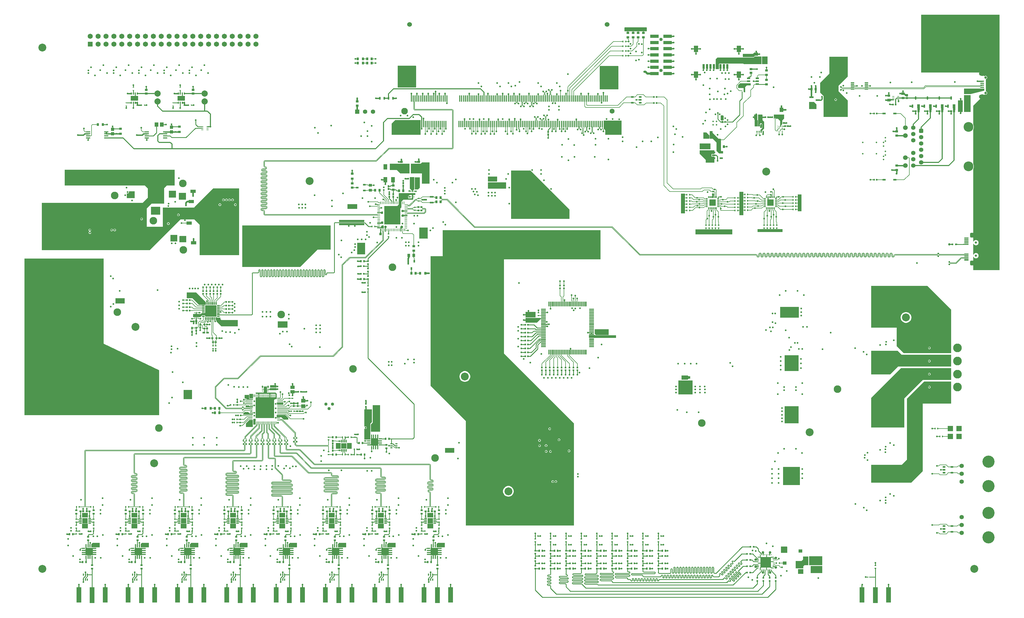
<source format=gbr>
%TF.GenerationSoftware,Altium Limited,Altium Designer,22.6.1 (34)*%
G04 Layer_Physical_Order=1*
G04 Layer_Color=255*
%FSLAX26Y26*%
%MOIN*%
%TF.SameCoordinates,08F94D22-2ED8-4738-ABBF-34BB79D8E07D*%
%TF.FilePolarity,Positive*%
%TF.FileFunction,Copper,L1,Top,Signal*%
%TF.Part,Single*%
G01*
G75*
%TA.AperFunction,Conductor*%
%ADD10C,0.005076*%
%ADD11C,0.005000*%
%ADD12C,0.008701*%
%TA.AperFunction,SMDPad,CuDef*%
%ADD13R,0.128000X0.128000*%
%ADD14R,0.012000X0.032000*%
%ADD15R,0.032000X0.012000*%
%ADD16R,0.020000X0.022000*%
%ADD17R,0.014000X0.079000*%
%ADD18R,0.070866X0.039370*%
%ADD19R,0.035433X0.027559*%
%ADD20R,0.017716X0.021654*%
%ADD21R,0.025984X0.024409*%
%ADD22R,0.009842X0.010827*%
%ADD23R,0.010827X0.009842*%
%ADD24R,0.045276X0.057087*%
%ADD25R,0.013780X0.019685*%
%ADD26R,0.023228X0.024409*%
%ADD27R,0.029528X0.035433*%
%ADD28R,0.019685X0.019685*%
%ADD29R,0.021654X0.017716*%
%ADD30R,0.022835X0.025984*%
%ADD31R,0.047244X0.039370*%
%ADD32R,0.022000X0.020000*%
%ADD33R,0.132000X0.132000*%
%ADD34R,0.010000X0.016000*%
%ADD35R,0.016000X0.010000*%
%ADD36R,0.024409X0.025984*%
%ADD37R,0.027559X0.035433*%
%ADD38R,0.023622X0.031496*%
%ADD39R,0.054724X0.035827*%
%ADD40R,0.020472X0.020472*%
%ADD41R,0.055118X0.045276*%
%ADD42R,0.018601X0.010727*%
%ADD43R,0.052000X0.023000*%
%ADD44R,0.049213X0.068898*%
%ADD45R,0.037402X0.031496*%
%ADD46O,0.053150X0.011811*%
%ADD47R,0.094488X0.094488*%
%ADD48R,0.020472X0.028346*%
%ADD49R,0.011811X0.027559*%
G04:AMPARAMS|DCode=50|XSize=21.654mil|YSize=31.496mil|CornerRadius=1.949mil|HoleSize=0mil|Usage=FLASHONLY|Rotation=90.000|XOffset=0mil|YOffset=0mil|HoleType=Round|Shape=RoundedRectangle|*
%AMROUNDEDRECTD50*
21,1,0.021654,0.027599,0,0,90.0*
21,1,0.017756,0.031496,0,0,90.0*
1,1,0.003898,0.013799,0.008878*
1,1,0.003898,0.013799,-0.008878*
1,1,0.003898,-0.013799,-0.008878*
1,1,0.003898,-0.013799,0.008878*
%
%ADD50ROUNDEDRECTD50*%
G04:AMPARAMS|DCode=51|XSize=7.874mil|YSize=17.716mil|CornerRadius=1.968mil|HoleSize=0mil|Usage=FLASHONLY|Rotation=0.000|XOffset=0mil|YOffset=0mil|HoleType=Round|Shape=RoundedRectangle|*
%AMROUNDEDRECTD51*
21,1,0.007874,0.013780,0,0,0.0*
21,1,0.003937,0.017716,0,0,0.0*
1,1,0.003937,0.001968,-0.006890*
1,1,0.003937,-0.001968,-0.006890*
1,1,0.003937,-0.001968,0.006890*
1,1,0.003937,0.001968,0.006890*
%
%ADD51ROUNDEDRECTD51*%
%ADD52R,0.023622X0.021654*%
%TA.AperFunction,SMDPad,SMDef*%
%ADD53R,0.065000X0.065000*%
%TA.AperFunction,SMDPad,CuDef*%
%ADD54R,0.039559X0.015354*%
%ADD55R,0.015354X0.039559*%
%TA.AperFunction,ConnectorPad*%
%ADD56R,0.059055X0.204724*%
%ADD57R,0.062992X0.192913*%
%TA.AperFunction,SMDPad,CuDef*%
%ADD58R,0.028346X0.020472*%
%ADD59R,0.082677X0.082677*%
%ADD60R,0.019685X0.013780*%
%ADD61R,0.216535X0.216535*%
%ADD62O,0.035433X0.007874*%
%ADD63O,0.007874X0.035433*%
%ADD64R,0.059055X0.011811*%
%ADD65R,0.011811X0.059055*%
%ADD66R,0.021654X0.023622*%
%ADD67R,0.023622X0.041339*%
%ADD68R,0.035433X0.029528*%
%ADD69R,0.204724X0.204724*%
%ADD70O,0.035433X0.009842*%
%ADD71O,0.009842X0.035433*%
%ADD72R,0.049213X0.023622*%
%ADD73R,0.026000X0.009000*%
%ADD74R,0.092520X0.062205*%
%ADD75R,0.013780X0.027559*%
%ADD76R,0.031496X0.037402*%
%ADD77R,0.010727X0.018601*%
%ADD78R,0.051181X0.017716*%
%ADD79R,0.055118X0.011811*%
%ADD80R,0.043307X0.023622*%
%ADD81R,0.094488X0.094488*%
%TA.AperFunction,SMDPad,SMDef*%
%ADD82R,0.065000X0.065000*%
%TA.AperFunction,SMDPad,CuDef*%
%ADD83R,0.024409X0.023228*%
%ADD84R,0.027559X0.011811*%
%ADD85R,0.043307X0.039370*%
%ADD86R,0.021654X0.037402*%
%ADD87R,0.038500X0.022000*%
%ADD88R,0.010630X0.009842*%
%ADD89R,0.177000X0.181000*%
%ADD90R,0.023622X0.023622*%
%ADD91R,0.023622X0.025591*%
%ADD92R,0.108268X0.039370*%
%ADD93R,0.031496X0.059055*%
%ADD94R,0.057087X0.078740*%
%ADD95R,0.009842X0.019685*%
%ADD96R,0.009842X0.005906*%
%ADD97R,0.039370X0.041339*%
%ADD98R,0.055118X0.017716*%
%ADD99R,0.045276X0.055118*%
%ADD100R,0.043748X0.023654*%
%ADD101R,0.053394X0.041521*%
G04:AMPARAMS|DCode=102|XSize=7.874mil|YSize=17.716mil|CornerRadius=1.968mil|HoleSize=0mil|Usage=FLASHONLY|Rotation=90.000|XOffset=0mil|YOffset=0mil|HoleType=Round|Shape=RoundedRectangle|*
%AMROUNDEDRECTD102*
21,1,0.007874,0.013780,0,0,90.0*
21,1,0.003937,0.017716,0,0,90.0*
1,1,0.003937,0.006890,0.001968*
1,1,0.003937,0.006890,-0.001968*
1,1,0.003937,-0.006890,-0.001968*
1,1,0.003937,-0.006890,0.001968*
%
%ADD102ROUNDEDRECTD102*%
%ADD103R,0.029528X0.037008*%
%ADD104R,0.039370X0.035433*%
%ADD105R,0.035433X0.039370*%
%ADD106R,0.037402X0.023622*%
%ADD107R,0.023622X0.037402*%
%ADD108R,0.033465X0.035433*%
%ADD109R,0.037402X0.021654*%
%ADD110R,0.021654X0.037402*%
%TA.AperFunction,Conductor*%
%ADD111C,0.012000*%
%ADD112C,0.009842*%
%ADD113C,0.015748*%
%ADD114C,0.007874*%
%ADD115C,0.010000*%
%ADD116C,0.006000*%
%ADD117C,0.007800*%
%ADD118C,0.005984*%
%ADD119C,0.011811*%
%ADD120C,0.008720*%
%ADD121C,0.019685*%
%ADD122C,0.007992*%
%ADD123C,0.013780*%
%ADD124C,0.006142*%
%ADD125C,0.008717*%
%ADD126C,0.008000*%
%ADD127C,0.010984*%
%ADD128C,0.005079*%
%ADD129C,0.015750*%
%ADD130C,0.009488*%
%ADD131C,0.009800*%
%ADD132C,0.011800*%
%ADD133C,0.020000*%
%ADD134C,0.016000*%
%ADD135C,0.006732*%
%ADD136C,0.027559*%
%ADD137C,0.006125*%
%ADD138C,0.009750*%
%ADD139C,0.008750*%
%ADD140C,0.017992*%
%ADD141C,0.007795*%
%TA.AperFunction,ComponentPad*%
%ADD142R,0.067913X0.067913*%
%ADD143C,0.020000*%
%ADD144C,0.096457*%
%ADD145C,0.078740*%
%ADD146R,0.054685X0.054685*%
%ADD147C,0.054685*%
%ADD148C,0.031496*%
G04:AMPARAMS|DCode=149|XSize=57.087mil|YSize=78.74mil|CornerRadius=28.543mil|HoleSize=0mil|Usage=FLASHONLY|Rotation=90.000|XOffset=0mil|YOffset=0mil|HoleType=Round|Shape=RoundedRectangle|*
%AMROUNDEDRECTD149*
21,1,0.057087,0.021654,0,0,90.0*
21,1,0.000000,0.078740,0,0,90.0*
1,1,0.057087,0.010827,0.000000*
1,1,0.057087,0.010827,0.000000*
1,1,0.057087,-0.010827,0.000000*
1,1,0.057087,-0.010827,0.000000*
%
%ADD149ROUNDEDRECTD149*%
G04:AMPARAMS|DCode=150|XSize=45.276mil|YSize=70.866mil|CornerRadius=22.638mil|HoleSize=0mil|Usage=FLASHONLY|Rotation=90.000|XOffset=0mil|YOffset=0mil|HoleType=Round|Shape=RoundedRectangle|*
%AMROUNDEDRECTD150*
21,1,0.045276,0.025590,0,0,90.0*
21,1,0.000000,0.070866,0,0,90.0*
1,1,0.045276,0.012795,0.000000*
1,1,0.045276,0.012795,0.000000*
1,1,0.045276,-0.012795,0.000000*
1,1,0.045276,-0.012795,0.000000*
%
%ADD150ROUNDEDRECTD150*%
%ADD151C,0.055000*%
%ADD152C,0.154000*%
%ADD153C,0.064961*%
%ADD154R,0.064961X0.064961*%
%ADD155C,0.060000*%
G04:AMPARAMS|DCode=156|XSize=62.992mil|YSize=120.079mil|CornerRadius=15.748mil|HoleSize=0mil|Usage=FLASHONLY|Rotation=90.000|XOffset=0mil|YOffset=0mil|HoleType=Round|Shape=RoundedRectangle|*
%AMROUNDEDRECTD156*
21,1,0.062992,0.088583,0,0,90.0*
21,1,0.031496,0.120079,0,0,90.0*
1,1,0.031496,0.044291,0.015748*
1,1,0.031496,0.044291,-0.015748*
1,1,0.031496,-0.044291,-0.015748*
1,1,0.031496,-0.044291,0.015748*
%
%ADD156ROUNDEDRECTD156*%
%ADD157C,0.028543*%
%ADD158C,0.083000*%
%ADD159C,0.063000*%
%ADD160C,0.100000*%
%ADD161C,0.300000*%
%ADD162C,0.110000*%
%ADD163C,0.042520*%
%ADD164C,0.124016*%
%ADD165C,0.094488*%
%ADD166C,0.059843*%
%ADD167C,0.055118*%
G04:AMPARAMS|DCode=168|XSize=55.118mil|YSize=55.118mil|CornerRadius=13.78mil|HoleSize=0mil|Usage=FLASHONLY|Rotation=270.000|XOffset=0mil|YOffset=0mil|HoleType=Round|Shape=RoundedRectangle|*
%AMROUNDEDRECTD168*
21,1,0.055118,0.027559,0,0,270.0*
21,1,0.027559,0.055118,0,0,270.0*
1,1,0.027559,-0.013780,-0.013780*
1,1,0.027559,-0.013780,0.013780*
1,1,0.027559,0.013780,0.013780*
1,1,0.027559,0.013780,-0.013780*
%
%ADD168ROUNDEDRECTD168*%
%TA.AperFunction,ViaPad*%
%ADD169C,0.021654*%
%ADD170C,0.040000*%
%ADD171C,0.019000*%
%ADD172C,0.027559*%
%ADD173C,0.030000*%
%ADD174C,0.019685*%
G36*
X8001582Y7313502D02*
X8005107Y7309956D01*
X8004878Y7265187D01*
X7723535Y7265186D01*
X7720000Y7268722D01*
X7720000Y7310213D01*
X7723537Y7313747D01*
X8001582Y7313502D01*
D02*
G37*
G36*
X9415000Y6952627D02*
X9372743D01*
X9369695Y6949579D01*
X9368130Y6948945D01*
X9356359Y6937351D01*
X9220093Y6937440D01*
Y6976000D01*
X9346286D01*
X9363611Y6994000D01*
X9415000D01*
Y6952627D01*
D02*
G37*
G36*
X9458000Y6944919D02*
X9458000Y6846466D01*
X9235617D01*
X9228034Y6854049D01*
X8923145D01*
X8920946Y6851850D01*
X8918819D01*
Y6849723D01*
X8918118Y6849022D01*
Y6788672D01*
X8914028Y6784582D01*
X8878535Y6784583D01*
X8876298Y6786820D01*
X8876298Y6909234D01*
X8899300Y6932236D01*
X9358575Y6931938D01*
X9371928Y6945089D01*
X9458000Y6944919D01*
D02*
G37*
G36*
X9535543Y6849992D02*
X9532007Y6846457D01*
X9468408Y6846456D01*
X9463412Y6851457D01*
X9463412Y6944918D01*
X9463414Y6944921D01*
X9535542Y6944921D01*
X9535543Y6849992D01*
D02*
G37*
G36*
X5082609Y6821438D02*
X5082609Y6550341D01*
X4846797Y6550341D01*
X4846797Y6826178D01*
X5077868D01*
X5082609Y6821438D01*
D02*
G37*
G36*
X7644339Y6819000D02*
X7644339Y6527768D01*
X7409552Y6527768D01*
X7409552Y6823000D01*
X7641927D01*
X7644339Y6819000D01*
D02*
G37*
G36*
X9320250Y6576598D02*
X9272250D01*
X9251250Y6555598D01*
Y6490000D01*
X9237407D01*
X9231000Y6496408D01*
Y6539737D01*
X9231000Y6540849D01*
X9228250Y6543599D01*
X9227139Y6543598D01*
X9166980Y6543598D01*
X9162809Y6547770D01*
Y6580809D01*
X9187598Y6605598D01*
X9320250D01*
Y6576598D01*
D02*
G37*
G36*
X12281000Y6512200D02*
X12108000Y6466000D01*
X12023000D01*
Y6538000D01*
X12281000D01*
Y6512200D01*
D02*
G37*
G36*
X12475000Y4235000D02*
X12140000D01*
Y4402908D01*
X12145000Y4403902D01*
X12146448Y4400406D01*
X12151825Y4393400D01*
X12158832Y4388023D01*
X12166992Y4384643D01*
X12175748Y4383490D01*
X12184504Y4384643D01*
X12192664Y4388023D01*
X12199671Y4393400D01*
X12205048Y4400406D01*
X12208428Y4408566D01*
X12209581Y4417323D01*
X12208428Y4426079D01*
X12205048Y4434239D01*
X12199671Y4441246D01*
X12192664Y4446623D01*
X12184504Y4450003D01*
X12175748Y4451155D01*
X12166992Y4450003D01*
X12158832Y4446623D01*
X12151825Y4441246D01*
X12146448Y4434239D01*
X12145000Y4430743D01*
X12140000Y4431738D01*
Y4568262D01*
X12145000Y4569257D01*
X12146448Y4565761D01*
X12151825Y4558754D01*
X12158832Y4553377D01*
X12166992Y4549997D01*
X12175748Y4548845D01*
X12184504Y4549997D01*
X12192664Y4553377D01*
X12199671Y4558754D01*
X12205048Y4565761D01*
X12208428Y4573921D01*
X12209581Y4582677D01*
X12208428Y4591434D01*
X12205048Y4599594D01*
X12199671Y4606600D01*
X12192664Y4611977D01*
X12184504Y4615357D01*
X12175748Y4616510D01*
X12166992Y4615357D01*
X12158832Y4611977D01*
X12151825Y4606600D01*
X12146448Y4599594D01*
X12145000Y4596098D01*
X12140000Y4597092D01*
X12140000Y5517748D01*
X12143467Y5524233D01*
X12147298Y5536864D01*
X12148592Y5550000D01*
X12147298Y5563136D01*
X12143467Y5575767D01*
X12140000Y5582252D01*
Y6017748D01*
X12143467Y6024233D01*
X12147298Y6036864D01*
X12148592Y6050000D01*
X12147298Y6063136D01*
X12143467Y6075767D01*
X12140000Y6082252D01*
Y6320000D01*
X12284850Y6464850D01*
X12289070Y6462031D01*
X12297165Y6460420D01*
X12305261Y6462031D01*
X12312124Y6466616D01*
X12316710Y6473479D01*
X12318320Y6481575D01*
X12316710Y6489670D01*
X12312124Y6496533D01*
X12305261Y6501119D01*
X12300000Y6502166D01*
X12300000Y6657834D01*
X12305261Y6658881D01*
X12312124Y6663467D01*
X12316710Y6670330D01*
X12318320Y6678425D01*
X12316710Y6686521D01*
X12312124Y6693384D01*
X12305261Y6697969D01*
X12297165Y6699580D01*
X12289070Y6697969D01*
X12282207Y6693384D01*
X12281669Y6693331D01*
X12235000Y6740000D01*
X11480000D01*
Y7475000D01*
X12475000D01*
Y4235000D01*
D02*
G37*
G36*
X11270000Y6481053D02*
X11284053Y6467000D01*
X11315148D01*
Y6438110D01*
X11285508Y6437908D01*
X11266429Y6456986D01*
X11229000D01*
Y6488138D01*
X11270000D01*
X11270000Y6481053D01*
D02*
G37*
G36*
X11096929Y6405249D02*
X11135433D01*
Y6388477D01*
X11134846Y6387060D01*
X11102362D01*
X11089605Y6374303D01*
X11054173Y6374304D01*
X11050157D01*
Y6408556D01*
X11093622D01*
X11096929Y6405249D01*
D02*
G37*
G36*
X10154000Y6338000D02*
Y6277937D01*
X10061000D01*
Y6368000D01*
X10124000D01*
X10154000Y6338000D01*
D02*
G37*
G36*
X12109000Y6240000D02*
X12023000D01*
Y6455000D01*
X12109000D01*
Y6240000D01*
D02*
G37*
G36*
X12008000D02*
X11948000D01*
Y6387000D01*
X12008000D01*
Y6240000D01*
D02*
G37*
G36*
X11914015Y6266945D02*
X11911000Y6263929D01*
X11911000Y6236000D01*
X11883070D01*
Y6287745D01*
X11880944Y6289871D01*
Y6337000D01*
X11914015D01*
Y6266945D01*
D02*
G37*
G36*
X11764015D02*
X11761000Y6263929D01*
X11761000Y6236000D01*
X11733070D01*
Y6287745D01*
X11730944Y6289871D01*
Y6337000D01*
X11764015D01*
Y6266945D01*
D02*
G37*
G36*
X11614015D02*
X11611000Y6263929D01*
X11611000Y6236000D01*
X11583070D01*
Y6287745D01*
X11580944Y6289871D01*
Y6337000D01*
X11614015D01*
Y6266945D01*
D02*
G37*
G36*
X11464015D02*
X11461000Y6263929D01*
X11461000Y6236000D01*
X11433070D01*
Y6287745D01*
X11430944Y6289871D01*
Y6337000D01*
X11464015D01*
Y6266945D01*
D02*
G37*
G36*
X10551791Y6688717D02*
X10436040Y6572965D01*
Y6502392D01*
X10551791Y6386641D01*
X10551791Y6177000D01*
X10244318Y6177000D01*
X10244318Y6444722D01*
X10202679Y6486361D01*
Y6611279D01*
X10318078Y6726678D01*
X10318229Y6940000D01*
X10551791Y6940000D01*
X10551791Y6688717D01*
D02*
G37*
G36*
X8977344Y6191672D02*
X8977089Y6134000D01*
X8941727Y6134000D01*
X8941727Y6192555D01*
X8945388Y6196217D01*
X8972799D01*
X8977344Y6191672D01*
D02*
G37*
G36*
X9405906Y6138583D02*
X9409942Y6134546D01*
Y6127913D01*
X9410060Y6127628D01*
Y6093789D01*
X9409942Y6093504D01*
Y6057323D01*
X9371661D01*
Y6142416D01*
X9363386Y6150691D01*
X9363386Y6208268D01*
X9405905D01*
X9405906Y6138583D01*
D02*
G37*
G36*
X9743701Y6156299D02*
X9722441Y6135039D01*
Y6087795D01*
X9707087Y6072441D01*
Y6051575D01*
X9693307D01*
Y6126772D01*
X9664961Y6155118D01*
X9638915D01*
Y6175709D01*
X9638222Y6179196D01*
X9636246Y6182152D01*
X9633290Y6184127D01*
X9629803Y6184821D01*
X9626316Y6184127D01*
X9623360Y6182152D01*
X9621385Y6179196D01*
X9620691Y6175709D01*
Y6155118D01*
X9614567D01*
Y6208268D01*
X9743701D01*
Y6156299D01*
D02*
G37*
G36*
X9463146Y6083890D02*
Y6047963D01*
X9463314Y6047556D01*
X9463249Y6047232D01*
X9463282Y6047069D01*
X9463249Y6046907D01*
X9463314Y6046583D01*
X9463146Y6046176D01*
Y6042279D01*
X9457087Y6036221D01*
X9441732D01*
Y6054501D01*
X9442100Y6055389D01*
X9442897Y6057284D01*
X9443029Y6082399D01*
X9446850Y6086221D01*
X9460815D01*
X9463146Y6083890D01*
D02*
G37*
G36*
X9469904Y6204733D02*
X9469904Y6136995D01*
X9490356Y6116543D01*
Y6029146D01*
X9466761Y6005551D01*
X9466299D01*
Y6005089D01*
X9461417Y6000207D01*
Y5977165D01*
X9444548D01*
Y6012804D01*
X9468558Y6036814D01*
Y6046176D01*
X9468735Y6047069D01*
X9468558Y6047963D01*
Y6086132D01*
X9457959Y6096730D01*
X9444635Y6096937D01*
X9437657Y6090104D01*
X9437485Y6057313D01*
X9415354Y6057313D01*
Y6093504D01*
X9415472D01*
Y6127913D01*
X9415354D01*
Y6140313D01*
X9412992Y6142675D01*
Y6208268D01*
X9466368Y6208268D01*
X9469904Y6204733D01*
D02*
G37*
G36*
X7686220Y5950394D02*
X7479441Y5950394D01*
X7479441Y6007784D01*
X7457575Y6029650D01*
X7457575Y6130024D01*
X7686221Y6130025D01*
X7686220Y5950394D01*
D02*
G37*
G36*
X5137000Y6033204D02*
X5136897Y6033050D01*
X5135668Y6026875D01*
X5136897Y6020699D01*
X5137000Y6020545D01*
Y5950173D01*
X4771417Y5950173D01*
X4771417Y6091974D01*
X4816244Y6136800D01*
X5137000Y6136801D01*
X5137000Y6033204D01*
D02*
G37*
G36*
X8796588Y5942737D02*
X8796588Y5903536D01*
X8796588Y5903535D01*
X8792640Y5900000D01*
X8721434D01*
Y5980000D01*
X8759325D01*
X8796588Y5942737D01*
D02*
G37*
G36*
X8812681Y5770395D02*
X8809141Y5766863D01*
X8675394Y5767144D01*
Y5840035D01*
X8812681D01*
Y5770395D01*
D02*
G37*
G36*
X8836656Y5978344D02*
X8914999Y5900001D01*
X8939464Y5900001D01*
X8943000Y5896466D01*
X8943000Y5750001D01*
X8950000Y5743000D01*
X8972239Y5742999D01*
X8972239Y5713000D01*
X8922000D01*
X8888162Y5746838D01*
X8888163Y5853301D01*
X8841465Y5900000D01*
X8805535Y5900000D01*
X8802000Y5903535D01*
X8802000Y5997000D01*
X8836325Y5997000D01*
X8836656Y5978344D01*
D02*
G37*
G36*
X8860900Y5706811D02*
X8826102D01*
Y5673189D01*
X8860900D01*
X8860900Y5598000D01*
X8749870Y5598000D01*
X8749870Y5635041D01*
X8675962Y5709092D01*
X8676042Y5753000D01*
X8860900D01*
X8860900Y5706811D01*
D02*
G37*
G36*
X4998000Y5584000D02*
Y5459187D01*
X4880313D01*
X4834500Y5505000D01*
X4748000D01*
Y5584000D01*
X4998000Y5584000D01*
D02*
G37*
G36*
X6106690Y5358852D02*
X5994087Y5358849D01*
X5990551Y5362384D01*
Y5422441D01*
X6106690Y5422441D01*
X6106690Y5358852D01*
D02*
G37*
G36*
X5250000Y5329528D02*
X5153678D01*
Y5460000D01*
X5014000D01*
Y5584000D01*
X5138000D01*
X5153678Y5599678D01*
X5250000D01*
Y5329528D01*
D02*
G37*
G36*
X6221260Y5266535D02*
X5990551D01*
Y5348032D01*
X6221260D01*
Y5266535D01*
D02*
G37*
G36*
X5127069Y5277715D02*
X5105355Y5256000D01*
X5064000D01*
X5064000Y5412000D01*
X5126926D01*
X5127069Y5277715D01*
D02*
G37*
G36*
X5058000Y5260885D02*
X5042469Y5245354D01*
X5042322Y5225000D01*
X5028381D01*
Y5245661D01*
X5001778Y5272264D01*
X5002214Y5413154D01*
X5058000Y5413154D01*
Y5260885D01*
D02*
G37*
G36*
X1513386Y5145823D02*
X1412992Y5145824D01*
X1412992Y5206541D01*
X1417992Y5209213D01*
X1419991Y5207877D01*
X1426166Y5206649D01*
X1432342Y5207877D01*
X1437577Y5211376D01*
X1441075Y5216611D01*
X1442303Y5222786D01*
X1441154Y5228563D01*
X1441264Y5229748D01*
X1443304Y5233563D01*
X1513386Y5233563D01*
Y5145823D01*
D02*
G37*
G36*
X5072517Y5210940D02*
X5072514Y5187000D01*
X4997624Y5187000D01*
X4991733Y5181109D01*
X4988470Y5180460D01*
X4983235Y5176962D01*
X4979737Y5171726D01*
X4978509Y5165551D01*
X4979737Y5159376D01*
X4981000Y5157486D01*
X4981000Y5143553D01*
X5023249Y5143552D01*
X5023984Y5143552D01*
X5027000Y5146569D01*
X5027000Y5147303D01*
Y5187000D01*
X5043000D01*
Y5131997D01*
X5038003Y5127000D01*
X4972000Y5127000D01*
Y5127244D01*
X4916500Y5127244D01*
X4895000Y5105744D01*
X4895000Y5029000D01*
X4882530Y5016530D01*
X4882530Y4812461D01*
X4677000D01*
X4677000Y5047795D01*
X4842172Y5047795D01*
X4861962Y5067585D01*
X4862096Y5211060D01*
X5072517Y5210940D01*
D02*
G37*
G36*
X2036361Y5152756D02*
X1946991Y5152756D01*
Y5241721D01*
X2036361D01*
X2036361Y5152756D01*
D02*
G37*
G36*
X8857230Y5202505D02*
Y5181224D01*
X8855303Y5179297D01*
X8854453Y5176661D01*
X8854453Y5176661D01*
Y5150320D01*
X8836602D01*
X8836248Y5150467D01*
X8836248Y5179257D01*
X8830998Y5184507D01*
X8830998Y5206040D01*
X8853695Y5206040D01*
X8857230Y5202505D01*
D02*
G37*
G36*
X2164567Y5126772D02*
X2075197Y5126772D01*
Y5214961D01*
X2164567D01*
X2164567Y5126772D01*
D02*
G37*
G36*
X4334891Y5070472D02*
X4335095Y5013086D01*
X4331568Y5009541D01*
X4216019Y5009357D01*
X4212480Y5012890D01*
X4212480Y5070472D01*
X4334891Y5070472D01*
D02*
G37*
G36*
X9965788Y4979636D02*
X9916535Y4979636D01*
X9916535Y5195000D01*
X9965787Y5195000D01*
X9965788Y4979636D01*
D02*
G37*
G36*
X4927678Y4991614D02*
X4971950D01*
Y4975971D01*
X4925425D01*
X4919047Y4969593D01*
X4903654D01*
X4895286Y4977944D01*
X4895261Y4990116D01*
X4903468Y4998379D01*
X4920831Y4998460D01*
X4927678Y4991614D01*
D02*
G37*
G36*
X8488464Y4952559D02*
X8439212Y4952559D01*
X8439212Y5205077D01*
X8488464Y5205077D01*
Y4952559D01*
D02*
G37*
G36*
X4661450Y4948874D02*
X4639273Y4948771D01*
X4630170Y4957874D01*
X4588129D01*
Y4972441D01*
X4633858D01*
X4639913Y4978496D01*
X4661389D01*
X4661450Y4948874D01*
D02*
G37*
G36*
X1838776Y4937966D02*
X1722674Y4937965D01*
Y5038222D01*
X1838776Y5038222D01*
Y4937966D01*
D02*
G37*
G36*
X9229047Y4931085D02*
X9177000Y4931085D01*
X9177000Y5228915D01*
X9229047Y5228916D01*
X9229047Y4931085D01*
D02*
G37*
G36*
X4927678Y4932559D02*
X4971950D01*
Y4916916D01*
X4925425D01*
X4919047Y4910538D01*
X4904824D01*
X4895284Y4920058D01*
X4895263Y4930273D01*
X4904257Y4939328D01*
X4920831Y4939405D01*
X4927678Y4932559D01*
D02*
G37*
G36*
X6529900Y5498283D02*
X7024060Y5004123D01*
X7024060Y4888645D01*
X7020302Y4884887D01*
X6287223Y4884887D01*
X6283691Y4888426D01*
X6285058Y5498283D01*
X6529900Y5498283D01*
D02*
G37*
G36*
X4425591Y4871653D02*
Y4847267D01*
X4423955Y4845925D01*
X4419279Y4845754D01*
X4106283D01*
Y4871654D01*
X4425591Y4871653D01*
D02*
G37*
G36*
X4665354Y4820472D02*
X4590150D01*
X4586614Y4824008D01*
X4586614Y4835833D01*
X4630598Y4835833D01*
X4638686Y4850394D01*
X4665354Y4850394D01*
X4665354Y4820472D01*
D02*
G37*
G36*
X4423075Y4826640D02*
X4423294Y4826549D01*
X4424095Y4825907D01*
X4425591Y4821953D01*
Y4803992D01*
X4106666D01*
X4106283Y4804916D01*
Y4826687D01*
X4423056D01*
X4423075Y4826640D01*
D02*
G37*
G36*
X4669752Y4798827D02*
Y4765273D01*
X4667861Y4764897D01*
X4664579Y4762704D01*
X4664509Y4762598D01*
X4659271D01*
X4659200Y4762704D01*
X4655918Y4764897D01*
X4652047Y4765667D01*
X4648176Y4764897D01*
X4647756Y4764616D01*
X4642409Y4764457D01*
X4638583Y4766042D01*
X4630334D01*
X4628469Y4765270D01*
X4626588Y4764536D01*
X4624567Y4762598D01*
X4591002D01*
X4587466Y4766134D01*
X4587467Y4776778D01*
X4630598Y4776777D01*
X4644810Y4802362D01*
X4666216Y4802362D01*
X4669752Y4798827D01*
D02*
G37*
G36*
X4914173Y4791339D02*
Y4774803D01*
X4907874Y4768504D01*
X4900394D01*
X4894095Y4762205D01*
Y4723228D01*
X4881496D01*
Y4787008D01*
X4891732Y4797244D01*
X4908268D01*
X4914173Y4791339D01*
D02*
G37*
G36*
X4707059Y4790605D02*
X4707134Y4774469D01*
X4699155Y4766490D01*
Y4722441D01*
X4684071D01*
Y4769017D01*
X4677134Y4775953D01*
X4677134Y4790513D01*
X4684071Y4797464D01*
X4700121Y4797497D01*
X4707059Y4790605D01*
D02*
G37*
G36*
X9724803Y4718189D02*
X9408377Y4718189D01*
X9408377Y4753661D01*
X9724803Y4753661D01*
X9724803Y4718189D01*
D02*
G37*
G36*
X9088917Y4689084D02*
X8619704Y4689083D01*
X8619704Y4750371D01*
X9088917Y4750371D01*
X9088917Y4689084D01*
D02*
G37*
G36*
X4638583Y4714961D02*
X4644882Y4708661D01*
X4644882Y4677559D01*
X4614567Y4677559D01*
X4614567Y4704394D01*
X4625984Y4715719D01*
X4625984Y4756459D01*
X4630334Y4760630D01*
X4638583D01*
Y4714961D01*
D02*
G37*
G36*
X5228740Y4640158D02*
X5231221Y4637677D01*
X5229149Y4632677D01*
X5120866D01*
Y4775591D01*
X5228740D01*
Y4640158D01*
D02*
G37*
G36*
X2053316Y4595964D02*
X1967091Y4595964D01*
Y4679535D01*
X2053316D01*
X2053316Y4595964D01*
D02*
G37*
G36*
X2167716Y4668504D02*
X2167716Y4587937D01*
X2081102Y4587937D01*
X2081102Y4664969D01*
X2084638Y4668505D01*
X2167716Y4668504D01*
D02*
G37*
G36*
X12026262Y4556222D02*
X12026162Y4556372D01*
X12025862Y4556505D01*
X12025362Y4556623D01*
X12024662Y4556725D01*
X12022662Y4556882D01*
X12016262Y4557008D01*
Y4567008D01*
X12018162Y4567016D01*
X12025862Y4567511D01*
X12026162Y4567644D01*
X12026262Y4567793D01*
Y4556222D01*
D02*
G37*
G36*
X11846268Y4569092D02*
X11846873Y4568654D01*
X11847544Y4568267D01*
X11848282Y4567932D01*
X11849085Y4567648D01*
X11849955Y4567416D01*
X11850891Y4567236D01*
X11851894Y4567107D01*
X11852962Y4567030D01*
X11854097Y4567004D01*
X11854101Y4557004D01*
X11852966Y4556978D01*
X11850896Y4556772D01*
X11849960Y4556591D01*
X11849090Y4556359D01*
X11848286Y4556075D01*
X11847549Y4555740D01*
X11846878Y4555353D01*
X11846273Y4554914D01*
X11845735Y4554424D01*
X11845729Y4569582D01*
X11846268Y4569092D01*
D02*
G37*
G36*
X11932342Y4571058D02*
X11932645Y4570208D01*
X11933151Y4569458D01*
X11933860Y4568808D01*
X11934770Y4568258D01*
X11935883Y4567808D01*
X11937199Y4567458D01*
X11938717Y4567208D01*
X11940438Y4567058D01*
X11942360Y4567008D01*
Y4557008D01*
X11940438Y4556958D01*
X11938717Y4556808D01*
X11937199Y4556558D01*
X11935883Y4556208D01*
X11934770Y4555758D01*
X11933860Y4555208D01*
X11933151Y4554558D01*
X11932645Y4553808D01*
X11932342Y4552958D01*
X11932240Y4552008D01*
Y4572008D01*
X11932342Y4571058D01*
D02*
G37*
G36*
X11867760Y4552004D02*
X11867658Y4552954D01*
X11867355Y4553804D01*
X11866849Y4554554D01*
X11866140Y4555204D01*
X11865230Y4555754D01*
X11864117Y4556204D01*
X11862801Y4556554D01*
X11861283Y4556804D01*
X11859562Y4556954D01*
X11857640Y4557004D01*
Y4567004D01*
X11859562Y4567054D01*
X11861283Y4567204D01*
X11862801Y4567454D01*
X11864117Y4567804D01*
X11865230Y4568254D01*
X11866140Y4568804D01*
X11866849Y4569454D01*
X11867355Y4570204D01*
X11867658Y4571054D01*
X11867760Y4572004D01*
Y4552004D01*
D02*
G37*
G36*
X4435827Y4435260D02*
X4334572Y4435260D01*
X4334573Y4581656D01*
X4435827D01*
X4435827Y4435260D01*
D02*
G37*
G36*
X2022835Y5308661D02*
X1920866D01*
X1887402Y5275197D01*
Y5078346D01*
X1727165D01*
X1666535Y5017716D01*
Y4785433D01*
X1871260D01*
Y5028740D01*
X2272441D01*
Y5033071D01*
X2510236Y5270866D01*
X2838976D01*
Y4425197D01*
X2339370D01*
Y4809449D01*
X2272047Y4876772D01*
X2095669D01*
X1707087Y4488189D01*
X338583D01*
Y5085827D01*
X1614567D01*
X1682283Y5153543D01*
X1682284Y5269685D01*
X1643307Y5308661D01*
X628346Y5308661D01*
Y5506299D01*
X2022835D01*
Y5308661D01*
D02*
G37*
G36*
X7416654Y4369132D02*
X6195669Y4369132D01*
Y3176772D01*
X7080315Y2292126D01*
Y992520D01*
X5711024D01*
Y2320866D01*
X5264173Y2767717D01*
Y4412205D01*
X5419029D01*
Y4740827D01*
X7416655Y4740827D01*
X7416654Y4369132D01*
D02*
G37*
G36*
X3997134Y4493440D02*
X3831991D01*
X3612567Y4274016D01*
X2878553D01*
Y4799606D01*
X3997134D01*
X3997134Y4493440D01*
D02*
G37*
G36*
X1388583Y3809843D02*
X1270866D01*
Y3878740D01*
X1388583D01*
Y3809843D01*
D02*
G37*
G36*
X2418000Y3827526D02*
Y3794000D01*
X2406500D01*
Y3794898D01*
X2364500D01*
Y3794000D01*
X2329999D01*
X2248000Y3876000D01*
X2176000Y3876000D01*
X2176000Y3951419D01*
X2294107Y3951420D01*
X2418000Y3827526D01*
D02*
G37*
G36*
X2552024Y3783447D02*
X2552024Y3695718D01*
X2551511Y3644317D01*
X2412061Y3644317D01*
X2408525Y3647852D01*
X2408526Y3656728D01*
X2405804Y3659449D01*
X2404652Y3659449D01*
X2367364Y3659449D01*
X2365000Y3657102D01*
X2364500D01*
Y3656606D01*
X2346520Y3638760D01*
X2254714Y3638946D01*
X2254714Y3678425D01*
X2282471Y3678425D01*
X2288976Y3684930D01*
Y3703937D01*
X2301575D01*
Y3683945D01*
X2308354Y3677165D01*
X2351575D01*
X2366419Y3692010D01*
X2406786Y3692170D01*
X2406787Y3787731D01*
X2421489Y3787783D01*
X2439354Y3787846D01*
X2547229Y3788226D01*
X2552024Y3783447D01*
D02*
G37*
G36*
X6595000Y3633412D02*
X6467414D01*
X6467000Y3633689D01*
Y3703000D01*
X6595000D01*
Y3633412D01*
D02*
G37*
G36*
X9929921Y3631102D02*
X9695669D01*
Y3768898D01*
X9929921D01*
Y3631102D01*
D02*
G37*
G36*
X2302156Y3602962D02*
X2309159Y3595959D01*
X2309159Y3571625D01*
X2281102D01*
Y3596457D01*
X2288313Y3603667D01*
X2288313Y3632950D01*
X2302156D01*
X2302156Y3602962D01*
D02*
G37*
G36*
X6659000Y3624000D02*
X6681000D01*
Y3612000D01*
X6655000D01*
X6612000Y3569000D01*
X6467000D01*
Y3628000D01*
X6655000D01*
X6659000Y3624000D01*
D02*
G37*
G36*
X2600335Y3632360D02*
X2600349Y3612683D01*
X2612032Y3601000D01*
X2822000D01*
Y3521214D01*
X2613341Y3520963D01*
X2551853Y3582450D01*
X2552334Y3584867D01*
X2551105Y3591043D01*
X2547607Y3596278D01*
X2543032Y3599335D01*
X2542958Y3628820D01*
X2546489Y3632360D01*
X2600335Y3632360D01*
D02*
G37*
G36*
X3450000Y3505118D02*
X3326378D01*
Y3583789D01*
X3450000D01*
Y3505118D01*
D02*
G37*
G36*
X7520000Y3482917D02*
X7520000Y3415535D01*
X7516464Y3412000D01*
X7361272Y3412000D01*
X7344764Y3428508D01*
X7344764Y3482917D01*
X7520000Y3482917D01*
D02*
G37*
G36*
X7353724Y3407000D02*
X7360278D01*
X7361272Y3406588D01*
X7361272Y3406588D01*
X7516464Y3406588D01*
X7516464Y3406588D01*
X7517460Y3407000D01*
X7615000D01*
Y3373000D01*
X7339646Y3373000D01*
Y3373110D01*
X7274921D01*
X7269921Y3377833D01*
X7269921Y3409965D01*
X7345648Y3409965D01*
X7353724Y3407000D01*
D02*
G37*
G36*
X11860236Y3735763D02*
Y3180000D01*
X11260000D01*
X11170000Y3270000D01*
Y3504000D01*
X10849000D01*
Y4035000D01*
X11561000D01*
X11860236Y3735763D01*
D02*
G37*
G36*
X9929252Y2955118D02*
X9751756D01*
Y3154724D01*
X9929252D01*
Y2955118D01*
D02*
G37*
G36*
X11232998Y3160002D02*
X11860236Y3159998D01*
Y3010000D01*
X11188000D01*
X11088000Y2910000D01*
X10849016D01*
Y3210000D01*
X11183000D01*
X11232998Y3160002D01*
D02*
G37*
G36*
X8536102Y2885827D02*
X8553380Y2885827D01*
X8553380Y2860620D01*
X8549844Y2857085D01*
X8533030Y2857085D01*
X8520315Y2844370D01*
X8444960D01*
Y2896635D01*
X8525236Y2896693D01*
X8536102Y2885827D01*
D02*
G37*
G36*
X3310541Y2746535D02*
X3307005Y2743000D01*
X3230796Y2743000D01*
X3230795Y2774294D01*
X3310541Y2774294D01*
X3310541Y2746535D01*
D02*
G37*
G36*
X3310255Y2735966D02*
X3310255Y2712887D01*
X3306718Y2709353D01*
X3230609Y2709432D01*
X3225518Y2714442D01*
X3195296D01*
Y2725498D01*
X3220499Y2725499D01*
X3231057Y2736057D01*
X3310255Y2735966D01*
D02*
G37*
G36*
X8585827Y2658264D02*
X8408261Y2658164D01*
X8404724Y2661698D01*
Y2833071D01*
X8585827D01*
X8585827Y2658264D01*
D02*
G37*
G36*
X3189876Y2684706D02*
X3194969Y2679614D01*
X3299700Y2679614D01*
X3314536Y2664778D01*
Y2664173D01*
Y2612655D01*
X3314352Y2611732D01*
X3314536Y2610809D01*
Y2603512D01*
X3307159Y2596135D01*
X3289941D01*
X3279773Y2585967D01*
Y2358026D01*
X3048168D01*
Y2596852D01*
Y2616110D01*
X3048877Y2617008D01*
X3053168Y2619670D01*
X3054764Y2619352D01*
X3058251Y2620046D01*
X3061207Y2622021D01*
X3064069D01*
X3067025Y2620046D01*
X3070512Y2619352D01*
X3073999Y2620046D01*
X3076955Y2622021D01*
X3078930Y2624978D01*
X3079624Y2628465D01*
Y2656024D01*
X3078930Y2659511D01*
X3076955Y2662467D01*
X3073999Y2664442D01*
X3070512Y2665136D01*
X3067025Y2664442D01*
X3064069Y2662467D01*
X3061207D01*
X3058251Y2664442D01*
X3054764Y2665136D01*
X3053168Y2664818D01*
X3048877Y2667481D01*
X3048168Y2668378D01*
Y2679614D01*
X3144574D01*
X3151181Y2686220D01*
X3151181Y2757480D01*
X3189876Y2757480D01*
X3189876Y2684706D01*
D02*
G37*
G36*
X3014173Y2656112D02*
X3014156Y2656024D01*
Y2628465D01*
X3014173Y2628376D01*
Y2607338D01*
X2973266D01*
X2969953Y2610651D01*
X2969584Y2611549D01*
X2969578Y2611555D01*
Y2611564D01*
X2969200Y2612476D01*
X2969343Y2662880D01*
X3014173D01*
Y2656112D01*
D02*
G37*
G36*
X2241339Y2598819D02*
X2135433D01*
Y2715748D01*
X2241339D01*
Y2598819D01*
D02*
G37*
G36*
X2963780Y2613568D02*
X2963791Y2613557D01*
X2963788Y2612492D01*
X2964168Y2611568D01*
X2964166Y2611564D01*
X2964166Y2611563D01*
Y2611555D01*
X2964200Y2611473D01*
X2964200Y2610405D01*
X2964578Y2609493D01*
X2964947Y2608594D01*
X2965710Y2607827D01*
X2965751Y2607728D01*
X2965751Y2607728D01*
X2965752Y2607728D01*
X2966126Y2606824D01*
X2969439Y2603511D01*
X2973266Y2601926D01*
X2973266Y2601926D01*
X3014094D01*
X3014166Y2593709D01*
X3010646Y2590157D01*
X2941732D01*
X2928485Y2603405D01*
X2913130Y2603405D01*
X2908661Y2607874D01*
X2908661Y2651209D01*
X2963779D01*
X2963780Y2613568D01*
D02*
G37*
G36*
X3398819Y2526860D02*
X3320242Y2526773D01*
X3317474Y2531610D01*
X3317497Y2531770D01*
X3318696Y2537795D01*
X3317468Y2543971D01*
X3315748Y2546544D01*
Y2555297D01*
X3398819D01*
Y2526860D01*
D02*
G37*
G36*
X2975312Y2507695D02*
X3009867D01*
X3013397Y2504154D01*
X3013367Y2495028D01*
X2921544Y2495028D01*
Y2517187D01*
X2965820D01*
X2975312Y2507695D01*
D02*
G37*
G36*
X4522000Y2308000D02*
X4502000Y2288000D01*
Y2085000D01*
X4426000Y2085000D01*
Y2219546D01*
X4431000Y2221618D01*
X4431035Y2221583D01*
X4436852Y2219173D01*
X4443148D01*
X4448965Y2221583D01*
X4453417Y2226035D01*
X4455827Y2231852D01*
Y2238148D01*
X4453417Y2243965D01*
X4448965Y2248417D01*
X4443148Y2250827D01*
X4436852D01*
X4431035Y2248417D01*
X4431000Y2248382D01*
X4426000Y2250454D01*
Y2466000D01*
X4444366D01*
X4445000Y2465874D01*
X4445634Y2466000D01*
X4522000D01*
Y2308000D01*
D02*
G37*
G36*
X2973367Y2412757D02*
X3009653Y2412757D01*
X3013189Y2409222D01*
Y2403576D01*
X3012446Y2402661D01*
X3008189Y2400043D01*
X3006535Y2400372D01*
X2891952D01*
X2891952Y2417397D01*
X2908616Y2434061D01*
X2951870Y2434254D01*
X2973367Y2412757D01*
D02*
G37*
G36*
X1122835Y3301908D02*
X1825274Y2962570D01*
Y2395669D01*
X116929D01*
Y4381890D01*
X1122835D01*
Y3301908D01*
D02*
G37*
G36*
X3424463Y2397584D02*
X3460382Y2361665D01*
X3460382Y2336614D01*
X3403543Y2336614D01*
X3371440Y2368717D01*
X3351820D01*
X3351024Y2368876D01*
X3315501D01*
X3314868Y2369823D01*
Y2397584D01*
X3424463Y2397584D01*
D02*
G37*
G36*
X9928595Y2289796D02*
X9751099D01*
Y2507960D01*
X9928595D01*
Y2289796D01*
D02*
G37*
G36*
X3049605Y2322758D02*
X3045375Y2318529D01*
X3045251Y2274978D01*
X3020186Y2274978D01*
X3016650Y2278513D01*
X3016650Y2324258D01*
X3016650Y2342611D01*
X3020186Y2346147D01*
X3049605D01*
Y2322758D01*
D02*
G37*
G36*
X3010381Y2322987D02*
X3010381Y2243605D01*
X2929115Y2243605D01*
X2925580Y2247140D01*
X2925580Y2290110D01*
X2969635Y2334165D01*
X3010381D01*
Y2322987D01*
D02*
G37*
G36*
X11860236Y2990000D02*
Y2840000D01*
X11502000D01*
X11269000Y2607000D01*
X11269000Y2239000D01*
X10849016D01*
Y2613016D01*
X11226000Y2990000D01*
X11860236Y2990000D01*
D02*
G37*
G36*
X4624000Y2185000D02*
X4509000D01*
Y2279000D01*
X4532000Y2302000D01*
Y2520000D01*
X4624000D01*
Y2185000D01*
D02*
G37*
G36*
X4264000Y1968000D02*
X4204000D01*
Y2042000D01*
X4264000D01*
Y1968000D01*
D02*
G37*
G36*
X4124000D02*
X4066000D01*
Y2042000D01*
X4124000D01*
Y1968000D01*
D02*
G37*
G36*
X5565807Y1920382D02*
X5562274Y1916845D01*
X5449212Y1917141D01*
X5449213Y1978347D01*
X5565595D01*
X5565807Y1920382D01*
D02*
G37*
G36*
X11860236Y2820000D02*
Y2540000D01*
X11500000D01*
Y1684000D01*
X11354000Y1538000D01*
X10849016D01*
Y1765000D01*
X11235000D01*
X11300000Y1830000D01*
Y2601000D01*
X11519000Y2820000D01*
X11860236Y2820000D01*
D02*
G37*
G36*
X9945669Y1505906D02*
X9732283D01*
Y1738976D01*
X9945669Y1738976D01*
Y1505906D01*
D02*
G37*
G36*
X5297000Y1096000D02*
X5223000D01*
Y1154000D01*
X5297000D01*
Y1096000D01*
D02*
G37*
G36*
X4672000D02*
X4598000D01*
Y1154000D01*
X4672000D01*
Y1096000D01*
D02*
G37*
G36*
X4047000D02*
X3973000D01*
Y1154000D01*
X4047000D01*
Y1096000D01*
D02*
G37*
G36*
X3422000D02*
X3348000D01*
Y1154000D01*
X3422000D01*
Y1096000D01*
D02*
G37*
G36*
X2797000D02*
X2723000D01*
Y1154000D01*
X2797000D01*
Y1096000D01*
D02*
G37*
G36*
X2172000D02*
X2098000D01*
Y1154000D01*
X2172000D01*
Y1096000D01*
D02*
G37*
G36*
X1547000D02*
X1473000D01*
Y1154000D01*
X1547000D01*
Y1096000D01*
D02*
G37*
G36*
X922000D02*
X848000D01*
Y1154000D01*
X922000D01*
Y1096000D01*
D02*
G37*
G36*
X5297000Y1014472D02*
Y956000D01*
X5223000D01*
Y1014472D01*
Y1016000D01*
X5297000D01*
Y1014472D01*
D02*
G37*
G36*
X4672000D02*
Y956000D01*
X4598000D01*
Y1014472D01*
Y1016000D01*
X4672000D01*
Y1014472D01*
D02*
G37*
G36*
X4047000D02*
Y956000D01*
X3973000D01*
Y1014472D01*
Y1016000D01*
X4047000D01*
Y1014472D01*
D02*
G37*
G36*
X3422000D02*
Y956000D01*
X3348000D01*
Y1014472D01*
Y1016000D01*
X3422000D01*
Y1014472D01*
D02*
G37*
G36*
X2797000D02*
Y956000D01*
X2723000D01*
Y1014472D01*
Y1016000D01*
X2797000D01*
Y1014472D01*
D02*
G37*
G36*
X2172000D02*
Y956000D01*
X2098000D01*
Y1014472D01*
Y1016000D01*
X2172000D01*
Y1014472D01*
D02*
G37*
G36*
X1547000D02*
Y956000D01*
X1473000D01*
Y1014472D01*
Y1016000D01*
X1547000D01*
Y1014472D01*
D02*
G37*
G36*
X922000D02*
Y956000D01*
X848000D01*
Y1014472D01*
Y1016000D01*
X922000D01*
Y1014472D01*
D02*
G37*
G36*
X5323545Y909293D02*
X5323388Y909831D01*
X5322915Y910313D01*
X5322128Y910737D01*
X5321025Y911106D01*
X5319608Y911417D01*
X5317875Y911672D01*
X5313465Y912012D01*
X5307795Y912125D01*
Y927875D01*
X5310788Y927903D01*
X5319608Y928583D01*
X5321025Y928894D01*
X5322128Y929263D01*
X5322915Y929687D01*
X5323388Y930169D01*
X5323545Y930707D01*
Y909293D01*
D02*
G37*
G36*
X4698545D02*
X4698388Y909831D01*
X4697915Y910313D01*
X4697128Y910737D01*
X4696025Y911106D01*
X4694608Y911417D01*
X4692875Y911672D01*
X4688465Y912012D01*
X4682795Y912125D01*
Y927875D01*
X4685788Y927903D01*
X4694608Y928583D01*
X4696025Y928894D01*
X4697128Y929263D01*
X4697915Y929687D01*
X4698388Y930169D01*
X4698545Y930707D01*
Y909293D01*
D02*
G37*
G36*
X4073545D02*
X4073388Y909831D01*
X4072915Y910313D01*
X4072128Y910737D01*
X4071025Y911106D01*
X4069608Y911417D01*
X4067875Y911672D01*
X4063465Y912012D01*
X4057795Y912125D01*
Y927875D01*
X4060788Y927903D01*
X4069608Y928583D01*
X4071025Y928894D01*
X4072128Y929263D01*
X4072915Y929687D01*
X4073388Y930169D01*
X4073545Y930707D01*
Y909293D01*
D02*
G37*
G36*
X3448545D02*
X3448388Y909831D01*
X3447915Y910313D01*
X3447128Y910737D01*
X3446025Y911106D01*
X3444608Y911417D01*
X3442875Y911672D01*
X3438465Y912012D01*
X3432795Y912125D01*
Y927875D01*
X3435788Y927903D01*
X3444608Y928583D01*
X3446025Y928894D01*
X3447128Y929263D01*
X3447915Y929687D01*
X3448388Y930169D01*
X3448545Y930707D01*
Y909293D01*
D02*
G37*
G36*
X2823545D02*
X2823388Y909831D01*
X2822915Y910313D01*
X2822128Y910737D01*
X2821025Y911106D01*
X2819608Y911417D01*
X2817875Y911672D01*
X2813465Y912012D01*
X2807795Y912125D01*
Y927875D01*
X2810788Y927903D01*
X2819608Y928583D01*
X2821025Y928894D01*
X2822128Y929263D01*
X2822915Y929687D01*
X2823388Y930169D01*
X2823545Y930707D01*
Y909293D01*
D02*
G37*
G36*
X2198545D02*
X2198388Y909831D01*
X2197915Y910313D01*
X2197128Y910737D01*
X2196025Y911106D01*
X2194608Y911417D01*
X2192875Y911672D01*
X2188465Y912012D01*
X2182795Y912125D01*
Y927875D01*
X2185788Y927903D01*
X2194608Y928583D01*
X2196025Y928894D01*
X2197128Y929263D01*
X2197915Y929687D01*
X2198388Y930169D01*
X2198545Y930707D01*
Y909293D01*
D02*
G37*
G36*
X1573545D02*
X1573388Y909831D01*
X1572915Y910313D01*
X1572128Y910737D01*
X1571025Y911106D01*
X1569608Y911417D01*
X1567875Y911672D01*
X1563465Y912012D01*
X1557795Y912125D01*
Y927875D01*
X1560788Y927903D01*
X1569608Y928583D01*
X1571025Y928894D01*
X1572128Y929263D01*
X1572915Y929687D01*
X1573388Y930169D01*
X1573545Y930707D01*
Y909293D01*
D02*
G37*
G36*
X948545D02*
X948388Y909831D01*
X947915Y910313D01*
X947128Y910737D01*
X946025Y911106D01*
X944608Y911417D01*
X942875Y911672D01*
X938465Y912012D01*
X932795Y912125D01*
Y927875D01*
X935788Y927903D01*
X944608Y928583D01*
X946025Y928894D01*
X947128Y929263D01*
X947915Y929687D01*
X948388Y930169D01*
X948545Y930707D01*
Y909293D01*
D02*
G37*
G36*
X5200864Y895831D02*
X5201337Y895660D01*
X5202124Y895509D01*
X5203227Y895379D01*
X5206377Y895178D01*
X5216457Y895017D01*
Y879267D01*
X5200707Y878545D01*
Y896022D01*
X5200864Y895831D01*
D02*
G37*
G36*
X4575864D02*
X4576337Y895660D01*
X4577124Y895509D01*
X4578227Y895379D01*
X4581377Y895178D01*
X4591457Y895017D01*
Y879267D01*
X4575707Y878545D01*
Y896022D01*
X4575864Y895831D01*
D02*
G37*
G36*
X3950864D02*
X3951337Y895660D01*
X3952124Y895509D01*
X3953227Y895379D01*
X3956377Y895178D01*
X3966457Y895017D01*
Y879267D01*
X3950707Y878545D01*
Y896022D01*
X3950864Y895831D01*
D02*
G37*
G36*
X3325864D02*
X3326337Y895660D01*
X3327124Y895509D01*
X3328227Y895379D01*
X3331377Y895178D01*
X3341457Y895017D01*
Y879267D01*
X3325707Y878545D01*
Y896022D01*
X3325864Y895831D01*
D02*
G37*
G36*
X2700864D02*
X2701337Y895660D01*
X2702124Y895509D01*
X2703227Y895379D01*
X2706377Y895178D01*
X2716457Y895017D01*
Y879267D01*
X2700707Y878545D01*
Y896022D01*
X2700864Y895831D01*
D02*
G37*
G36*
X2075864D02*
X2076337Y895660D01*
X2077124Y895509D01*
X2078227Y895379D01*
X2081377Y895178D01*
X2091457Y895017D01*
Y879267D01*
X2075707Y878545D01*
Y896022D01*
X2075864Y895831D01*
D02*
G37*
G36*
X1450864D02*
X1451337Y895660D01*
X1452124Y895509D01*
X1453227Y895379D01*
X1456377Y895178D01*
X1466457Y895017D01*
Y879267D01*
X1450707Y878545D01*
Y896022D01*
X1450864Y895831D01*
D02*
G37*
G36*
X825864D02*
X826337Y895660D01*
X827124Y895509D01*
X828227Y895379D01*
X831377Y895178D01*
X841457Y895017D01*
Y879267D01*
X825707Y878545D01*
Y896022D01*
X825864Y895831D01*
D02*
G37*
G36*
X2181738Y798143D02*
X2180994Y797880D01*
X2180337Y797443D01*
X2179769Y796830D01*
X2179287Y796043D01*
X2178894Y795080D01*
X2178587Y793943D01*
X2178369Y792630D01*
X2178237Y791143D01*
X2178194Y789480D01*
X2169444D01*
X2169400Y791143D01*
X2169269Y792630D01*
X2169050Y793943D01*
X2168744Y795080D01*
X2168350Y796043D01*
X2167869Y796830D01*
X2167300Y797443D01*
X2166644Y797880D01*
X2165900Y798143D01*
X2165069Y798230D01*
X2182569D01*
X2181738Y798143D01*
D02*
G37*
G36*
X2178226Y764676D02*
X2178480Y761876D01*
X2178703Y760739D01*
X2178989Y759776D01*
X2179339Y758989D01*
X2179753Y758376D01*
X2180230Y757939D01*
X2180771Y757676D01*
X2181376Y757589D01*
X2166262D01*
X2166866Y757676D01*
X2167407Y757939D01*
X2167885Y758376D01*
X2168298Y758989D01*
X2168648Y759776D01*
X2168935Y760739D01*
X2169157Y761876D01*
X2169316Y763189D01*
X2169412Y764676D01*
X2169444Y766339D01*
X2178194D01*
X2178226Y764676D01*
D02*
G37*
G36*
X5445000Y718000D02*
X5340000D01*
Y759000D01*
X5356000Y775000D01*
X5445000D01*
Y718000D01*
D02*
G37*
G36*
X4820000D02*
X4715000D01*
Y759000D01*
X4731000Y775000D01*
X4820000D01*
Y718000D01*
D02*
G37*
G36*
X4195000D02*
X4090000D01*
Y759000D01*
X4106000Y775000D01*
X4195000D01*
Y718000D01*
D02*
G37*
G36*
X3570000D02*
X3465000D01*
Y759000D01*
X3481000Y775000D01*
X3570000D01*
Y718000D01*
D02*
G37*
G36*
X2945000D02*
X2840000D01*
Y759000D01*
X2856000Y775000D01*
X2945000D01*
Y718000D01*
D02*
G37*
G36*
X2320000D02*
X2215000D01*
Y759000D01*
X2231000Y775000D01*
X2320000D01*
Y718000D01*
D02*
G37*
G36*
X1695000D02*
X1590000D01*
Y759000D01*
X1606000Y775000D01*
X1695000D01*
Y718000D01*
D02*
G37*
G36*
X1070000D02*
X965000D01*
Y759000D01*
X981000Y775000D01*
X1070000D01*
Y718000D01*
D02*
G37*
G36*
X9783976Y724039D02*
X9783976Y646512D01*
X9704724D01*
X9704724Y727251D01*
X9780433Y727567D01*
X9783976Y724039D01*
D02*
G37*
G36*
X9573155Y668976D02*
X9581816Y660315D01*
Y648111D01*
X9566462Y632756D01*
X9566462Y614252D01*
X9555044D01*
Y645748D01*
X9552288Y648504D01*
Y660315D01*
X9560950Y668977D01*
X9573155Y668976D01*
D02*
G37*
G36*
X9490871Y660315D02*
Y647323D01*
X9487721Y644173D01*
Y614252D01*
X9476304D01*
Y632362D01*
X9460950Y647717D01*
Y661496D01*
X9468430Y668976D01*
X9482210D01*
X9490871Y660315D01*
D02*
G37*
G36*
X9654134Y589252D02*
Y575472D01*
X9645472Y566811D01*
X9632480D01*
X9629331Y569961D01*
X9599409D01*
Y581378D01*
X9617520D01*
X9632874Y596732D01*
X9646654D01*
X9654134Y589252D01*
D02*
G37*
G36*
X9405236Y561614D02*
X9423740Y561614D01*
Y550197D01*
X9392244D01*
X9389488Y547441D01*
X9377677D01*
X9369016Y556102D01*
X9369016Y568307D01*
X9377677Y576969D01*
X9389882D01*
X9405236Y561614D01*
D02*
G37*
G36*
X10227520Y489622D02*
X10061575D01*
Y602457D01*
X10227520D01*
X10227520Y489622D01*
D02*
G37*
G36*
X9393819Y482874D02*
X9423740D01*
Y471457D01*
X9405630D01*
X9390275Y456102D01*
X9376496D01*
X9369016Y463583D01*
Y477362D01*
X9377677Y486024D01*
X9390669D01*
X9393819Y482874D01*
D02*
G37*
G36*
X10050575Y489606D02*
X10001764D01*
X9989575Y477418D01*
Y449417D01*
X9892520D01*
Y543417D01*
X9963575D01*
X9984575Y564418D01*
Y602441D01*
X10050575D01*
Y489606D01*
D02*
G37*
G36*
X9622835Y477165D02*
X9646457D01*
X9654331Y469291D01*
Y455118D01*
X9646063Y446850D01*
X9631496D01*
X9623228Y455118D01*
Y465748D01*
X9617716Y471260D01*
X9599213D01*
Y483465D01*
X9616535D01*
X9622835Y477165D01*
D02*
G37*
G36*
X10227510Y389464D02*
X10081150Y389464D01*
Y480417D01*
X10227511D01*
X10227510Y389464D01*
D02*
G37*
G36*
X9566535Y420472D02*
X9581890Y405118D01*
Y391339D01*
X9574409Y383858D01*
X9560630D01*
X9551969Y392520D01*
Y405512D01*
X9555118Y408661D01*
Y438583D01*
X9566535D01*
Y420472D01*
D02*
G37*
G36*
X9487795Y407087D02*
X9490551Y404331D01*
Y392520D01*
X9481890Y383858D01*
X9469685Y383858D01*
X9461024Y392519D01*
Y404724D01*
X9476378Y420079D01*
X9476378Y438583D01*
X9487795D01*
Y407087D01*
D02*
G37*
G36*
X9989575Y380417D02*
X9922575D01*
Y442417D01*
X9989575D01*
Y380417D01*
D02*
G37*
G36*
X5524279Y236912D02*
X5524010Y236462D01*
X5523774Y235918D01*
X5523568Y235281D01*
X5523395Y234550D01*
X5523253Y233726D01*
X5523063Y231796D01*
X5523016Y230691D01*
X5523000Y229492D01*
X5511000D01*
X5510984Y230691D01*
X5510747Y233726D01*
X5510605Y234550D01*
X5510432Y235281D01*
X5510226Y235918D01*
X5509990Y236462D01*
X5509721Y236912D01*
X5509421Y237268D01*
X5524579D01*
X5524279Y236912D01*
D02*
G37*
G36*
X5190279D02*
X5190010Y236462D01*
X5189774Y235918D01*
X5189568Y235281D01*
X5189395Y234550D01*
X5189253Y233726D01*
X5189063Y231796D01*
X5189016Y230691D01*
X5189000Y229492D01*
X5177000D01*
X5176984Y230691D01*
X5176747Y233726D01*
X5176605Y234550D01*
X5176432Y235281D01*
X5176226Y235918D01*
X5175990Y236462D01*
X5175721Y236912D01*
X5175421Y237268D01*
X5190579D01*
X5190279Y236912D01*
D02*
G37*
G36*
X4899279D02*
X4899010Y236462D01*
X4898774Y235918D01*
X4898568Y235281D01*
X4898395Y234550D01*
X4898253Y233726D01*
X4898063Y231796D01*
X4898016Y230691D01*
X4898000Y229492D01*
X4886000D01*
X4885984Y230691D01*
X4885747Y233726D01*
X4885605Y234550D01*
X4885432Y235281D01*
X4885226Y235918D01*
X4884990Y236462D01*
X4884721Y236912D01*
X4884421Y237268D01*
X4899579D01*
X4899279Y236912D01*
D02*
G37*
G36*
X4565279D02*
X4565010Y236462D01*
X4564774Y235918D01*
X4564568Y235281D01*
X4564395Y234550D01*
X4564253Y233726D01*
X4564063Y231796D01*
X4564016Y230691D01*
X4564000Y229492D01*
X4552000D01*
X4551984Y230691D01*
X4551747Y233726D01*
X4551605Y234550D01*
X4551432Y235281D01*
X4551226Y235918D01*
X4550990Y236462D01*
X4550721Y236912D01*
X4550421Y237268D01*
X4565579D01*
X4565279Y236912D01*
D02*
G37*
G36*
X4274279D02*
X4274010Y236462D01*
X4273774Y235918D01*
X4273568Y235281D01*
X4273395Y234550D01*
X4273253Y233726D01*
X4273063Y231796D01*
X4273016Y230691D01*
X4273000Y229492D01*
X4261000D01*
X4260984Y230691D01*
X4260747Y233726D01*
X4260605Y234550D01*
X4260432Y235281D01*
X4260226Y235918D01*
X4259990Y236462D01*
X4259721Y236912D01*
X4259421Y237268D01*
X4274579D01*
X4274279Y236912D01*
D02*
G37*
G36*
X3940279D02*
X3940010Y236462D01*
X3939774Y235918D01*
X3939568Y235281D01*
X3939395Y234550D01*
X3939253Y233726D01*
X3939063Y231796D01*
X3939016Y230691D01*
X3939000Y229492D01*
X3927000D01*
X3926984Y230691D01*
X3926747Y233726D01*
X3926605Y234550D01*
X3926432Y235281D01*
X3926226Y235918D01*
X3925990Y236462D01*
X3925721Y236912D01*
X3925421Y237268D01*
X3940579D01*
X3940279Y236912D01*
D02*
G37*
G36*
X3649279D02*
X3649010Y236462D01*
X3648774Y235918D01*
X3648568Y235281D01*
X3648395Y234550D01*
X3648253Y233726D01*
X3648063Y231796D01*
X3648016Y230691D01*
X3648000Y229492D01*
X3636000D01*
X3635984Y230691D01*
X3635747Y233726D01*
X3635605Y234550D01*
X3635432Y235281D01*
X3635226Y235918D01*
X3634990Y236462D01*
X3634721Y236912D01*
X3634421Y237268D01*
X3649579D01*
X3649279Y236912D01*
D02*
G37*
G36*
X3315279D02*
X3315010Y236462D01*
X3314774Y235918D01*
X3314568Y235281D01*
X3314395Y234550D01*
X3314253Y233726D01*
X3314063Y231796D01*
X3314016Y230691D01*
X3314000Y229492D01*
X3302000D01*
X3301984Y230691D01*
X3301747Y233726D01*
X3301605Y234550D01*
X3301432Y235281D01*
X3301226Y235918D01*
X3300990Y236462D01*
X3300721Y236912D01*
X3300421Y237268D01*
X3315579D01*
X3315279Y236912D01*
D02*
G37*
G36*
X3024279D02*
X3024010Y236462D01*
X3023774Y235918D01*
X3023568Y235281D01*
X3023395Y234550D01*
X3023253Y233726D01*
X3023063Y231796D01*
X3023016Y230691D01*
X3023000Y229492D01*
X3011000D01*
X3010984Y230691D01*
X3010747Y233726D01*
X3010605Y234550D01*
X3010432Y235281D01*
X3010226Y235918D01*
X3009990Y236462D01*
X3009721Y236912D01*
X3009421Y237268D01*
X3024579D01*
X3024279Y236912D01*
D02*
G37*
G36*
X2690279D02*
X2690010Y236462D01*
X2689774Y235918D01*
X2689568Y235281D01*
X2689395Y234550D01*
X2689253Y233726D01*
X2689063Y231796D01*
X2689016Y230691D01*
X2689000Y229492D01*
X2677000D01*
X2676984Y230691D01*
X2676747Y233726D01*
X2676605Y234550D01*
X2676432Y235281D01*
X2676226Y235918D01*
X2675990Y236462D01*
X2675721Y236912D01*
X2675421Y237268D01*
X2690579D01*
X2690279Y236912D01*
D02*
G37*
G36*
X2399279D02*
X2399010Y236462D01*
X2398774Y235918D01*
X2398568Y235281D01*
X2398395Y234550D01*
X2398253Y233726D01*
X2398063Y231796D01*
X2398016Y230691D01*
X2398000Y229492D01*
X2386000D01*
X2385984Y230691D01*
X2385747Y233726D01*
X2385605Y234550D01*
X2385432Y235281D01*
X2385226Y235918D01*
X2384990Y236462D01*
X2384721Y236912D01*
X2384421Y237268D01*
X2399579D01*
X2399279Y236912D01*
D02*
G37*
G36*
X2065279D02*
X2065010Y236462D01*
X2064774Y235918D01*
X2064568Y235281D01*
X2064395Y234550D01*
X2064253Y233726D01*
X2064063Y231796D01*
X2064016Y230691D01*
X2064000Y229492D01*
X2052000D01*
X2051984Y230691D01*
X2051747Y233726D01*
X2051605Y234550D01*
X2051432Y235281D01*
X2051226Y235918D01*
X2050990Y236462D01*
X2050721Y236912D01*
X2050421Y237268D01*
X2065579D01*
X2065279Y236912D01*
D02*
G37*
G36*
X1774279D02*
X1774010Y236462D01*
X1773774Y235918D01*
X1773568Y235281D01*
X1773395Y234550D01*
X1773253Y233726D01*
X1773063Y231796D01*
X1773016Y230691D01*
X1773000Y229492D01*
X1761000D01*
X1760984Y230691D01*
X1760747Y233726D01*
X1760605Y234550D01*
X1760432Y235281D01*
X1760226Y235918D01*
X1759990Y236462D01*
X1759721Y236912D01*
X1759421Y237268D01*
X1774579D01*
X1774279Y236912D01*
D02*
G37*
G36*
X1440279D02*
X1440010Y236462D01*
X1439774Y235918D01*
X1439568Y235281D01*
X1439395Y234550D01*
X1439253Y233726D01*
X1439063Y231796D01*
X1439016Y230691D01*
X1439000Y229492D01*
X1427000D01*
X1426984Y230691D01*
X1426747Y233726D01*
X1426605Y234550D01*
X1426432Y235281D01*
X1426226Y235918D01*
X1425990Y236462D01*
X1425721Y236912D01*
X1425421Y237268D01*
X1440579D01*
X1440279Y236912D01*
D02*
G37*
G36*
X1149279D02*
X1149010Y236462D01*
X1148774Y235918D01*
X1148568Y235281D01*
X1148395Y234550D01*
X1148253Y233726D01*
X1148063Y231796D01*
X1148016Y230691D01*
X1148000Y229492D01*
X1136000D01*
X1135984Y230691D01*
X1135747Y233726D01*
X1135605Y234550D01*
X1135432Y235281D01*
X1135226Y235918D01*
X1134990Y236462D01*
X1134721Y236912D01*
X1134421Y237268D01*
X1149579D01*
X1149279Y236912D01*
D02*
G37*
G36*
X815279D02*
X815010Y236462D01*
X814774Y235918D01*
X814568Y235281D01*
X814395Y234550D01*
X814253Y233726D01*
X814063Y231796D01*
X814016Y230691D01*
X814000Y229492D01*
X802000D01*
X801984Y230691D01*
X801747Y233726D01*
X801605Y234550D01*
X801432Y235281D01*
X801226Y235918D01*
X800990Y236462D01*
X800721Y236912D01*
X800421Y237268D01*
X815579D01*
X815279Y236912D01*
D02*
G37*
G36*
X5523060Y221798D02*
X5523240Y219737D01*
X5523540Y217919D01*
X5523960Y216344D01*
X5524500Y215011D01*
X5525160Y213920D01*
X5525940Y213071D01*
X5526840Y212465D01*
X5527860Y212102D01*
X5529000Y211981D01*
X5505000D01*
X5506140Y212102D01*
X5507160Y212465D01*
X5508060Y213071D01*
X5508840Y213920D01*
X5509500Y215011D01*
X5510040Y216344D01*
X5510460Y217919D01*
X5510760Y219737D01*
X5510940Y221798D01*
X5511000Y224101D01*
X5523000D01*
X5523060Y221798D01*
D02*
G37*
G36*
X5189060D02*
X5189240Y219737D01*
X5189540Y217919D01*
X5189960Y216344D01*
X5190500Y215011D01*
X5191160Y213920D01*
X5191940Y213071D01*
X5192840Y212465D01*
X5193860Y212102D01*
X5195000Y211981D01*
X5171000D01*
X5172140Y212102D01*
X5173160Y212465D01*
X5174060Y213071D01*
X5174840Y213920D01*
X5175500Y215011D01*
X5176040Y216344D01*
X5176460Y217919D01*
X5176760Y219737D01*
X5176940Y221798D01*
X5177000Y224101D01*
X5189000D01*
X5189060Y221798D01*
D02*
G37*
G36*
X4898060D02*
X4898240Y219737D01*
X4898540Y217919D01*
X4898960Y216344D01*
X4899500Y215011D01*
X4900160Y213920D01*
X4900940Y213071D01*
X4901840Y212465D01*
X4902860Y212102D01*
X4904000Y211981D01*
X4880000D01*
X4881140Y212102D01*
X4882160Y212465D01*
X4883060Y213071D01*
X4883840Y213920D01*
X4884500Y215011D01*
X4885040Y216344D01*
X4885460Y217919D01*
X4885760Y219737D01*
X4885940Y221798D01*
X4886000Y224101D01*
X4898000D01*
X4898060Y221798D01*
D02*
G37*
G36*
X4564060D02*
X4564240Y219737D01*
X4564540Y217919D01*
X4564960Y216344D01*
X4565500Y215011D01*
X4566160Y213920D01*
X4566940Y213071D01*
X4567840Y212465D01*
X4568860Y212102D01*
X4570000Y211981D01*
X4546000D01*
X4547140Y212102D01*
X4548160Y212465D01*
X4549060Y213071D01*
X4549840Y213920D01*
X4550500Y215011D01*
X4551040Y216344D01*
X4551460Y217919D01*
X4551760Y219737D01*
X4551940Y221798D01*
X4552000Y224101D01*
X4564000D01*
X4564060Y221798D01*
D02*
G37*
G36*
X4273060D02*
X4273240Y219737D01*
X4273540Y217919D01*
X4273960Y216344D01*
X4274500Y215011D01*
X4275160Y213920D01*
X4275940Y213071D01*
X4276840Y212465D01*
X4277860Y212102D01*
X4279000Y211981D01*
X4255000D01*
X4256140Y212102D01*
X4257160Y212465D01*
X4258060Y213071D01*
X4258840Y213920D01*
X4259500Y215011D01*
X4260040Y216344D01*
X4260460Y217919D01*
X4260760Y219737D01*
X4260940Y221798D01*
X4261000Y224101D01*
X4273000D01*
X4273060Y221798D01*
D02*
G37*
G36*
X3939060D02*
X3939240Y219737D01*
X3939540Y217919D01*
X3939960Y216344D01*
X3940500Y215011D01*
X3941160Y213920D01*
X3941940Y213071D01*
X3942840Y212465D01*
X3943860Y212102D01*
X3945000Y211981D01*
X3921000D01*
X3922140Y212102D01*
X3923160Y212465D01*
X3924060Y213071D01*
X3924840Y213920D01*
X3925500Y215011D01*
X3926040Y216344D01*
X3926460Y217919D01*
X3926760Y219737D01*
X3926940Y221798D01*
X3927000Y224101D01*
X3939000D01*
X3939060Y221798D01*
D02*
G37*
G36*
X3648060D02*
X3648240Y219737D01*
X3648540Y217919D01*
X3648960Y216344D01*
X3649500Y215011D01*
X3650160Y213920D01*
X3650940Y213071D01*
X3651840Y212465D01*
X3652860Y212102D01*
X3654000Y211981D01*
X3630000D01*
X3631140Y212102D01*
X3632160Y212465D01*
X3633060Y213071D01*
X3633840Y213920D01*
X3634500Y215011D01*
X3635040Y216344D01*
X3635460Y217919D01*
X3635760Y219737D01*
X3635940Y221798D01*
X3636000Y224101D01*
X3648000D01*
X3648060Y221798D01*
D02*
G37*
G36*
X3314060D02*
X3314240Y219737D01*
X3314540Y217919D01*
X3314960Y216344D01*
X3315500Y215011D01*
X3316160Y213920D01*
X3316940Y213071D01*
X3317840Y212465D01*
X3318860Y212102D01*
X3320000Y211981D01*
X3296000D01*
X3297140Y212102D01*
X3298160Y212465D01*
X3299060Y213071D01*
X3299840Y213920D01*
X3300500Y215011D01*
X3301040Y216344D01*
X3301460Y217919D01*
X3301760Y219737D01*
X3301940Y221798D01*
X3302000Y224101D01*
X3314000D01*
X3314060Y221798D01*
D02*
G37*
G36*
X3023060D02*
X3023240Y219737D01*
X3023540Y217919D01*
X3023960Y216344D01*
X3024500Y215011D01*
X3025160Y213920D01*
X3025940Y213071D01*
X3026840Y212465D01*
X3027860Y212102D01*
X3029000Y211981D01*
X3005000D01*
X3006140Y212102D01*
X3007160Y212465D01*
X3008060Y213071D01*
X3008840Y213920D01*
X3009500Y215011D01*
X3010040Y216344D01*
X3010460Y217919D01*
X3010760Y219737D01*
X3010940Y221798D01*
X3011000Y224101D01*
X3023000D01*
X3023060Y221798D01*
D02*
G37*
G36*
X2689060D02*
X2689240Y219737D01*
X2689540Y217919D01*
X2689960Y216344D01*
X2690500Y215011D01*
X2691160Y213920D01*
X2691940Y213071D01*
X2692840Y212465D01*
X2693860Y212102D01*
X2695000Y211981D01*
X2671000D01*
X2672140Y212102D01*
X2673160Y212465D01*
X2674060Y213071D01*
X2674840Y213920D01*
X2675500Y215011D01*
X2676040Y216344D01*
X2676460Y217919D01*
X2676760Y219737D01*
X2676940Y221798D01*
X2677000Y224101D01*
X2689000D01*
X2689060Y221798D01*
D02*
G37*
G36*
X2398060D02*
X2398240Y219737D01*
X2398540Y217919D01*
X2398960Y216344D01*
X2399500Y215011D01*
X2400160Y213920D01*
X2400940Y213071D01*
X2401840Y212465D01*
X2402860Y212102D01*
X2404000Y211981D01*
X2380000D01*
X2381140Y212102D01*
X2382160Y212465D01*
X2383060Y213071D01*
X2383840Y213920D01*
X2384500Y215011D01*
X2385040Y216344D01*
X2385460Y217919D01*
X2385760Y219737D01*
X2385940Y221798D01*
X2386000Y224101D01*
X2398000D01*
X2398060Y221798D01*
D02*
G37*
G36*
X2064060D02*
X2064240Y219737D01*
X2064540Y217919D01*
X2064960Y216344D01*
X2065500Y215011D01*
X2066160Y213920D01*
X2066940Y213071D01*
X2067840Y212465D01*
X2068860Y212102D01*
X2070000Y211981D01*
X2046000D01*
X2047140Y212102D01*
X2048160Y212465D01*
X2049060Y213071D01*
X2049840Y213920D01*
X2050500Y215011D01*
X2051040Y216344D01*
X2051460Y217919D01*
X2051760Y219737D01*
X2051940Y221798D01*
X2052000Y224101D01*
X2064000D01*
X2064060Y221798D01*
D02*
G37*
G36*
X1773060D02*
X1773240Y219737D01*
X1773540Y217919D01*
X1773960Y216344D01*
X1774500Y215011D01*
X1775160Y213920D01*
X1775940Y213071D01*
X1776840Y212465D01*
X1777860Y212102D01*
X1779000Y211981D01*
X1755000D01*
X1756140Y212102D01*
X1757160Y212465D01*
X1758060Y213071D01*
X1758840Y213920D01*
X1759500Y215011D01*
X1760040Y216344D01*
X1760460Y217919D01*
X1760760Y219737D01*
X1760940Y221798D01*
X1761000Y224101D01*
X1773000D01*
X1773060Y221798D01*
D02*
G37*
G36*
X1439060D02*
X1439240Y219737D01*
X1439540Y217919D01*
X1439960Y216344D01*
X1440500Y215011D01*
X1441160Y213920D01*
X1441940Y213071D01*
X1442840Y212465D01*
X1443860Y212102D01*
X1445000Y211981D01*
X1421000D01*
X1422140Y212102D01*
X1423160Y212465D01*
X1424060Y213071D01*
X1424840Y213920D01*
X1425500Y215011D01*
X1426040Y216344D01*
X1426460Y217919D01*
X1426760Y219737D01*
X1426940Y221798D01*
X1427000Y224101D01*
X1439000D01*
X1439060Y221798D01*
D02*
G37*
G36*
X1148060D02*
X1148240Y219737D01*
X1148540Y217919D01*
X1148960Y216344D01*
X1149500Y215011D01*
X1150160Y213920D01*
X1150940Y213071D01*
X1151840Y212465D01*
X1152860Y212102D01*
X1154000Y211981D01*
X1130000D01*
X1131140Y212102D01*
X1132160Y212465D01*
X1133060Y213071D01*
X1133840Y213920D01*
X1134500Y215011D01*
X1135040Y216344D01*
X1135460Y217919D01*
X1135760Y219737D01*
X1135940Y221798D01*
X1136000Y224101D01*
X1148000D01*
X1148060Y221798D01*
D02*
G37*
G36*
X814060D02*
X814240Y219737D01*
X814540Y217919D01*
X814960Y216344D01*
X815500Y215011D01*
X816160Y213920D01*
X816940Y213071D01*
X817840Y212465D01*
X818860Y212102D01*
X820000Y211981D01*
X796000D01*
X797140Y212102D01*
X798160Y212465D01*
X799060Y213071D01*
X799840Y213920D01*
X800500Y215011D01*
X801040Y216344D01*
X801460Y217919D01*
X801760Y219737D01*
X801940Y221798D01*
X802000Y224101D01*
X814000D01*
X814060Y221798D01*
D02*
G37*
%LPC*%
G36*
X10397913Y6413460D02*
X10391738Y6412231D01*
X10386503Y6408733D01*
X10383005Y6403498D01*
X10381777Y6397323D01*
X10383005Y6391148D01*
X10386503Y6385913D01*
X10391738Y6382414D01*
X10397913Y6381186D01*
X10404089Y6382414D01*
X10409324Y6385913D01*
X10412822Y6391148D01*
X10414050Y6397323D01*
X10412822Y6403498D01*
X10409324Y6408733D01*
X10404089Y6412231D01*
X10397913Y6413460D01*
D02*
G37*
G36*
X2757500Y5141134D02*
X2751204D01*
X2745387Y5138725D01*
X2740935Y5134273D01*
X2738526Y5128456D01*
Y5122159D01*
X2740935Y5116342D01*
X2745387Y5111890D01*
X2751204Y5109481D01*
X2757500D01*
X2763317Y5111890D01*
X2767770Y5116342D01*
X2770179Y5122159D01*
Y5128456D01*
X2767770Y5134273D01*
X2763317Y5138725D01*
X2757500Y5141134D01*
D02*
G37*
G36*
X2718727D02*
X2712431D01*
X2706614Y5138725D01*
X2702162Y5134273D01*
X2699752Y5128456D01*
Y5122159D01*
X2702162Y5116342D01*
X2706614Y5111890D01*
X2712431Y5109481D01*
X2718727D01*
X2724544Y5111890D01*
X2728996Y5116342D01*
X2731406Y5122159D01*
Y5128456D01*
X2728996Y5134273D01*
X2724544Y5138725D01*
X2718727Y5141134D01*
D02*
G37*
G36*
X2680729D02*
X2674433D01*
X2668616Y5138725D01*
X2664163Y5134273D01*
X2661754Y5128456D01*
Y5122159D01*
X2664163Y5116342D01*
X2668616Y5111890D01*
X2674433Y5109481D01*
X2680729D01*
X2686546Y5111890D01*
X2690998Y5116342D01*
X2693407Y5122159D01*
Y5128456D01*
X2690998Y5134273D01*
X2686546Y5138725D01*
X2680729Y5141134D01*
D02*
G37*
G36*
X2642735D02*
X2636439D01*
X2630622Y5138725D01*
X2626170Y5134273D01*
X2623760Y5128456D01*
Y5122159D01*
X2626170Y5116342D01*
X2630622Y5111890D01*
X2636439Y5109481D01*
X2642735D01*
X2648552Y5111890D01*
X2653004Y5116342D01*
X2655414Y5122159D01*
Y5128456D01*
X2653004Y5134273D01*
X2648552Y5138725D01*
X2642735Y5141134D01*
D02*
G37*
G36*
X2793170Y5080335D02*
X2786874D01*
X2781057Y5077926D01*
X2776604Y5073474D01*
X2774195Y5067657D01*
Y5061360D01*
X2776604Y5055543D01*
X2781057Y5051091D01*
X2786874Y5048682D01*
X2793170D01*
X2798987Y5051091D01*
X2803439Y5055543D01*
X2805848Y5061360D01*
Y5067657D01*
X2803439Y5073474D01*
X2798987Y5077926D01*
X2793170Y5080335D01*
D02*
G37*
G36*
X2598047D02*
X2591751D01*
X2585934Y5077926D01*
X2581481Y5073474D01*
X2579072Y5067657D01*
Y5061360D01*
X2581481Y5055543D01*
X2585934Y5051091D01*
X2591751Y5048682D01*
X2598047D01*
X2603864Y5051091D01*
X2608316Y5055543D01*
X2610726Y5061360D01*
Y5067657D01*
X2608316Y5073474D01*
X2603864Y5077926D01*
X2598047Y5080335D01*
D02*
G37*
G36*
X2072348Y4950827D02*
X2066052D01*
X2060235Y4948417D01*
X2055782Y4943965D01*
X2053373Y4938148D01*
Y4931852D01*
X2055782Y4926035D01*
X2060235Y4921583D01*
X2066052Y4919173D01*
X2072348D01*
X2078165Y4921583D01*
X2082617Y4926035D01*
X2085026Y4931852D01*
Y4938148D01*
X2082617Y4943965D01*
X2078165Y4948417D01*
X2072348Y4950827D01*
D02*
G37*
G36*
X1605904Y4898898D02*
X1599608D01*
X1593791Y4896488D01*
X1589339Y4892036D01*
X1586929Y4886219D01*
Y4879923D01*
X1589339Y4874106D01*
X1593791Y4869654D01*
X1599608Y4867244D01*
X1605904D01*
X1611721Y4869654D01*
X1616173Y4874106D01*
X1618583Y4879923D01*
Y4886219D01*
X1616173Y4892036D01*
X1611721Y4896488D01*
X1605904Y4898898D01*
D02*
G37*
G36*
X1943953Y4840260D02*
X1937656D01*
X1931839Y4837850D01*
X1927387Y4833398D01*
X1924978Y4827581D01*
Y4821285D01*
X1927387Y4815468D01*
X1931839Y4811016D01*
X1937656Y4808606D01*
X1943953D01*
X1949770Y4811016D01*
X1954222Y4815468D01*
X1956631Y4821285D01*
Y4827581D01*
X1954222Y4833398D01*
X1949770Y4837850D01*
X1943953Y4840260D01*
D02*
G37*
G36*
X1264148Y4758504D02*
X1257852D01*
X1252035Y4756095D01*
X1247583Y4751642D01*
X1245173Y4745825D01*
Y4739529D01*
X1247583Y4733712D01*
X1252035Y4729260D01*
X1257852Y4726850D01*
X1264148D01*
X1269965Y4729260D01*
X1274417Y4733712D01*
X1276827Y4739529D01*
Y4745825D01*
X1274417Y4751642D01*
X1269965Y4756095D01*
X1264148Y4758504D01*
D02*
G37*
G36*
X1225644D02*
X1219348D01*
X1213531Y4756095D01*
X1209079Y4751642D01*
X1206669Y4745825D01*
Y4739529D01*
X1209079Y4733712D01*
X1213531Y4729260D01*
X1219348Y4726850D01*
X1225644D01*
X1231461Y4729260D01*
X1235913Y4733712D01*
X1238323Y4739529D01*
Y4745825D01*
X1235913Y4751642D01*
X1231461Y4756095D01*
X1225644Y4758504D01*
D02*
G37*
G36*
X949489Y4758976D02*
X943193D01*
X937376Y4756567D01*
X932923Y4752115D01*
X930514Y4746298D01*
Y4740002D01*
X932923Y4734185D01*
X937376Y4729732D01*
X939562Y4728827D01*
Y4723415D01*
X937569Y4722589D01*
X933117Y4718137D01*
X930708Y4712320D01*
Y4706024D01*
X933117Y4700207D01*
X937569Y4695755D01*
X943386Y4693345D01*
X949683D01*
X955500Y4695755D01*
X959952Y4700207D01*
X962361Y4706024D01*
Y4712320D01*
X959952Y4718137D01*
X955500Y4722589D01*
X953313Y4723495D01*
Y4728907D01*
X955306Y4729732D01*
X959758Y4734185D01*
X962167Y4740002D01*
Y4746298D01*
X959758Y4752115D01*
X955306Y4756567D01*
X949489Y4758976D01*
D02*
G37*
G36*
X5705516Y2953039D02*
X5692122D01*
X5678984Y2950426D01*
X5666609Y2945300D01*
X5655471Y2937858D01*
X5646000Y2928387D01*
X5638558Y2917249D01*
X5633432Y2904874D01*
X5630819Y2891737D01*
Y2878342D01*
X5633432Y2865204D01*
X5638558Y2852829D01*
X5646000Y2841692D01*
X5655471Y2832220D01*
X5666609Y2824779D01*
X5678984Y2819653D01*
X5692122Y2817039D01*
X5705516D01*
X5718654Y2819653D01*
X5731029Y2824779D01*
X5742166Y2832220D01*
X5751638Y2841692D01*
X5759080Y2852829D01*
X5764206Y2865204D01*
X5766819Y2878342D01*
Y2891737D01*
X5764206Y2904874D01*
X5759080Y2917249D01*
X5751638Y2928387D01*
X5742166Y2937858D01*
X5731029Y2945300D01*
X5718654Y2950426D01*
X5705516Y2953039D01*
D02*
G37*
G36*
X6776770Y2236299D02*
X6770474D01*
X6764657Y2233890D01*
X6760205Y2229438D01*
X6757795Y2223620D01*
Y2217324D01*
X6760205Y2211507D01*
X6764657Y2207055D01*
X6770474Y2204646D01*
X6776770D01*
X6782587Y2207055D01*
X6787039Y2211507D01*
X6789449Y2217324D01*
Y2223620D01*
X6787039Y2229438D01*
X6782587Y2233890D01*
X6776770Y2236299D01*
D02*
G37*
G36*
X6895274Y2098110D02*
X6888978D01*
X6883161Y2095701D01*
X6878709Y2091249D01*
X6876299Y2085432D01*
Y2079135D01*
X6878709Y2073318D01*
X6883161Y2068866D01*
X6888978Y2066457D01*
X6895274D01*
X6901091Y2068866D01*
X6905543Y2073318D01*
X6907953Y2079135D01*
Y2085432D01*
X6905543Y2091249D01*
X6901091Y2095701D01*
X6895274Y2098110D01*
D02*
G37*
G36*
X6647636Y2089842D02*
X6641340D01*
X6635523Y2087433D01*
X6631071Y2082981D01*
X6628662Y2077164D01*
Y2070868D01*
X6631071Y2065051D01*
X6635523Y2060598D01*
X6641340Y2058189D01*
X6647636D01*
X6653453Y2060598D01*
X6657905Y2065051D01*
X6660315Y2070868D01*
Y2077164D01*
X6657905Y2082981D01*
X6653453Y2087433D01*
X6647636Y2089842D01*
D02*
G37*
G36*
X6730707Y2024488D02*
X6724411D01*
X6718594Y2022079D01*
X6714142Y2017627D01*
X6711732Y2011810D01*
Y2005513D01*
X6714142Y1999696D01*
X6718594Y1995244D01*
X6724411Y1992835D01*
X6730707D01*
X6736524Y1995244D01*
X6740976Y1999696D01*
X6743386Y2005513D01*
Y2011810D01*
X6740976Y2017627D01*
X6736524Y2022079D01*
X6730707Y2024488D01*
D02*
G37*
G36*
X6648817Y2022126D02*
X6642521D01*
X6636704Y2019716D01*
X6632252Y2015264D01*
X6629843Y2009447D01*
Y2003151D01*
X6632252Y1997334D01*
X6636704Y1992882D01*
X6642521Y1990473D01*
X6648817D01*
X6654634Y1992882D01*
X6659087Y1997334D01*
X6661496Y2003151D01*
Y2009447D01*
X6659087Y2015264D01*
X6654634Y2019716D01*
X6648817Y2022126D01*
D02*
G37*
G36*
X7022439Y1957165D02*
X7016143D01*
X7010326Y1954756D01*
X7005874Y1950304D01*
X7003465Y1944487D01*
Y1938190D01*
X7005874Y1932373D01*
X7010326Y1927921D01*
X7016143Y1925512D01*
X7022439D01*
X7028256Y1927921D01*
X7032709Y1932373D01*
X7035118Y1938190D01*
Y1944487D01*
X7032709Y1950304D01*
X7028256Y1954756D01*
X7022439Y1957165D01*
D02*
G37*
G36*
X6732676Y1949685D02*
X6726380D01*
X6720562Y1947276D01*
X6716110Y1942823D01*
X6713701Y1937006D01*
Y1930710D01*
X6716110Y1924893D01*
X6720562Y1920441D01*
X6726380Y1918032D01*
X6732676D01*
X6738493Y1920441D01*
X6742945Y1924893D01*
X6745354Y1930710D01*
Y1937006D01*
X6742945Y1942823D01*
X6738493Y1947276D01*
X6732676Y1949685D01*
D02*
G37*
G36*
X6786613Y1949291D02*
X6780316D01*
X6774499Y1946882D01*
X6770047Y1942430D01*
X6767638Y1936613D01*
Y1930316D01*
X6770047Y1924499D01*
X6774499Y1920047D01*
X6780316Y1917638D01*
X6786613D01*
X6792430Y1920047D01*
X6796882Y1924499D01*
X6799291Y1930316D01*
Y1936613D01*
X6796882Y1942430D01*
X6792430Y1946882D01*
X6786613Y1949291D01*
D02*
G37*
G36*
X6855888Y1568149D02*
X6849591D01*
X6843774Y1565740D01*
X6839322Y1561288D01*
X6836913Y1555471D01*
Y1549175D01*
X6839322Y1543358D01*
X6843774Y1538906D01*
X6849591Y1536496D01*
X6855888D01*
X6861705Y1538906D01*
X6866157Y1543358D01*
X6868566Y1549175D01*
Y1555471D01*
X6866157Y1561288D01*
X6861705Y1565740D01*
X6855888Y1568149D01*
D02*
G37*
G36*
X6816163D02*
X6809867D01*
X6804050Y1565740D01*
X6799598Y1561288D01*
X6797188Y1555471D01*
Y1549175D01*
X6799598Y1543358D01*
X6804050Y1538906D01*
X6809867Y1536496D01*
X6816163D01*
X6821980Y1538906D01*
X6826432Y1543358D01*
X6828842Y1549175D01*
Y1555471D01*
X6826432Y1561288D01*
X6821980Y1565740D01*
X6816163Y1568149D01*
D02*
G37*
G36*
X6256697Y1496347D02*
X6243303D01*
X6230165Y1493733D01*
X6217790Y1488607D01*
X6206653Y1481166D01*
X6197181Y1471694D01*
X6189739Y1460557D01*
X6184613Y1448181D01*
X6182000Y1435044D01*
Y1421649D01*
X6184613Y1408512D01*
X6189739Y1396136D01*
X6197181Y1384999D01*
X6206653Y1375527D01*
X6217790Y1368086D01*
X6230165Y1362960D01*
X6243303Y1360347D01*
X6256697D01*
X6269835Y1362960D01*
X6282210Y1368086D01*
X6293347Y1375527D01*
X6302819Y1384999D01*
X6310261Y1396136D01*
X6315387Y1408512D01*
X6318000Y1421649D01*
Y1435044D01*
X6315387Y1448181D01*
X6310261Y1460557D01*
X6302819Y1471694D01*
X6293347Y1481166D01*
X6282210Y1488607D01*
X6269835Y1493733D01*
X6256697Y1496347D01*
D02*
G37*
G36*
X11296067Y3701071D02*
X11282673D01*
X11269535Y3698458D01*
X11257160Y3693332D01*
X11246023Y3685890D01*
X11236551Y3676418D01*
X11229109Y3665281D01*
X11223983Y3652906D01*
X11221370Y3639768D01*
Y3626374D01*
X11223983Y3613236D01*
X11229109Y3600861D01*
X11236551Y3589723D01*
X11246023Y3580252D01*
X11257160Y3572810D01*
X11269535Y3567684D01*
X11282673Y3565071D01*
X11296067D01*
X11309205Y3567684D01*
X11321580Y3572810D01*
X11332718Y3580252D01*
X11342189Y3589723D01*
X11349631Y3600861D01*
X11354757Y3613236D01*
X11357370Y3626374D01*
Y3639768D01*
X11354757Y3652906D01*
X11349631Y3665281D01*
X11342189Y3676418D01*
X11332718Y3685890D01*
X11321580Y3693332D01*
X11309205Y3698458D01*
X11296067Y3701071D01*
D02*
G37*
G36*
X11589216Y3261890D02*
X11582920D01*
X11577103Y3259480D01*
X11572651Y3255028D01*
X11570241Y3249211D01*
Y3242915D01*
X11572651Y3237098D01*
X11577103Y3232646D01*
X11582920Y3230236D01*
X11589216D01*
X11595033Y3232646D01*
X11599485Y3237098D01*
X11601895Y3242915D01*
Y3249211D01*
X11599485Y3255028D01*
X11595033Y3259480D01*
X11589216Y3261890D01*
D02*
G37*
G36*
Y3096536D02*
X11582920D01*
X11577103Y3094126D01*
X11572651Y3089674D01*
X11570241Y3083857D01*
Y3077561D01*
X11572651Y3071744D01*
X11577103Y3067292D01*
X11582920Y3064882D01*
X11589216D01*
X11595033Y3067292D01*
X11599485Y3071744D01*
X11601895Y3077561D01*
Y3083857D01*
X11599485Y3089674D01*
X11595033Y3094126D01*
X11589216Y3096536D01*
D02*
G37*
G36*
X3290984Y2665136D02*
X3287497Y2664442D01*
X3284541Y2662467D01*
X3281679D01*
X3278723Y2664442D01*
X3275236Y2665136D01*
X3271749Y2664442D01*
X3268793Y2662467D01*
X3265931D01*
X3262975Y2664442D01*
X3259488Y2665136D01*
X3256001Y2664442D01*
X3253045Y2662467D01*
X3250183D01*
X3247227Y2664442D01*
X3243740Y2665136D01*
X3240253Y2664442D01*
X3237297Y2662467D01*
X3235322Y2659511D01*
X3234628Y2656024D01*
Y2628465D01*
X3235322Y2624978D01*
X3237297Y2622021D01*
X3240253Y2620046D01*
X3243740Y2619352D01*
X3247227Y2620046D01*
X3250183Y2622021D01*
X3253045D01*
X3256001Y2620046D01*
X3259488Y2619352D01*
X3262975Y2620046D01*
X3265931Y2622021D01*
X3268793D01*
X3271749Y2620046D01*
X3275236Y2619352D01*
X3278723Y2620046D01*
X3281679Y2622021D01*
X3284541D01*
X3287497Y2620046D01*
X3290433Y2619462D01*
X3290984Y2619352D01*
X3294471Y2620046D01*
X3294507Y2620070D01*
D01*
X3297427Y2622021D01*
X3299403Y2624978D01*
X3300096Y2628465D01*
Y2656024D01*
X3299403Y2659511D01*
X3297427Y2662467D01*
X3294471Y2664442D01*
X3290984Y2665136D01*
D02*
G37*
G36*
X3212244D02*
X3208757Y2664442D01*
X3205801Y2662467D01*
X3202939D01*
X3199983Y2664442D01*
X3196496Y2665136D01*
X3193009Y2664442D01*
X3192232Y2663923D01*
X3188622Y2662880D01*
X3185012Y2663923D01*
X3184235Y2664442D01*
X3180748Y2665136D01*
X3177261Y2664442D01*
X3174305Y2662467D01*
X3171443D01*
X3168487Y2664442D01*
X3165000Y2665136D01*
X3161513Y2664442D01*
X3158557Y2662467D01*
X3155695D01*
X3152739Y2664442D01*
X3149252Y2665136D01*
X3145765Y2664442D01*
X3144988Y2663923D01*
X3141378Y2662880D01*
X3137768Y2663923D01*
X3136991Y2664442D01*
X3133504Y2665136D01*
X3130017Y2664442D01*
X3129240Y2663923D01*
X3125630Y2662880D01*
X3122020Y2663923D01*
X3121243Y2664442D01*
X3117756Y2665136D01*
X3114269Y2664442D01*
X3111313Y2662467D01*
X3108451D01*
X3105495Y2664442D01*
X3102008Y2665136D01*
X3098521Y2664442D01*
X3095565Y2662467D01*
X3093589Y2659511D01*
X3092896Y2656024D01*
Y2628465D01*
X3093589Y2624978D01*
X3095565Y2622021D01*
X3098521Y2620046D01*
X3102008Y2619352D01*
X3105495Y2620046D01*
X3108451Y2622021D01*
X3111313D01*
X3114269Y2620046D01*
X3117756Y2619352D01*
X3121243Y2620046D01*
X3122020Y2620565D01*
X3125630Y2621608D01*
X3129240Y2620565D01*
X3130017Y2620046D01*
X3133504Y2619352D01*
X3136991Y2620046D01*
X3137768Y2620565D01*
X3141378Y2621608D01*
X3144988Y2620565D01*
X3145765Y2620046D01*
X3149252Y2619352D01*
X3152739Y2620046D01*
X3155695Y2622021D01*
X3158557D01*
X3161513Y2620046D01*
X3165000Y2619352D01*
X3168487Y2620046D01*
X3171443Y2622021D01*
X3174305D01*
X3177261Y2620046D01*
X3180748Y2619352D01*
X3184235Y2620046D01*
X3185012Y2620565D01*
X3188622Y2621608D01*
X3192232Y2620565D01*
X3193009Y2620046D01*
X3196496Y2619352D01*
X3199983Y2620046D01*
X3202939Y2622021D01*
X3205801D01*
X3208757Y2620046D01*
X3212244Y2619352D01*
X3215731Y2620046D01*
X3218687Y2622021D01*
X3220663Y2624978D01*
X3221356Y2628465D01*
Y2656024D01*
X3220663Y2659511D01*
X3218687Y2662467D01*
X3215731Y2664442D01*
X3212244Y2665136D01*
D02*
G37*
G36*
X11589216Y2931181D02*
X11582920D01*
X11577103Y2928771D01*
X11572651Y2924319D01*
X11570241Y2918502D01*
Y2912206D01*
X11572651Y2906389D01*
X11577103Y2901937D01*
X11582920Y2899527D01*
X11589216D01*
X11595033Y2901937D01*
X11599485Y2906389D01*
X11601895Y2912206D01*
Y2918502D01*
X11599485Y2924319D01*
X11595033Y2928771D01*
X11589216Y2931181D01*
D02*
G37*
G36*
Y2765827D02*
X11582920D01*
X11577103Y2763417D01*
X11572651Y2758965D01*
X11570241Y2753148D01*
Y2746852D01*
X11572651Y2741035D01*
X11577103Y2736583D01*
X11582920Y2734173D01*
X11589216D01*
X11595033Y2736583D01*
X11599485Y2741035D01*
X11601895Y2746852D01*
Y2753148D01*
X11599485Y2758965D01*
X11595033Y2763417D01*
X11589216Y2765827D01*
D02*
G37*
%LPD*%
D10*
X11150290Y4423111D02*
G03*
X11142752Y4415573I0J-7538D01*
G01*
X11107523Y4415354D02*
G03*
X11142752Y4415354I17614J0D01*
G01*
X11107523Y4433946D02*
G03*
X11092447Y4433946I-7538J0D01*
G01*
X11057218Y4415354D02*
G03*
X11092447Y4415354I17614J0D01*
G01*
X11057218Y4433946D02*
G03*
X11042142Y4433946I-7538J0D01*
G01*
X11006914Y4415354D02*
G03*
X11042142Y4415354I17614J0D01*
G01*
X11006914Y4433946D02*
G03*
X10991837Y4433946I-7538J0D01*
G01*
X10956609Y4415354D02*
G03*
X10991837Y4415354I17614J0D01*
G01*
X10956609Y4433946D02*
G03*
X10941532Y4433946I-7538J0D01*
G01*
X10906304Y4415354D02*
G03*
X10941532Y4415354I17614J0D01*
G01*
X10906304Y4433946D02*
G03*
X10891228Y4433946I-7538J0D01*
G01*
X10855999Y4415354D02*
G03*
X10891228Y4415354I17614J0D01*
G01*
X10855999Y4433946D02*
G03*
X10840923Y4433946I-7538J0D01*
G01*
X10805694Y4415354D02*
G03*
X10840923Y4415354I17614J0D01*
G01*
X10805694Y4433946D02*
G03*
X10790618Y4433946I-7538J0D01*
G01*
X10755389Y4415354D02*
G03*
X10790618Y4415354I17614J0D01*
G01*
X10755389Y4433946D02*
G03*
X10740313Y4433946I-7538J0D01*
G01*
X10705085Y4415354D02*
G03*
X10740313Y4415354I17614J0D01*
G01*
X10705085Y4433946D02*
G03*
X10690008Y4433946I-7538J0D01*
G01*
X10654780Y4415354D02*
G03*
X10690008Y4415354I17614J0D01*
G01*
X10654780Y4433946D02*
G03*
X10639704Y4433946I-7538J0D01*
G01*
X10604475Y4415354D02*
G03*
X10639704Y4415354I17614J0D01*
G01*
X10604475Y4433946D02*
G03*
X10589399Y4433946I-7538J0D01*
G01*
X10554170Y4415354D02*
G03*
X10589399Y4415354I17614J0D01*
G01*
X10554170Y4433946D02*
G03*
X10539094Y4433946I-7538J0D01*
G01*
X10503865Y4415354D02*
G03*
X10539094Y4415354I17614J0D01*
G01*
X10503865Y4433946D02*
G03*
X10488789Y4433946I-7538J0D01*
G01*
X10453561Y4415354D02*
G03*
X10488789Y4415354I17614J0D01*
G01*
X10453561Y4433946D02*
G03*
X10438485Y4433946I-7538J0D01*
G01*
X10403256Y4415354D02*
G03*
X10438485Y4415354I17614J0D01*
G01*
X10403256Y4433946D02*
G03*
X10388180Y4433946I-7538J0D01*
G01*
X10352951Y4415354D02*
G03*
X10388180Y4415354I17614J0D01*
G01*
X10352951Y4433946D02*
G03*
X10337875Y4433946I-7538J0D01*
G01*
X10302646Y4415354D02*
G03*
X10337875Y4415354I17614J0D01*
G01*
X10302646Y4433946D02*
G03*
X10287570Y4433946I-7538J0D01*
G01*
X10252342Y4415354D02*
G03*
X10287570Y4415354I17614J0D01*
G01*
X10252342Y4433946D02*
G03*
X10237265Y4433946I-7538J0D01*
G01*
X10202037Y4415354D02*
G03*
X10237265Y4415354I17614J0D01*
G01*
X10202037Y4433946D02*
G03*
X10186960Y4433946I-7538J0D01*
G01*
X10151732Y4415354D02*
G03*
X10186960Y4415354I17614J0D01*
G01*
X10151732Y4433946D02*
G03*
X10136656Y4433946I-7538J0D01*
G01*
X10101427Y4415354D02*
G03*
X10136656Y4415354I17614J0D01*
G01*
X10101427Y4433946D02*
G03*
X10086351Y4433946I-7538J0D01*
G01*
X10051122Y4415354D02*
G03*
X10086351Y4415354I17614J0D01*
G01*
X10051122Y4433946D02*
G03*
X10036046Y4433946I-7538J0D01*
G01*
X10000817Y4415354D02*
G03*
X10036046Y4415354I17614J0D01*
G01*
X10000817Y4433946D02*
G03*
X9985741Y4433946I-7538J0D01*
G01*
X9950513Y4415354D02*
G03*
X9985741Y4415354I17614J0D01*
G01*
X9950513Y4433946D02*
G03*
X9935436Y4433946I-7538J0D01*
G01*
X9900208Y4415354D02*
G03*
X9935436Y4415354I17614J0D01*
G01*
X9900208Y4433946D02*
G03*
X9885132Y4433946I-7538J0D01*
G01*
X9849903Y4415354D02*
G03*
X9885132Y4415354I17614J0D01*
G01*
X9849903Y4433946D02*
G03*
X9834827Y4433946I-7538J0D01*
G01*
X9799598Y4415354D02*
G03*
X9834827Y4415354I17614J0D01*
G01*
X9799598Y4433946D02*
G03*
X9784522Y4433946I-7538J0D01*
G01*
X9749293Y4415354D02*
G03*
X9784522Y4415354I17614J0D01*
G01*
X9749293Y4433946D02*
G03*
X9734217Y4433946I-7538J0D01*
G01*
X9698989Y4415354D02*
G03*
X9734217Y4415354I17614J0D01*
G01*
X9698989Y4433946D02*
G03*
X9683913Y4433946I-7538J0D01*
G01*
X9648684Y4415354D02*
G03*
X9683913Y4415354I17614J0D01*
G01*
X9648684Y4433946D02*
G03*
X9633608Y4433946I-7538J0D01*
G01*
X9598379Y4415354D02*
G03*
X9633608Y4415354I17614J0D01*
G01*
X9598379Y4433946D02*
G03*
X9583303Y4433946I-7538J0D01*
G01*
X9548074Y4415354D02*
G03*
X9583303Y4415354I17614J0D01*
G01*
X9548074Y4433946D02*
G03*
X9532998Y4433946I-7538J0D01*
G01*
X9497770Y4415354D02*
G03*
X9532998Y4415354I17614J0D01*
G01*
X9497770Y4433946D02*
G03*
X9482693Y4433946I-7538J0D01*
G01*
X9447465Y4415354D02*
G03*
X9482693Y4415354I17614J0D01*
G01*
X9447465Y4433946D02*
G03*
X9432388Y4433946I-7538J0D01*
G01*
X9397160Y4415354D02*
G03*
X9432388Y4415354I17614J0D01*
G01*
X9397160Y4415573D02*
G03*
X9389622Y4423111I-7538J0D01*
G01*
X11150290Y4433188D02*
G03*
X11132675Y4415573I0J-17614D01*
G01*
X11117599Y4415354D02*
G03*
X11132675Y4415354I7538J0D01*
G01*
X11117599Y4433946D02*
G03*
X11082371Y4433946I-17614J0D01*
G01*
X11067294Y4415354D02*
G03*
X11082371Y4415354I7538J0D01*
G01*
X11067294Y4433946D02*
G03*
X11032066Y4433946I-17614J0D01*
G01*
X11016990Y4415354D02*
G03*
X11032066Y4415354I7538J0D01*
G01*
X11016990Y4433946D02*
G03*
X10981761Y4433946I-17614J0D01*
G01*
X10966685Y4415354D02*
G03*
X10981761Y4415354I7538J0D01*
G01*
X10966685Y4433946D02*
G03*
X10931456Y4433946I-17614J0D01*
G01*
X10916380Y4415354D02*
G03*
X10931456Y4415354I7538J0D01*
G01*
X10916380Y4433946D02*
G03*
X10881151Y4433946I-17614J0D01*
G01*
X10866075Y4415354D02*
G03*
X10881151Y4415354I7538J0D01*
G01*
X10866075Y4433946D02*
G03*
X10830847Y4433946I-17614J0D01*
G01*
X10815771Y4415354D02*
G03*
X10830847Y4415354I7538J0D01*
G01*
X10815771Y4433946D02*
G03*
X10780542Y4433946I-17614J0D01*
G01*
X10765466Y4415354D02*
G03*
X10780542Y4415354I7538J0D01*
G01*
X10765466Y4433946D02*
G03*
X10730237Y4433946I-17614J0D01*
G01*
X10715161Y4415354D02*
G03*
X10730237Y4415354I7538J0D01*
G01*
X10715161Y4433946D02*
G03*
X10679932Y4433946I-17614J0D01*
G01*
X10664856Y4415354D02*
G03*
X10679932Y4415354I7538J0D01*
G01*
X10664856Y4433946D02*
G03*
X10629628Y4433946I-17614J0D01*
G01*
X10614551Y4415354D02*
G03*
X10629628Y4415354I7538J0D01*
G01*
X10614551Y4433946D02*
G03*
X10579323Y4433946I-17614J0D01*
G01*
X10564246Y4415354D02*
G03*
X10579323Y4415354I7538J0D01*
G01*
X10564246Y4433946D02*
G03*
X10529018Y4433946I-17614J0D01*
G01*
X10513942Y4415354D02*
G03*
X10529018Y4415354I7538J0D01*
G01*
X10513942Y4433946D02*
G03*
X10478713Y4433946I-17614J0D01*
G01*
X10463637Y4415354D02*
G03*
X10478713Y4415354I7538J0D01*
G01*
X10463637Y4433946D02*
G03*
X10428408Y4433946I-17614J0D01*
G01*
X10413332Y4415354D02*
G03*
X10428408Y4415354I7538J0D01*
G01*
X10413332Y4433946D02*
G03*
X10378103Y4433946I-17614J0D01*
G01*
X10363027Y4415354D02*
G03*
X10378103Y4415354I7538J0D01*
G01*
X10363027Y4433946D02*
G03*
X10327799Y4433946I-17614J0D01*
G01*
X10312722Y4415354D02*
G03*
X10327799Y4415354I7538J0D01*
G01*
X10312722Y4433946D02*
G03*
X10277494Y4433946I-17614J0D01*
G01*
X10262418Y4415354D02*
G03*
X10277494Y4415354I7538J0D01*
G01*
X10262418Y4433946D02*
G03*
X10227189Y4433946I-17614J0D01*
G01*
X10212113Y4415354D02*
G03*
X10227189Y4415354I7538J0D01*
G01*
X10212113Y4433946D02*
G03*
X10176884Y4433946I-17614J0D01*
G01*
X10161808Y4415354D02*
G03*
X10176884Y4415354I7538J0D01*
G01*
X10161808Y4433946D02*
G03*
X10126579Y4433946I-17614J0D01*
G01*
X10111503Y4415354D02*
G03*
X10126579Y4415354I7538J0D01*
G01*
X10111503Y4433946D02*
G03*
X10076275Y4433946I-17614J0D01*
G01*
X10061199Y4415354D02*
G03*
X10076275Y4415354I7538J0D01*
G01*
X10061199Y4433946D02*
G03*
X10025970Y4433946I-17614J0D01*
G01*
X10010894Y4415354D02*
G03*
X10025970Y4415354I7538J0D01*
G01*
X10010894Y4433946D02*
G03*
X9975665Y4433946I-17614J0D01*
G01*
X9960589Y4415354D02*
G03*
X9975665Y4415354I7538J0D01*
G01*
X9960589Y4433946D02*
G03*
X9925360Y4433946I-17614J0D01*
G01*
X9910284Y4415354D02*
G03*
X9925360Y4415354I7538J0D01*
G01*
X9910284Y4433946D02*
G03*
X9875056Y4433946I-17614J0D01*
G01*
X9859979Y4415354D02*
G03*
X9875056Y4415354I7538J0D01*
G01*
X9859979Y4433946D02*
G03*
X9824751Y4433946I-17614J0D01*
G01*
X9809674Y4415354D02*
G03*
X9824751Y4415354I7538J0D01*
G01*
X9809674Y4433946D02*
G03*
X9774446Y4433946I-17614J0D01*
G01*
X9759370Y4415354D02*
G03*
X9774446Y4415354I7538J0D01*
G01*
X9759370Y4433946D02*
G03*
X9724141Y4433946I-17614J0D01*
G01*
X9709065Y4415354D02*
G03*
X9724141Y4415354I7538J0D01*
G01*
X9709065Y4433946D02*
G03*
X9673836Y4433946I-17614J0D01*
G01*
X9658760Y4415354D02*
G03*
X9673836Y4415354I7538J0D01*
G01*
X9658760Y4433946D02*
G03*
X9623531Y4433946I-17614J0D01*
G01*
X9608455Y4415354D02*
G03*
X9623531Y4415354I7538J0D01*
G01*
X9608455Y4433946D02*
G03*
X9573227Y4433946I-17614J0D01*
G01*
X9558150Y4415354D02*
G03*
X9573227Y4415354I7538J0D01*
G01*
X9558150Y4433946D02*
G03*
X9522922Y4433946I-17614J0D01*
G01*
X9507846Y4415354D02*
G03*
X9522922Y4415354I7538J0D01*
G01*
X9507846Y4433946D02*
G03*
X9472617Y4433946I-17614J0D01*
G01*
X9457541Y4415354D02*
G03*
X9472617Y4415354I7538J0D01*
G01*
X9457541Y4433946D02*
G03*
X9422312Y4433946I-17614J0D01*
G01*
X9407236Y4415354D02*
G03*
X9422312Y4415354I7538J0D01*
G01*
X9407236Y4415573D02*
G03*
X9389622Y4433188I-17614J0D01*
G01*
X11150290Y4423111D02*
X11216897D01*
X11142752Y4415354D02*
Y4415573D01*
X11107523Y4415354D02*
Y4433946D01*
X11092447Y4415354D02*
Y4433946D01*
X11057218Y4415354D02*
Y4433946D01*
X11042142Y4415354D02*
Y4433946D01*
X11006914Y4415354D02*
Y4433946D01*
X10991837Y4415354D02*
Y4433946D01*
X10956609Y4415354D02*
Y4433946D01*
X10941532Y4415354D02*
Y4433946D01*
X10906304Y4415354D02*
Y4433946D01*
X10891228Y4415354D02*
Y4433946D01*
X10855999Y4415354D02*
Y4433946D01*
X10840923Y4415354D02*
Y4433946D01*
X10805694Y4415354D02*
Y4433946D01*
X10790618Y4415354D02*
Y4433946D01*
X10755389Y4415354D02*
Y4433946D01*
X10740313Y4415354D02*
Y4433946D01*
X10705085Y4415354D02*
Y4433946D01*
X10690008Y4415354D02*
Y4433946D01*
X10654780Y4415354D02*
Y4433946D01*
X10639704Y4415354D02*
Y4433946D01*
X10604475Y4415354D02*
Y4433946D01*
X10589399Y4415354D02*
Y4433946D01*
X10554170Y4415354D02*
Y4433946D01*
X10539094Y4415354D02*
Y4433946D01*
X10503865Y4415354D02*
Y4433946D01*
X10488789Y4415354D02*
Y4433946D01*
X10453561Y4415354D02*
Y4433946D01*
X10438485Y4415354D02*
Y4433946D01*
X10403256Y4415354D02*
Y4433946D01*
X10388180Y4415354D02*
Y4433946D01*
X10352951Y4415354D02*
Y4433946D01*
X10337875Y4415354D02*
Y4433946D01*
X10302646Y4415354D02*
Y4433946D01*
X10287570Y4415354D02*
Y4433946D01*
X10252342Y4415354D02*
Y4433946D01*
X10237265Y4415354D02*
Y4433946D01*
X10202037Y4415354D02*
Y4433946D01*
X10186960Y4415354D02*
Y4433946D01*
X10151732Y4415354D02*
Y4433946D01*
X10136656Y4415354D02*
Y4433946D01*
X10101427Y4415354D02*
Y4433946D01*
X10086351Y4415354D02*
Y4433946D01*
X10051122Y4415354D02*
Y4433946D01*
X10036046Y4415354D02*
Y4433946D01*
X10000817Y4415354D02*
Y4433946D01*
X9985741Y4415354D02*
Y4433946D01*
X9950513Y4415354D02*
Y4433946D01*
X9935436Y4415354D02*
Y4433946D01*
X9900208Y4415354D02*
Y4433946D01*
X9885132Y4415354D02*
Y4433946D01*
X9849903Y4415354D02*
Y4433946D01*
X9834827Y4415354D02*
Y4433946D01*
X9799598Y4415354D02*
Y4433946D01*
X9784522Y4415354D02*
Y4433946D01*
X9749293Y4415354D02*
Y4433946D01*
X9734217Y4415354D02*
Y4433946D01*
X9698989Y4415354D02*
Y4433946D01*
X9683913Y4415354D02*
Y4433946D01*
X9648684Y4415354D02*
Y4433946D01*
X9633608Y4415354D02*
Y4433946D01*
X9598379Y4415354D02*
Y4433946D01*
X9583303Y4415354D02*
Y4433946D01*
X9548074Y4415354D02*
Y4433946D01*
X9532998Y4415354D02*
Y4433946D01*
X9497770Y4415354D02*
Y4433946D01*
X9482693Y4415354D02*
Y4433946D01*
X9447465Y4415354D02*
Y4433946D01*
X9432388Y4415354D02*
Y4433946D01*
X9397160Y4415354D02*
Y4415573D01*
X9356893Y4423111D02*
X9389622D01*
X11150290Y4433188D02*
X11216897D01*
X11132675Y4415354D02*
Y4415573D01*
X11117599Y4415354D02*
Y4433946D01*
X11082371Y4415354D02*
Y4433946D01*
X11067294Y4415354D02*
Y4433946D01*
X11032066Y4415354D02*
Y4433946D01*
X11016990Y4415354D02*
Y4433946D01*
X10981761Y4415354D02*
Y4433946D01*
X10966685Y4415354D02*
Y4433946D01*
X10931456Y4415354D02*
Y4433946D01*
X10916380Y4415354D02*
Y4433946D01*
X10881151Y4415354D02*
Y4433946D01*
X10866075Y4415354D02*
Y4433946D01*
X10830847Y4415354D02*
Y4433946D01*
X10815771Y4415354D02*
Y4433946D01*
X10780542Y4415354D02*
Y4433946D01*
X10765466Y4415354D02*
Y4433946D01*
X10730237Y4415354D02*
Y4433946D01*
X10715161Y4415354D02*
Y4433946D01*
X10679932Y4415354D02*
Y4433946D01*
X10664856Y4415354D02*
Y4433946D01*
X10629628Y4415354D02*
Y4433946D01*
X10614551Y4415354D02*
Y4433946D01*
X10579323Y4415354D02*
Y4433946D01*
X10564246Y4415354D02*
Y4433946D01*
X10529018Y4415354D02*
Y4433946D01*
X10513942Y4415354D02*
Y4433946D01*
X10478713Y4415354D02*
Y4433946D01*
X10463637Y4415354D02*
Y4433946D01*
X10428408Y4415354D02*
Y4433946D01*
X10413332Y4415354D02*
Y4433946D01*
X10378103Y4415354D02*
Y4433946D01*
X10363027Y4415354D02*
Y4433946D01*
X10327799Y4415354D02*
Y4433946D01*
X10312722Y4415354D02*
Y4433946D01*
X10277494Y4415354D02*
Y4433946D01*
X10262418Y4415354D02*
Y4433946D01*
X10227189Y4415354D02*
Y4433946D01*
X10212113Y4415354D02*
Y4433946D01*
X10176884Y4415354D02*
Y4433946D01*
X10161808Y4415354D02*
Y4433946D01*
X10126579Y4415354D02*
Y4433946D01*
X10111503Y4415354D02*
Y4433946D01*
X10076275Y4415354D02*
Y4433946D01*
X10061199Y4415354D02*
Y4433946D01*
X10025970Y4415354D02*
Y4433946D01*
X10010894Y4415354D02*
Y4433946D01*
X9975665Y4415354D02*
Y4433946D01*
X9960589Y4415354D02*
Y4433946D01*
X9925360Y4415354D02*
Y4433946D01*
X9910284Y4415354D02*
Y4433946D01*
X9875056Y4415354D02*
Y4433946D01*
X9859979Y4415354D02*
Y4433946D01*
X9824751Y4415354D02*
Y4433946D01*
X9809674Y4415354D02*
Y4433946D01*
X9774446Y4415354D02*
Y4433946D01*
X9759370Y4415354D02*
Y4433946D01*
X9724141Y4415354D02*
Y4433946D01*
X9709065Y4415354D02*
Y4433946D01*
X9673836Y4415354D02*
Y4433946D01*
X9658760Y4415354D02*
Y4433946D01*
X9623531Y4415354D02*
Y4433946D01*
X9608455Y4415354D02*
Y4433946D01*
X9573227Y4415354D02*
Y4433946D01*
X9558150Y4415354D02*
Y4433946D01*
X9522922Y4415354D02*
Y4433946D01*
X9507846Y4415354D02*
Y4433946D01*
X9472617Y4415354D02*
Y4433946D01*
X9457541Y4415354D02*
Y4433946D01*
X9422312Y4415354D02*
Y4433946D01*
X9407236Y4415354D02*
Y4415573D01*
X9356893Y4433188D02*
X9389622D01*
X7914684Y4423111D02*
X9356893D01*
X7918858Y4433188D02*
X9356893D01*
X11216897Y4423111D02*
X11688048D01*
X11216897Y4433188D02*
X11688048D01*
X11699213Y4443898D02*
X11699667D01*
X11698758D02*
X11699213D01*
X12032047Y4437992D02*
X12053701D01*
X11688048Y4433188D02*
X11698758Y4443898D01*
X12027243Y4433188D02*
X12032047Y4437992D01*
X11710377Y4433188D02*
X12027243D01*
X11699667Y4443898D02*
X11710377Y4433188D01*
X5824016Y4785433D02*
X7566612D01*
X7918858Y4433188D01*
X5476911Y5132538D02*
X5824016Y4785433D01*
X5404785Y5135512D02*
X5407758Y5132538D01*
X5392559Y5155000D02*
X5404785Y5142774D01*
Y5135512D02*
Y5142774D01*
X12027243Y4423111D02*
X12032047Y4418307D01*
X11710377Y4423111D02*
X12027243D01*
X12032047Y4418307D02*
X12053701D01*
X11688048Y4423111D02*
X11698758Y4412402D01*
X11699667D02*
X11710377Y4423111D01*
X11698758Y4412402D02*
X11699213D01*
X11699667D01*
X5819842Y4775357D02*
X7562438D01*
X7914684Y4423111D01*
X5404785Y5119488D02*
X5407758Y5122462D01*
X5404785Y5112226D02*
Y5119488D01*
X5392559Y5100000D02*
X5404785Y5112226D01*
X5407758Y5132538D02*
X5476911D01*
X5472737Y5122462D02*
X5819842Y4775357D01*
X5407758Y5122462D02*
X5472737D01*
X7402245Y6033938D02*
X7402249Y6033934D01*
X7402245Y6033938D02*
Y6049228D01*
X7402249Y6029729D02*
Y6033934D01*
X7395473Y6056000D02*
Y6088500D01*
Y6056000D02*
X7402245Y6049228D01*
X7390450Y6017930D02*
X7402249Y6029729D01*
X7389162Y6017930D02*
X7390450D01*
X7419093Y6056000D02*
Y6088500D01*
X7412321Y6049228D02*
X7419093Y6056000D01*
X7412321Y6038111D02*
X7412325Y6038108D01*
X7412321Y6038111D02*
Y6049228D01*
X7412325Y6029729D02*
Y6038108D01*
Y6029729D02*
X7424124Y6017930D01*
X7425412D01*
X7307765Y6024292D02*
X7307769Y6024289D01*
X7307765Y6024292D02*
Y6049228D01*
X7307769Y5983244D02*
Y6024289D01*
X7294682Y5970158D02*
X7307769Y5983244D01*
X7300993Y6056000D02*
Y6088500D01*
Y6056000D02*
X7307765Y6049228D01*
X7324613Y6056000D02*
Y6088500D01*
X7317845Y5983244D02*
X7330932Y5970158D01*
X7317841Y6049228D02*
X7324613Y6056000D01*
X7317841Y6028466D02*
X7317845Y6028462D01*
X7317841Y6028466D02*
Y6049228D01*
X7317845Y5983244D02*
Y6028462D01*
X7236905Y6033938D02*
X7236909Y6033934D01*
X7236905Y6033938D02*
Y6049228D01*
X7236909Y6002929D02*
Y6033934D01*
X7223822Y5989842D02*
X7236909Y6002929D01*
X7230133Y6056000D02*
Y6088500D01*
Y6056000D02*
X7236905Y6049228D01*
X7246981D02*
X7253753Y6056000D01*
X7246985Y6002929D02*
X7260072Y5989842D01*
X7253753Y6056000D02*
Y6088500D01*
X7246981Y6038111D02*
Y6049228D01*
X7246985Y6002929D02*
Y6038108D01*
X7246981Y6038111D02*
X7246985Y6038108D01*
X7142425Y6033938D02*
Y6049228D01*
X7135653Y6056000D02*
X7142425Y6049228D01*
X7142429Y6029729D02*
Y6033934D01*
X7142425Y6033938D02*
X7142429Y6033934D01*
X7135653Y6056000D02*
Y6088500D01*
X7129342Y6018071D02*
X7130771D01*
X7142429Y6029729D01*
X7159273Y6056000D02*
Y6088500D01*
X7152505Y6029729D02*
X7164163Y6018071D01*
X7152501Y6049228D02*
X7159273Y6056000D01*
X7152501Y6038111D02*
X7152505Y6038108D01*
X7152501Y6038111D02*
Y6049228D01*
X7152505Y6029729D02*
Y6038108D01*
X7164163Y6018071D02*
X7165592D01*
X5115000Y5109803D02*
X5140079D01*
X5115000Y5145197D02*
X5140079D01*
Y5109803D02*
X5159783Y5090098D01*
X5276339D01*
X5140079Y5145197D02*
X5159783Y5164902D01*
X5276339D01*
Y5090098D02*
X5307539D01*
X5317441Y5100000D01*
X5276339Y5164902D02*
X5307539D01*
X5317441Y5100000D02*
X5337441D01*
X5307539Y5164902D02*
X5317441Y5155000D01*
X5337441D01*
D11*
X3162205Y5554170D02*
G03*
X3169705Y5546670I7500J0D01*
G01*
X3169706Y5511670D02*
G03*
X3169706Y5546670I0J17500D01*
G01*
X3139500Y5511670D02*
G03*
X3139500Y5496670I0J-7500D01*
G01*
X3176691Y5461670D02*
G03*
X3176691Y5496670I0J17500D01*
G01*
X3130370Y5461670D02*
G03*
X3130370Y5446670I0J-7500D01*
G01*
X3176691Y5411670D02*
G03*
X3176691Y5446670I0J17500D01*
G01*
X3130370Y5411670D02*
G03*
X3130370Y5396670I0J-7500D01*
G01*
X3176691Y5361670D02*
G03*
X3176691Y5396670I0J17500D01*
G01*
X3130370Y5361670D02*
G03*
X3130370Y5346670I0J-7500D01*
G01*
X3176691Y5311670D02*
G03*
X3176691Y5346670I0J17500D01*
G01*
X3130370Y5311670D02*
G03*
X3130370Y5296670I0J-7500D01*
G01*
X3176691Y5261670D02*
G03*
X3176691Y5296670I0J17500D01*
G01*
X3130370Y5261670D02*
G03*
X3130370Y5246670I0J-7500D01*
G01*
X3176691Y5211670D02*
G03*
X3176691Y5246670I0J17500D01*
G01*
X3130370Y5211670D02*
G03*
X3130370Y5196670I0J-7500D01*
G01*
X3176691Y5161670D02*
G03*
X3176691Y5196670I0J17500D01*
G01*
X3130370Y5161670D02*
G03*
X3130370Y5146670I0J-7500D01*
G01*
X3176691Y5111670D02*
G03*
X3176691Y5146670I0J17500D01*
G01*
X3130370Y5111670D02*
G03*
X3130370Y5096670I0J-7500D01*
G01*
X3176691Y5061670D02*
G03*
X3176691Y5096670I0J17500D01*
G01*
X3130370Y5061670D02*
G03*
X3130370Y5046670I0J-7500D01*
G01*
X3176691Y5011670D02*
G03*
X3176691Y5046670I0J17500D01*
G01*
X3130370Y5011670D02*
G03*
X3130370Y4996670I0J-7500D01*
G01*
X3162205Y4979170D02*
G03*
X3144705Y4996670I-17500J0D01*
G01*
X3152205Y5554170D02*
G03*
X3169705Y5536670I17500J0D01*
G01*
X3169706Y5521670D02*
G03*
X3169706Y5536670I0J7500D01*
G01*
X3139500Y5521670D02*
G03*
X3139500Y5486670I0J-17500D01*
G01*
X3176691Y5471670D02*
G03*
X3176691Y5486670I0J7500D01*
G01*
X3130370Y5471670D02*
G03*
X3130370Y5436670I0J-17500D01*
G01*
X3176691Y5421670D02*
G03*
X3176691Y5436670I0J7500D01*
G01*
X3130370Y5421670D02*
G03*
X3130370Y5386670I0J-17500D01*
G01*
X3176691Y5371670D02*
G03*
X3176691Y5386670I0J7500D01*
G01*
X3130370Y5371670D02*
G03*
X3130370Y5336670I0J-17500D01*
G01*
X3176691Y5321670D02*
G03*
X3176691Y5336670I0J7500D01*
G01*
X3130370Y5321670D02*
G03*
X3130370Y5286670I0J-17500D01*
G01*
X3176691Y5271670D02*
G03*
X3176691Y5286670I0J7500D01*
G01*
X3130370Y5271670D02*
G03*
X3130370Y5236670I0J-17500D01*
G01*
X3176691Y5221670D02*
G03*
X3176691Y5236670I0J7500D01*
G01*
X3130370Y5221670D02*
G03*
X3130370Y5186670I0J-17500D01*
G01*
X3176691Y5171670D02*
G03*
X3176691Y5186670I0J7500D01*
G01*
X3130370Y5171670D02*
G03*
X3130370Y5136670I0J-17500D01*
G01*
X3176691Y5121670D02*
G03*
X3176691Y5136670I0J7500D01*
G01*
X3130370Y5121670D02*
G03*
X3130370Y5086670I0J-17500D01*
G01*
X3176691Y5071670D02*
G03*
X3176691Y5086670I0J7500D01*
G01*
X3130370Y5071670D02*
G03*
X3130370Y5036670I0J-17500D01*
G01*
X3176691Y5021670D02*
G03*
X3176691Y5036670I0J7500D01*
G01*
X3130370Y5021670D02*
G03*
X3130370Y4986670I0J-17500D01*
G01*
X3152205Y4979170D02*
G03*
X3144705Y4986670I-7500J0D01*
G01*
X5066602Y6262604D02*
G03*
X5066843Y6262598I241J4995D01*
G01*
X5052101Y6276876D02*
G03*
X5066362Y6262616I14983J722D01*
G01*
X5063533Y6373639D02*
G03*
X5062084Y6370119I3551J-3520D01*
G01*
Y6277598D02*
G03*
X5067084Y6272598I5000J0D01*
G01*
X5052084Y6277358D02*
G03*
X5052090Y6277117I5000J0D01*
G01*
X5538857Y6272500D02*
G03*
X5537141Y6272598I-1716J-14902D01*
G01*
X5542141Y6257598D02*
G03*
X5537141Y6262598I-5000J0D01*
G01*
X5552040Y6259340D02*
G03*
X5538883Y6272497I-14899J-1742D01*
G01*
X5552141Y6258181D02*
G03*
X5552108Y6258761I-5000J0D01*
G01*
X5537141Y5781260D02*
G03*
X5542141Y5786260I0J5000D01*
G01*
X5552130Y5785568D02*
G03*
X5552141Y5785914I-4988J346D01*
G01*
X5538178Y5771296D02*
G03*
X5552106Y5785223I-1037J14964D01*
G01*
X5537488Y5771260D02*
G03*
X5537833Y5771272I0J5000D01*
G01*
X4737008Y5781260D02*
G03*
X4729953Y5778347I0J-10000D01*
G01*
X3162205Y4944685D02*
G03*
X3167205Y4939685I5000J0D01*
G01*
X4587539D02*
G03*
X4591059Y4941134I0J5000D01*
G01*
X3167205Y5614961D02*
G03*
X3162205Y5609961I0J-5000D01*
G01*
X4574496Y5614961D02*
G03*
X4585066Y5619318I0J15000D01*
G01*
X3167205Y5624961D02*
G03*
X3152205Y5609961I0J-15000D01*
G01*
Y4944685D02*
G03*
X3167205Y4929685I15000J0D01*
G01*
X4574496Y5624961D02*
G03*
X4578016Y5626410I0J5000D01*
G01*
X4591075Y4928220D02*
G03*
X4587539Y4929685I-3536J-3535D01*
G01*
X5255000Y1407015D02*
G03*
X5247500Y1414515I-7500J0D01*
G01*
X5247499Y1449515D02*
G03*
X5247499Y1414515I0J-17500D01*
G01*
X5280228Y1449515D02*
G03*
X5280228Y1464515I0J7500D01*
G01*
X5240323Y1499515D02*
G03*
X5240323Y1464515I0J-17500D01*
G01*
X5282418Y1499515D02*
G03*
X5282418Y1514515I0J7500D01*
G01*
X5240323Y1549515D02*
G03*
X5240323Y1514515I0J-17500D01*
G01*
X5282418Y1549515D02*
G03*
X5282418Y1564515I0J7500D01*
G01*
X5255000Y1582015D02*
G03*
X5272500Y1564515I17500J0D01*
G01*
X5265000Y1407015D02*
G03*
X5247500Y1424515I-17500J0D01*
G01*
X5247499Y1439515D02*
G03*
X5247499Y1424515I0J-7500D01*
G01*
X5280228Y1439515D02*
G03*
X5280228Y1474515I0J17500D01*
G01*
X5240323Y1489515D02*
G03*
X5240323Y1474515I0J-7500D01*
G01*
X5282418Y1489515D02*
G03*
X5282418Y1524515I0J17500D01*
G01*
X5240323Y1539515D02*
G03*
X5240323Y1524515I0J-7500D01*
G01*
X5282418Y1539515D02*
G03*
X5282418Y1574515I0J17500D01*
G01*
X5265000Y1582015D02*
G03*
X5272500Y1574515I7500J0D01*
G01*
X3430000Y1965236D02*
G03*
X3445000Y1950236I15000J0D01*
G01*
X3430000Y2014000D02*
G03*
X3428536Y2017535I-5000J0D01*
G01*
X3441449Y2017520D02*
G03*
X3440000Y2014000I3551J-3520D01*
G01*
X3612819Y1955843D02*
G03*
X3602212Y1960236I-10607J-10607D01*
G01*
X3440000Y1965236D02*
G03*
X3445000Y1960236I5000J0D01*
G01*
X3605747Y1948772D02*
G03*
X3602212Y1950236I-3535J-3535D01*
G01*
X4630000Y1393839D02*
G03*
X4622500Y1401339I-7500J0D01*
G01*
X4583550Y1436339D02*
G03*
X4583550Y1401339I0J-17500D01*
G01*
X4678809Y1436339D02*
G03*
X4678809Y1451339I0J7500D01*
G01*
X4581367Y1486339D02*
G03*
X4581367Y1451339I0J-17500D01*
G01*
X4678809Y1486339D02*
G03*
X4678809Y1501339I0J7500D01*
G01*
X4581367Y1536339D02*
G03*
X4581367Y1501339I0J-17500D01*
G01*
X4678809Y1536339D02*
G03*
X4678809Y1551339I0J7500D01*
G01*
X4581367Y1586339D02*
G03*
X4581367Y1551339I0J-17500D01*
G01*
X4678809Y1586339D02*
G03*
X4678809Y1601339I0J7500D01*
G01*
X4630000Y1618839D02*
G03*
X4647500Y1601339I17500J0D01*
G01*
X4640000Y1393839D02*
G03*
X4622500Y1411339I-17500J0D01*
G01*
X4583550Y1426339D02*
G03*
X4583550Y1411339I0J-7500D01*
G01*
X4678809Y1426339D02*
G03*
X4678809Y1461339I0J17500D01*
G01*
X4581367Y1476339D02*
G03*
X4581367Y1461339I0J-7500D01*
G01*
X4678809Y1476339D02*
G03*
X4678809Y1511339I0J17500D01*
G01*
X4581367Y1526339D02*
G03*
X4581367Y1511339I0J-7500D01*
G01*
X4678809Y1526339D02*
G03*
X4678809Y1561339I0J17500D01*
G01*
X4581367Y1576339D02*
G03*
X4581367Y1561339I0J-7500D01*
G01*
X4678809Y1576339D02*
G03*
X4678809Y1611339I0J17500D01*
G01*
X4640000Y1618839D02*
G03*
X4647500Y1611339I7500J0D01*
G01*
X3755244Y1728772D02*
G03*
X3758764Y1727323I3520J3551D01*
G01*
X3564015Y1905858D02*
G03*
X3560480Y1907323I-3535J-3535D01*
G01*
X3748204Y1721670D02*
G03*
X3758764Y1717323I10560J10653D01*
G01*
X3355000Y1922323D02*
G03*
X3370000Y1907323I15000J0D01*
G01*
X3355000Y2014000D02*
G03*
X3353536Y2017535I-5000J0D01*
G01*
X3365000Y1922323D02*
G03*
X3370000Y1917323I5000J0D01*
G01*
X3571086Y1912929D02*
G03*
X3560480Y1917323I-10607J-10607D01*
G01*
X3366449Y2017520D02*
G03*
X3365000Y2014000I3551J-3520D01*
G01*
X4022500Y1402519D02*
G03*
X4005000Y1385019I0J-17500D01*
G01*
X4067228Y1402519D02*
G03*
X4067228Y1417519I0J7500D01*
G01*
X3929133Y1452519D02*
G03*
X3929133Y1417519I0J-17500D01*
G01*
X4082353Y1452519D02*
G03*
X4082353Y1467519I0J7500D01*
G01*
X3929133Y1502519D02*
G03*
X3929133Y1467519I0J-17500D01*
G01*
X4082353Y1502519D02*
G03*
X4082353Y1517519I0J7500D01*
G01*
X3929133Y1552519D02*
G03*
X3929133Y1517519I0J-17500D01*
G01*
X4082353Y1552519D02*
G03*
X4082353Y1567519I0J7500D01*
G01*
X3929133Y1602519D02*
G03*
X3929133Y1567519I0J-17500D01*
G01*
X4082353Y1602519D02*
G03*
X4082353Y1617519I0J7500D01*
G01*
X4005000Y1635019D02*
G03*
X4022500Y1617519I17500J0D01*
G01*
Y1392519D02*
G03*
X4015000Y1385019I0J-7500D01*
G01*
X4067228Y1392519D02*
G03*
X4067228Y1427519I0J17500D01*
G01*
X3929133Y1442519D02*
G03*
X3929133Y1427519I0J-7500D01*
G01*
X4082353Y1442519D02*
G03*
X4082353Y1477519I0J17500D01*
G01*
X3929133Y1492519D02*
G03*
X3929133Y1477519I0J-7500D01*
G01*
X4082353Y1492519D02*
G03*
X4082353Y1527519I0J17500D01*
G01*
X3929133Y1542519D02*
G03*
X3929133Y1527519I0J-7500D01*
G01*
X4082353Y1542519D02*
G03*
X4082353Y1577519I0J17500D01*
G01*
X3929133Y1592519D02*
G03*
X3929133Y1577519I0J-7500D01*
G01*
X4082353Y1592519D02*
G03*
X4082353Y1627519I0J17500D01*
G01*
X4015000Y1635019D02*
G03*
X4022500Y1627519I7500J0D01*
G01*
X3508724Y1865716D02*
G03*
X3505204Y1867165I-3520J-3551D01*
G01*
X3719263Y1669319D02*
G03*
X3722780Y1667874I3516J3555D01*
G01*
X3722860Y1657875D02*
G03*
X3722937Y1657874I77J5000D01*
G01*
X3515764Y1872818D02*
G03*
X3505204Y1877165I-10560J-10653D01*
G01*
X3712214Y1662227D02*
G03*
X3722860Y1657874I10566J10647D01*
G01*
X3280000Y1882150D02*
G03*
X3294985Y1867165I15000J16D01*
G01*
X3290000Y1882165D02*
G03*
X3295000Y1877165I5000J0D01*
G01*
X3291448Y2017519D02*
G03*
X3290000Y2014000I3552J-3519D01*
G01*
X2140000Y1768800D02*
G03*
X2147500Y1761300I7500J0D01*
G01*
X2159405Y1726300D02*
G03*
X2159405Y1761300I0J17500D01*
G01*
X2097165Y1726300D02*
G03*
X2097165Y1711300I0J-7500D01*
G01*
X2165273Y1676300D02*
G03*
X2165273Y1711300I0J17500D01*
G01*
X2097165Y1676300D02*
G03*
X2097165Y1661300I0J-7500D01*
G01*
X2165273Y1626300D02*
G03*
X2165273Y1661300I0J17500D01*
G01*
X2097165Y1626300D02*
G03*
X2097165Y1611300I0J-7500D01*
G01*
X2165273Y1576300D02*
G03*
X2165273Y1611300I0J17500D01*
G01*
X2097165Y1576300D02*
G03*
X2097165Y1561300I0J-7500D01*
G01*
X2165273Y1526300D02*
G03*
X2165273Y1561300I0J17500D01*
G01*
X2097165Y1526300D02*
G03*
X2097165Y1511300I0J-7500D01*
G01*
X2165273Y1476300D02*
G03*
X2165273Y1511300I0J17500D01*
G01*
X2097165Y1476300D02*
G03*
X2097165Y1461300I0J-7500D01*
G01*
X2165273Y1426300D02*
G03*
X2165273Y1461300I0J17500D01*
G01*
X2097165Y1426300D02*
G03*
X2097165Y1411300I0J-7500D01*
G01*
X2140000Y1393800D02*
G03*
X2122500Y1411300I-17500J0D01*
G01*
X2130000Y1768800D02*
G03*
X2147500Y1751300I17500J0D01*
G01*
X2159405Y1736300D02*
G03*
X2159405Y1751300I0J7500D01*
G01*
X2097165Y1736300D02*
G03*
X2097165Y1701300I0J-17500D01*
G01*
X2165273Y1686300D02*
G03*
X2165273Y1701300I0J7500D01*
G01*
X2097165Y1686300D02*
G03*
X2097165Y1651300I0J-17500D01*
G01*
X2165273Y1636300D02*
G03*
X2165273Y1651300I0J7500D01*
G01*
X2097165Y1636300D02*
G03*
X2097165Y1601300I0J-17500D01*
G01*
X2165273Y1586300D02*
G03*
X2165273Y1601300I0J7500D01*
G01*
X2097165Y1586300D02*
G03*
X2097165Y1551300I0J-17500D01*
G01*
X2165273Y1536300D02*
G03*
X2165273Y1551300I0J7500D01*
G01*
X2097165Y1536300D02*
G03*
X2097165Y1501300I0J-17500D01*
G01*
X2165273Y1486300D02*
G03*
X2165273Y1501300I0J7500D01*
G01*
X2097165Y1486300D02*
G03*
X2097165Y1451300I0J-17500D01*
G01*
X2165273Y1436300D02*
G03*
X2165273Y1451300I0J7500D01*
G01*
X2097165Y1436300D02*
G03*
X2097165Y1401300I0J-17500D01*
G01*
X2130000Y1393800D02*
G03*
X2122500Y1401300I-7500J0D01*
G01*
X1515000Y1663997D02*
G03*
X1522500Y1656497I7500J0D01*
G01*
X1529434Y1621497D02*
G03*
X1529434Y1656497I0J17500D01*
G01*
X1487209Y1621497D02*
G03*
X1487209Y1606497I0J-7500D01*
G01*
X1530921Y1571497D02*
G03*
X1530921Y1606497I0J17500D01*
G01*
X1487209Y1571497D02*
G03*
X1487209Y1556497I0J-7500D01*
G01*
X1530921Y1521497D02*
G03*
X1530921Y1556497I0J17500D01*
G01*
X1487209Y1521497D02*
G03*
X1487209Y1506497I0J-7500D01*
G01*
X1530921Y1471497D02*
G03*
X1530921Y1506497I0J17500D01*
G01*
X1487209Y1471497D02*
G03*
X1487209Y1456497I0J-7500D01*
G01*
X1530921Y1421497D02*
G03*
X1530921Y1456497I0J17500D01*
G01*
X1487209Y1421497D02*
G03*
X1487209Y1406497I0J-7500D01*
G01*
X1515000Y1388997D02*
G03*
X1497500Y1406497I-17500J0D01*
G01*
X1505000Y1663997D02*
G03*
X1522500Y1646497I17500J0D01*
G01*
X1529434Y1631497D02*
G03*
X1529434Y1646497I0J7500D01*
G01*
X1487209Y1631497D02*
G03*
X1487209Y1596497I0J-17500D01*
G01*
X1530921Y1581497D02*
G03*
X1530921Y1596497I0J7500D01*
G01*
X1487209Y1581497D02*
G03*
X1487209Y1546497I0J-17500D01*
G01*
X1530921Y1531497D02*
G03*
X1530921Y1546497I0J7500D01*
G01*
X1487209Y1531497D02*
G03*
X1487209Y1496497I0J-17500D01*
G01*
X1530921Y1481497D02*
G03*
X1530921Y1496497I0J7500D01*
G01*
X1487209Y1481497D02*
G03*
X1487209Y1446497I0J-17500D01*
G01*
X1530921Y1431497D02*
G03*
X1530921Y1446497I0J7500D01*
G01*
X1487209Y1431497D02*
G03*
X1487209Y1396497I0J-17500D01*
G01*
X1505000Y1388997D02*
G03*
X1497500Y1396497I-7500J0D01*
G01*
X3390000Y1580532D02*
G03*
X3397500Y1573032I7500J0D01*
G01*
X3484601Y1538032D02*
G03*
X3484601Y1573032I0J17500D01*
G01*
X3264347Y1538032D02*
G03*
X3264347Y1523032I0J-7500D01*
G01*
X3499536Y1488032D02*
G03*
X3499536Y1523032I0J17500D01*
G01*
X3264347Y1488032D02*
G03*
X3264347Y1473032I0J-7500D01*
G01*
X3499536Y1438032D02*
G03*
X3499536Y1473032I0J17500D01*
G01*
X3264347Y1438032D02*
G03*
X3264347Y1423032I0J-7500D01*
G01*
X3499536Y1388032D02*
G03*
X3499536Y1423032I0J17500D01*
G01*
X3264347Y1388032D02*
G03*
X3264347Y1373032I0J-7500D01*
G01*
X3390000Y1355532D02*
G03*
X3372500Y1373032I-17500J0D01*
G01*
X3380000Y1580532D02*
G03*
X3397500Y1563032I17500J0D01*
G01*
X3484601Y1548032D02*
G03*
X3484601Y1563032I0J7500D01*
G01*
X3264347Y1548032D02*
G03*
X3264347Y1513032I0J-17500D01*
G01*
X3499536Y1498032D02*
G03*
X3499536Y1513032I0J7500D01*
G01*
X3264347Y1498032D02*
G03*
X3264347Y1463032I0J-17500D01*
G01*
X3499536Y1448032D02*
G03*
X3499536Y1463032I0J7500D01*
G01*
X3264347Y1448032D02*
G03*
X3264347Y1413032I0J-17500D01*
G01*
X3499536Y1398032D02*
G03*
X3499536Y1413032I0J7500D01*
G01*
X3264347Y1398032D02*
G03*
X3264347Y1363032I0J-17500D01*
G01*
X3380000Y1355532D02*
G03*
X3372500Y1363032I-7500J0D01*
G01*
X3380000Y1632977D02*
G03*
X3378551Y1636497I-5000J0D01*
G01*
X3390000Y1632979D02*
G03*
X3385653Y1643537I-15000J-2D01*
G01*
X3300945Y1730316D02*
G03*
X3302399Y1726791I5000J0D01*
G01*
X3290945Y1730316D02*
G03*
X3295305Y1719743I15000J-0D01*
G01*
X3300945Y1835551D02*
G03*
X3285945Y1850551I-15000J0D01*
G01*
X3205000Y1855551D02*
G03*
X3220000Y1840551I15000J0D01*
G01*
X3290945Y1835551D02*
G03*
X3285945Y1840551I-5000J0D01*
G01*
X3215000Y1855551D02*
G03*
X3220000Y1850551I5000J0D01*
G01*
X3216449Y2017520D02*
G03*
X3215000Y2014000I3551J-3520D01*
G01*
X3205000Y2014000D02*
G03*
X3203536Y2017535I-5000J0D01*
G01*
X2765000Y1693130D02*
G03*
X2772500Y1685630I7500J0D01*
G01*
X2789328Y1650630D02*
G03*
X2789328Y1685630I0J17500D01*
G01*
X2685055Y1650630D02*
G03*
X2685055Y1635630I0J-7500D01*
G01*
X2818131Y1600630D02*
G03*
X2818131Y1635630I0J17500D01*
G01*
X2685055Y1600630D02*
G03*
X2685055Y1585630I0J-7500D01*
G01*
X2818131Y1550630D02*
G03*
X2818131Y1585630I0J17500D01*
G01*
X2685055Y1550630D02*
G03*
X2685055Y1535630I0J-7500D01*
G01*
X2818131Y1500630D02*
G03*
X2818131Y1535630I0J17500D01*
G01*
X2685055Y1500630D02*
G03*
X2685055Y1485630I0J-7500D01*
G01*
X2818131Y1450630D02*
G03*
X2818131Y1485630I0J17500D01*
G01*
X2685055Y1450630D02*
G03*
X2685055Y1435630I0J-7500D01*
G01*
X2818131Y1400630D02*
G03*
X2818131Y1435630I0J17500D01*
G01*
X2685055Y1400630D02*
G03*
X2685055Y1385630I0J-7500D01*
G01*
X2765000Y1368130D02*
G03*
X2747500Y1385630I-17500J0D01*
G01*
X2755000Y1693130D02*
G03*
X2772500Y1675630I17500J0D01*
G01*
X2789328Y1660630D02*
G03*
X2789328Y1675630I0J7500D01*
G01*
X2685055Y1660630D02*
G03*
X2685055Y1625630I0J-17500D01*
G01*
X2818131Y1610630D02*
G03*
X2818131Y1625630I0J7500D01*
G01*
X2685055Y1610630D02*
G03*
X2685055Y1575630I0J-17500D01*
G01*
X2818131Y1560630D02*
G03*
X2818131Y1575630I0J7500D01*
G01*
X2685055Y1560630D02*
G03*
X2685055Y1525630I0J-17500D01*
G01*
X2818131Y1510630D02*
G03*
X2818131Y1525630I0J7500D01*
G01*
X2685055Y1510630D02*
G03*
X2685055Y1475630I0J-17500D01*
G01*
X2818131Y1460630D02*
G03*
X2818131Y1475630I0J7500D01*
G01*
X2685055Y1460630D02*
G03*
X2685055Y1425630I0J-17500D01*
G01*
X2818131Y1410630D02*
G03*
X2818131Y1425630I0J7500D01*
G01*
X2685055Y1410630D02*
G03*
X2685055Y1375630I0J-17500D01*
G01*
X2755000Y1368130D02*
G03*
X2747500Y1375630I-7500J0D01*
G01*
X3125000Y1811024D02*
G03*
X3140000Y1826024I0J15000D01*
G01*
X3130000Y2014000D02*
G03*
X3128551Y2017520I-5000J0D01*
G01*
X3125000Y1821024D02*
G03*
X3130000Y1826024I0J5000D01*
G01*
X2770000Y1821024D02*
G03*
X2755000Y1806024I0J-15000D01*
G01*
X2770000Y1811024D02*
G03*
X2765000Y1806024I0J-5000D01*
G01*
X3141448Y2017519D02*
G03*
X3140000Y2014000I3552J-3519D01*
G01*
X2765000Y1235000D02*
G03*
X2770000Y1230000I5000J0D01*
G01*
X3055000Y2014000D02*
G03*
X3053536Y2017535I-5000J0D01*
G01*
X3066449Y2017520D02*
G03*
X3065000Y2014000I3551J-3520D01*
G01*
X2145000Y1849213D02*
G03*
X2140000Y1844213I0J-5000D01*
G01*
X3050000Y1859213D02*
G03*
X3055000Y1864213I0J5000D01*
G01*
X2145000Y1859213D02*
G03*
X2130000Y1844213I0J-15000D01*
G01*
X3050000Y1849213D02*
G03*
X3065000Y1864213I0J15000D01*
G01*
X2975000Y1908425D02*
G03*
X2980000Y1913425I0J5000D01*
G01*
X2991448Y2017519D02*
G03*
X2990000Y2014000I3552J-3519D01*
G01*
X1520000Y1908425D02*
G03*
X1505000Y1893425I0J-15000D01*
G01*
X1520000Y1898425D02*
G03*
X1515000Y1893425I0J-5000D01*
G01*
X2980000Y2014000D02*
G03*
X2978551Y2017520I-5000J0D01*
G01*
X2975000Y1898425D02*
G03*
X2990000Y1913425I0J15000D01*
G01*
X1515000Y1235000D02*
G03*
X1520000Y1230000I5000J0D01*
G01*
X2125000D02*
G03*
X2130000Y1235000I0J5000D01*
G01*
X2140000D02*
G03*
X2145000Y1230000I5000J0D01*
G01*
X1500000D02*
G03*
X1505000Y1235000I0J5000D01*
G01*
X2905000Y2014000D02*
G03*
X2903536Y2017535I-5000J0D01*
G01*
X2900000Y1951354D02*
G03*
X2905000Y1956354I0J5000D01*
G01*
X895000Y1951354D02*
G03*
X880000Y1936396I0J-15000D01*
G01*
X2900101Y1941354D02*
G03*
X2915000Y1956253I-101J15000D01*
G01*
X4015000Y1652874D02*
G03*
X4000000Y1667874I-15000J0D01*
G01*
X4005000Y1652874D02*
G03*
X4000000Y1657874I-5000J0D01*
G01*
X4015000Y1235000D02*
G03*
X4020000Y1230000I5000J0D01*
G01*
X4000000D02*
G03*
X4005000Y1235000I0J5000D01*
G01*
X4640000Y1712323D02*
G03*
X4625000Y1727323I-15000J0D01*
G01*
Y1230000D02*
G03*
X4630000Y1235000I0J5000D01*
G01*
Y1712323D02*
G03*
X4625000Y1717323I-5000J0D01*
G01*
X4640000Y1235000D02*
G03*
X4645000Y1230000I5000J0D01*
G01*
X5265000Y1235000D02*
G03*
X5270000Y1230000I5000J0D01*
G01*
X5265000Y1758386D02*
G03*
X5250000Y1773386I-15000J0D01*
G01*
X3793827Y1774835D02*
G03*
X3797347Y1773386I3520J3551D01*
G01*
X5255000Y1758386D02*
G03*
X5250000Y1763386I-5000J0D01*
G01*
X3786785Y1767734D02*
G03*
X3797347Y1763386I10562J10652D01*
G01*
X5250000Y1230000D02*
G03*
X5255000Y1235000I0J5000D01*
G01*
X890000D02*
G03*
X895000Y1230000I5000J0D01*
G01*
Y1941354D02*
G03*
X890000Y1936354I0J-5000D01*
G01*
X2750000Y1230000D02*
G03*
X2755000Y1235000I0J5000D01*
G01*
X6816784Y6355617D02*
Y6411500D01*
X6811934Y6350766D02*
X6816784Y6355617D01*
X6840404Y6355750D02*
X6845388Y6350766D01*
X6840404Y6355750D02*
Y6411500D01*
X3162205Y5554170D02*
Y5607403D01*
X3169705Y5546670D02*
X3169706D01*
X3139500Y5511670D02*
X3169706D01*
X3139500Y5496670D02*
X3176691D01*
X3130370Y5461670D02*
X3176691D01*
X3130370Y5446670D02*
X3176691D01*
X3130370Y5411670D02*
X3176691D01*
X3130370Y5396670D02*
X3176691D01*
X3130370Y5361670D02*
X3176691D01*
X3130370Y5346670D02*
X3176691D01*
X3130370Y5311670D02*
X3176691D01*
X3130370Y5296670D02*
X3176691D01*
X3130370Y5261670D02*
X3176691D01*
X3130370Y5246670D02*
X3176691D01*
X3130370Y5211670D02*
X3176691D01*
X3130370Y5196670D02*
X3176691D01*
X3130370Y5161670D02*
X3176691D01*
X3130370Y5146670D02*
X3176691D01*
X3130370Y5111670D02*
X3176691D01*
X3130370Y5096670D02*
X3176691D01*
X3130370Y5061670D02*
X3176691D01*
X3130370Y5046670D02*
X3176691D01*
X3130370Y5011670D02*
X3176691D01*
X3130370Y4996670D02*
X3144705D01*
X3162205Y4971670D02*
Y4979170D01*
X3152205Y5554170D02*
Y5607403D01*
X3169705Y5536670D02*
X3169706D01*
X3139500Y5521670D02*
X3169706D01*
X3139500Y5486670D02*
X3176691D01*
X3130370Y5471670D02*
X3176691D01*
X3130370Y5436670D02*
X3176691D01*
X3130370Y5421670D02*
X3176691D01*
X3130370Y5386670D02*
X3176691D01*
X3130370Y5371670D02*
X3176691D01*
X3130370Y5336670D02*
X3176691D01*
X3130370Y5321670D02*
X3176691D01*
X3130370Y5286670D02*
X3176691D01*
X3130370Y5271670D02*
X3176691D01*
X3130370Y5236670D02*
X3176691D01*
X3130370Y5221670D02*
X3176691D01*
X3130370Y5186670D02*
X3176691D01*
X3130370Y5171670D02*
X3176691D01*
X3130370Y5136670D02*
X3176691D01*
X3130370Y5121670D02*
X3176691D01*
X3130370Y5086670D02*
X3176691D01*
X3130370Y5071670D02*
X3176691D01*
X3130370Y5036670D02*
X3176691D01*
X3130370Y5021670D02*
X3176691D01*
X3130370Y4986670D02*
X3144705D01*
X3152205Y4971670D02*
Y4979170D01*
X3162205Y4944685D02*
Y4971670D01*
X3152205Y4944685D02*
Y4971670D01*
X3162205Y5607403D02*
Y5609961D01*
X3152205Y5607403D02*
Y5609961D01*
X5067084Y6272598D02*
X5537141D01*
X5066362Y6262616D02*
X5066602Y6262604D01*
X5052084Y6277358D02*
Y6372190D01*
X5063533Y6373639D02*
X5068894Y6379000D01*
X5538857Y6272500D02*
X5538881Y6272497D01*
X5062084Y6277598D02*
Y6370119D01*
X5052090Y6277117D02*
X5052101Y6276876D01*
X5066843Y6262598D02*
X5537141D01*
X5538881Y6272497D02*
X5538883Y6272497D01*
X5045274Y6379000D02*
Y6411500D01*
X5552141Y5785914D02*
Y6258181D01*
X5045274Y6379000D02*
X5052084Y6372190D01*
X5542141Y5786260D02*
Y6257598D01*
X5552040Y6259340D02*
X5552108Y6258761D01*
X4737008Y5781260D02*
X5537141D01*
X5552106Y5785223D02*
X5552130Y5785568D01*
X4578016Y5626410D02*
X4729953Y5778347D01*
X5537833Y5771272D02*
X5538178Y5771296D01*
X4737008Y5771260D02*
X5537488D01*
X3167205Y4939685D02*
X4587539D01*
X4591059Y4941134D02*
X4594453Y4944528D01*
X3167205Y5614961D02*
X4574496D01*
X4585066Y5619318D02*
X4737008Y5771260D01*
X3167205Y5624961D02*
X4574496D01*
X3167205Y4929685D02*
X4587539D01*
X4591075Y4928220D02*
X4594004Y4925292D01*
X4594453Y4924842D01*
X5255000Y1376099D02*
Y1407015D01*
X5247499Y1414515D02*
X5247500D01*
X5247499Y1449515D02*
X5280228D01*
X5240323Y1464515D02*
X5280228D01*
X5240323Y1499515D02*
X5282418D01*
X5240323Y1514515D02*
X5282418D01*
X5240323Y1549515D02*
X5282418D01*
X5272500Y1564515D02*
X5282418D01*
X5255000Y1582015D02*
Y1589516D01*
X5265000Y1376099D02*
Y1407015D01*
X5247499Y1424515D02*
X5247500D01*
X5247499Y1439515D02*
X5280228D01*
X5240323Y1474515D02*
X5280228D01*
X5240323Y1489515D02*
X5282418D01*
X5240323Y1524515D02*
X5282418D01*
X5240323Y1539515D02*
X5282418D01*
X5272500Y1574515D02*
X5282418D01*
X5265000Y1582015D02*
Y1589516D01*
X5255000D02*
Y1758386D01*
X5265000Y1589516D02*
Y1758386D01*
X5255000Y1235000D02*
Y1376099D01*
X5265000Y1235000D02*
Y1376099D01*
X3605747Y1948772D02*
X3608677Y1945843D01*
X3445000Y1950236D02*
X3602212D01*
X3430000Y1965236D02*
Y2014000D01*
X3425607Y2020464D02*
X3428536Y2017535D01*
X3608677Y1945843D02*
X3786740Y1767779D01*
X3612819Y1955843D02*
X3790882Y1777779D01*
X3440000Y1965236D02*
Y2014000D01*
X3445000Y1960236D02*
X3602212D01*
X3418000Y2028071D02*
X3425607Y2020464D01*
X3441449Y2017520D02*
X3452000Y2028071D01*
X4630000Y1346131D02*
Y1393839D01*
X4583550Y1401339D02*
X4622500D01*
X4583550Y1436339D02*
X4678809D01*
X4581367Y1451339D02*
X4678809D01*
X4581367Y1486339D02*
X4678809D01*
X4581367Y1501339D02*
X4678809D01*
X4581367Y1536339D02*
X4678809D01*
X4581367Y1551339D02*
X4678809D01*
X4581367Y1586339D02*
X4678809D01*
X4647500Y1601339D02*
X4678809D01*
X4630000Y1618839D02*
Y1626340D01*
X4640000Y1346131D02*
Y1393839D01*
X4583550Y1411339D02*
X4622500D01*
X4583550Y1426339D02*
X4678809D01*
X4581367Y1461339D02*
X4678809D01*
X4581367Y1476339D02*
X4678809D01*
X4581367Y1511339D02*
X4678809D01*
X4581367Y1526339D02*
X4678809D01*
X4581367Y1561339D02*
X4678809D01*
X4581367Y1576339D02*
X4678809D01*
X4647500Y1611339D02*
X4678809D01*
X4640000Y1618839D02*
Y1626340D01*
X4630000D02*
Y1712323D01*
X4640000Y1626340D02*
Y1712323D01*
X4630000Y1235000D02*
Y1346131D01*
X4640000Y1235000D02*
Y1346131D01*
X3758764Y1727323D02*
X4625000D01*
X3370000Y1907323D02*
X3560480D01*
X3752300Y1731716D02*
X3755244Y1728772D01*
X3564015Y1905858D02*
X3566944Y1902929D01*
X3758764Y1717323D02*
X4625000D01*
X3571086Y1912929D02*
X3752300Y1731716D01*
X3566944Y1902929D02*
X3748157Y1721716D01*
X3748204Y1721670D01*
X3355000Y1922323D02*
Y2014000D01*
X3366449Y2017520D02*
X3377000Y2028071D01*
X3350607Y2020464D02*
X3353536Y2017535D01*
X3365000Y1922323D02*
Y2014000D01*
X3343000Y2028071D02*
X3350607Y2020464D01*
X3370000Y1917323D02*
X3560480D01*
X4005000Y1354724D02*
Y1385019D01*
X4022500Y1402519D02*
X4067228D01*
X3929133Y1417519D02*
X4067228D01*
X3929133Y1452519D02*
X4082353D01*
X3929133Y1467519D02*
X4082353D01*
X3929133Y1502519D02*
X4082353D01*
X3929133Y1517519D02*
X4082353D01*
X3929133Y1552519D02*
X4082353D01*
X3929133Y1567519D02*
X4082353D01*
X3929133Y1602519D02*
X4082353D01*
X4022500Y1617519D02*
X4082353D01*
X4005000Y1635019D02*
Y1642520D01*
X4015000Y1354724D02*
Y1385019D01*
X4022500Y1392519D02*
X4067228D01*
X3929133Y1427519D02*
X4067228D01*
X3929133Y1442519D02*
X4082353D01*
X3929133Y1477519D02*
X4082353D01*
X3929133Y1492519D02*
X4082353D01*
X3929133Y1527519D02*
X4082353D01*
X3929133Y1542519D02*
X4082353D01*
X3929133Y1577519D02*
X4082353D01*
X3929133Y1592519D02*
X4082353D01*
X4022500Y1627519D02*
X4082353D01*
X4015000Y1635019D02*
Y1642520D01*
X4005000Y1235000D02*
Y1354724D01*
Y1642520D02*
Y1652874D01*
X4015000Y1235000D02*
Y1354724D01*
Y1642520D02*
Y1652874D01*
X3295000Y1877165D02*
X3505204D01*
X3722780Y1667874D02*
X3726922D01*
X3508724Y1865716D02*
X3712214Y1662227D01*
X3294985Y1867165D02*
X3505204D01*
X3726922Y1667874D02*
X4000000Y1667874D01*
X3515764Y1872818D02*
X3719263Y1669319D01*
X3722937Y1657874D02*
X4000000D01*
X3722860Y1657874D02*
Y1657874D01*
X3290000Y1882165D02*
Y2014000D01*
X3280000Y1882150D02*
Y2016071D01*
X3291448Y2017519D02*
X3302000Y2028071D01*
X2140000Y1768800D02*
Y1809543D01*
X2147500Y1761300D02*
X2159405D01*
X2097165Y1726300D02*
X2159405D01*
X2097165Y1711300D02*
X2165273D01*
X2097165Y1676300D02*
X2165273D01*
X2097165Y1661300D02*
X2165273D01*
X2097165Y1626300D02*
X2165273D01*
X2097165Y1611300D02*
X2165273D01*
X2097165Y1576300D02*
X2165273D01*
X2097165Y1561300D02*
X2165273D01*
X2097165Y1526300D02*
X2165273D01*
X2097165Y1511300D02*
X2165273D01*
X2097165Y1476300D02*
X2165273D01*
X2097165Y1461300D02*
X2165273D01*
X2097165Y1426300D02*
X2165273D01*
X2097165Y1411300D02*
X2122500D01*
X2140000Y1386299D02*
Y1393800D01*
X2130000Y1768800D02*
Y1809543D01*
X2147500Y1751300D02*
X2159405D01*
X2097165Y1736300D02*
X2159405D01*
X2097165Y1701300D02*
X2165273D01*
X2097165Y1686300D02*
X2165273D01*
X2097165Y1651300D02*
X2165273D01*
X2097165Y1636300D02*
X2165273D01*
X2097165Y1601300D02*
X2165273D01*
X2097165Y1586300D02*
X2165273D01*
X2097165Y1551300D02*
X2165273D01*
X2097165Y1536300D02*
X2165273D01*
X2097165Y1501300D02*
X2165273D01*
X2097165Y1486300D02*
X2165273D01*
X2097165Y1451300D02*
X2165273D01*
X2097165Y1436300D02*
X2165273D01*
X2097165Y1401300D02*
X2122500D01*
X2130000Y1386299D02*
Y1393800D01*
X1515000Y1663997D02*
Y1692875D01*
X1522500Y1656497D02*
X1529434D01*
X1487209Y1621497D02*
X1529434D01*
X1487209Y1606497D02*
X1530921D01*
X1487209Y1571497D02*
X1530921D01*
X1487209Y1556497D02*
X1530921D01*
X1487209Y1521497D02*
X1530921D01*
X1487209Y1506497D02*
X1530921D01*
X1487209Y1471497D02*
X1530921D01*
X1487209Y1456497D02*
X1530921D01*
X1487209Y1421497D02*
X1530921D01*
X1487209Y1406497D02*
X1497500D01*
X1515000Y1381496D02*
Y1388997D01*
X1505000Y1663997D02*
Y1692875D01*
X1522500Y1646497D02*
X1529434D01*
X1487209Y1631497D02*
X1529434D01*
X1487209Y1596497D02*
X1530921D01*
X1487209Y1581497D02*
X1530921D01*
X1487209Y1546497D02*
X1530921D01*
X1487209Y1531497D02*
X1530921D01*
X1487209Y1496497D02*
X1530921D01*
X1487209Y1481497D02*
X1530921D01*
X1487209Y1446497D02*
X1530921D01*
X1487209Y1431497D02*
X1530921D01*
X1487209Y1396497D02*
X1497500D01*
X1505000Y1381496D02*
Y1388997D01*
X3390000Y1580532D02*
Y1624409D01*
X3397500Y1573032D02*
X3484601D01*
X3264347Y1538032D02*
X3484601D01*
X3264347Y1523032D02*
X3499536D01*
X3264347Y1488032D02*
X3499536D01*
X3264347Y1473032D02*
X3499536D01*
X3264347Y1438032D02*
X3499536D01*
X3264347Y1423032D02*
X3499536D01*
X3264347Y1388032D02*
X3499536D01*
X3264347Y1373032D02*
X3372500D01*
X3390000Y1348032D02*
Y1355532D01*
X3380000Y1580532D02*
Y1624409D01*
X3397500Y1563032D02*
X3484601D01*
X3264347Y1548032D02*
X3484601D01*
X3264347Y1513032D02*
X3499536D01*
X3264347Y1498032D02*
X3499536D01*
X3264347Y1463032D02*
X3499536D01*
X3264347Y1448032D02*
X3499536D01*
X3264347Y1413032D02*
X3499536D01*
X3264347Y1398032D02*
X3499536D01*
X3264347Y1363032D02*
X3372500D01*
X3380000Y1348032D02*
Y1355532D01*
X3390000Y1624409D02*
Y1632980D01*
Y1232929D02*
Y1348032D01*
X3380000Y1624409D02*
Y1632977D01*
Y1232929D02*
Y1348032D01*
X3392929Y1230000D02*
X3457283D01*
X3390000Y1632979D02*
X3390000Y1632980D01*
X3377071Y1230000D02*
X3380000Y1232929D01*
X3295305Y1719743D02*
X3378551Y1636497D01*
X3312717Y1230000D02*
X3377071D01*
X3390000Y1232929D02*
X3392929Y1230000D01*
X3302399Y1726791D02*
X3385653Y1643537D01*
X3300945Y1730316D02*
Y1835551D01*
X3290945Y1730316D02*
Y1835551D01*
X3220000Y1850551D02*
X3285945D01*
X3215000Y1855551D02*
Y2014000D01*
X3220000Y1840551D02*
X3285945D01*
X3205000Y1855551D02*
Y2014000D01*
X3200607Y2020464D02*
X3203536Y2017535D01*
X3193000Y2028071D02*
X3200607Y2020464D01*
X3216449Y2017520D02*
X3227000Y2028071D01*
X2765000Y1235000D02*
Y1360630D01*
X2755000Y1235000D02*
Y1360630D01*
X2765000Y1693130D02*
Y1723429D01*
X2772500Y1685630D02*
X2789328D01*
X2685055Y1650630D02*
X2789328D01*
X2685055Y1635630D02*
X2818131D01*
X2685055Y1600630D02*
X2818131D01*
X2685055Y1585630D02*
X2818131D01*
X2685055Y1550630D02*
X2818131D01*
X2685055Y1535630D02*
X2818131D01*
X2685055Y1500630D02*
X2818131D01*
X2685055Y1485630D02*
X2818131D01*
X2685055Y1450630D02*
X2818131D01*
X2685055Y1435630D02*
X2818131D01*
X2685055Y1400630D02*
X2818131D01*
X2685055Y1385630D02*
X2747500D01*
X2765000Y1360630D02*
Y1368130D01*
X2755000Y1693130D02*
Y1723429D01*
X2772500Y1675630D02*
X2789328D01*
X2685055Y1660630D02*
X2789328D01*
X2685055Y1625630D02*
X2818131D01*
X2685055Y1610630D02*
X2818131D01*
X2685055Y1575630D02*
X2818131D01*
X2685055Y1560630D02*
X2818131D01*
X2685055Y1525630D02*
X2818131D01*
X2685055Y1510630D02*
X2818131D01*
X2685055Y1475630D02*
X2818131D01*
X2685055Y1460630D02*
X2818131D01*
X2685055Y1425630D02*
X2818131D01*
X2685055Y1410630D02*
X2818131D01*
X2685055Y1375630D02*
X2747500D01*
X2755000Y1360630D02*
Y1368130D01*
X2765000Y1723429D02*
Y1806024D01*
X2755000Y1723429D02*
Y1806024D01*
X2140000Y1809543D02*
Y1844213D01*
X2130000Y1809543D02*
Y1844213D01*
X2140000Y1235000D02*
Y1386299D01*
X2130000Y1235000D02*
Y1386299D01*
X3125607Y2020464D02*
X3128551Y2017520D01*
X3130000Y1826024D02*
Y2014000D01*
X2770000Y1821024D02*
X3125000D01*
X3141448Y2017519D02*
X3152000Y2028071D01*
X3140000Y1826024D02*
Y2014000D01*
X2770000Y1811024D02*
X3125000D01*
X3118000Y2028071D02*
X3125607Y2020464D01*
X2770000Y1230000D02*
X2832283D01*
X3050607Y2020464D02*
X3053536Y2017535D01*
X3055000Y1864213D02*
Y2014000D01*
X3065000Y1864213D02*
Y2014000D01*
X2145000Y1849213D02*
X3050000D01*
X2145000Y1859213D02*
X3050000D01*
X3066449Y2017520D02*
X3077000Y2028071D01*
X3043000D02*
X3050607Y2020464D01*
X1515000Y1692875D02*
Y1893425D01*
X1505000Y1692875D02*
Y1893425D01*
X2975607Y2020464D02*
X2978551Y2017520D01*
X2980000Y1913425D02*
Y2014000D01*
X1520000Y1898425D02*
X2975000D01*
X2991448Y2017519D02*
X3002000Y2028071D01*
X1520000Y1908425D02*
X2975000D01*
X2990000Y1913425D02*
Y2014000D01*
X2968000Y2028071D02*
X2975607Y2020464D01*
X1515000Y1235000D02*
Y1381496D01*
X1520000Y1230000D02*
X1582283D01*
X3102008Y2277551D02*
Y2297767D01*
X2145000Y1230000D02*
X2207283D01*
X2062717D02*
X2125000D01*
X1505000Y1235000D02*
Y1381496D01*
X1437717Y1230000D02*
X1500000D01*
X895000Y1941354D02*
X2900102D01*
X2905000Y1956354D02*
Y2014000D01*
X2900607Y2020464D02*
X2903536Y2017535D01*
X2915000Y1956253D02*
X2915000D01*
Y2016071D01*
X895000Y1951354D02*
X2900000D01*
X2900101Y1941354D02*
X2900102Y1941354D01*
X2893000Y2028071D02*
X2900607Y2020464D01*
X3937717Y1230000D02*
X4000000D01*
X4020000D02*
X4082283D01*
X4645000D02*
X4707283D01*
X4562717D02*
X4625000D01*
X3797347Y1773386D02*
X5250000D01*
X5187717Y1230000D02*
X5250000D01*
X3786740Y1767779D02*
X3786785Y1767734D01*
X5270000Y1230000D02*
X5332283D01*
X3797347Y1763386D02*
X5250000D01*
X3790882Y1777779D02*
X3793827Y1774835D01*
X880000Y1232929D02*
Y1936396D01*
X890000Y1235000D02*
Y1936354D01*
X895000Y1230000D02*
X957283D01*
X812717D02*
X877071D01*
X880000Y1232929D01*
X3054764Y2277539D02*
X3057638Y2274665D01*
Y2268680D02*
Y2274665D01*
X2910355Y2121397D02*
X3057638Y2268680D01*
X3054764Y2277539D02*
Y2297756D01*
X2910355Y2099457D02*
Y2121397D01*
X2892284Y2068032D02*
Y2070000D01*
Y2081386D02*
X2910355Y2099457D01*
X2905000Y2040071D02*
Y2058744D01*
X2893000Y2028071D02*
X2905000Y2040071D01*
X2898642Y2061673D02*
X2902071D01*
X2892284Y2068032D02*
X2898642Y2061673D01*
X2902071D02*
X2905000Y2058744D01*
X2892284Y2070000D02*
Y2081386D01*
X3070512Y2277539D02*
Y2297756D01*
X3067638Y2274665D02*
X3070512Y2277539D01*
X2920355Y2117255D02*
X3067638Y2264538D01*
Y2274665D01*
X2920355Y2099457D02*
Y2117255D01*
X2927717Y2070000D02*
Y2092095D01*
X2920355Y2099457D02*
X2927717Y2092095D01*
Y2068032D02*
Y2070000D01*
X2921358Y2061673D02*
X2927717Y2068032D01*
X2917929Y2061673D02*
X2921358D01*
X2915000Y2040071D02*
Y2058744D01*
Y2040071D02*
X2927000Y2028071D01*
X2915000Y2016071D02*
X2927000Y2028071D01*
X2915000Y2058744D02*
X2917929Y2061673D01*
X2687717Y1230000D02*
X2750000D01*
X3567224Y2105000D02*
Y2106968D01*
X3560866Y2113327D02*
X3567224Y2106968D01*
X3557437Y2113327D02*
X3560866D01*
X3383000Y2341142D02*
X3554508Y2169634D01*
X3360335Y2341142D02*
X3383000D01*
X3554508Y2116256D02*
Y2169634D01*
X3337244Y2344016D02*
X3357461D01*
X3360335Y2341142D01*
X3554508Y2116256D02*
X3557437Y2113327D01*
X3970000Y2012929D02*
Y2079283D01*
X3967071Y2010000D02*
X3970000Y2012929D01*
X3569938Y2010000D02*
X3967071D01*
X3554509Y2043611D02*
X3567009Y2056111D01*
X3554509Y2025429D02*
X3569938Y2010000D01*
X3554509Y2025429D02*
Y2043611D01*
X3544508Y2116256D02*
Y2165492D01*
X3541579Y2113327D02*
X3544508Y2116256D01*
X3538150Y2113327D02*
X3541579D01*
X3378858Y2331142D02*
X3544508Y2165492D01*
X3360335Y2331142D02*
X3378858D01*
X3531791Y2106968D02*
X3538150Y2113327D01*
X3357461Y2328268D02*
X3360335Y2331142D01*
X3337244Y2328268D02*
X3357461D01*
X3531791Y2105000D02*
Y2106968D01*
X3532009Y2056111D02*
X3544509Y2043611D01*
X3970000Y1930717D02*
Y1997071D01*
X3967071Y2000000D02*
X3970000Y1997071D01*
X3544509Y2021287D02*
X3565796Y2000000D01*
X3544509Y2021287D02*
Y2043611D01*
X3565796Y2000000D02*
X3967071D01*
X3567224Y2103032D02*
Y2105000D01*
X3554508Y2085556D02*
Y2093744D01*
Y2085556D02*
X3554509Y2085555D01*
Y2068611D02*
Y2085555D01*
X3541579Y2096673D02*
X3544508Y2093744D01*
X3557437Y2096673D02*
X3560866D01*
X3567224Y2103032D01*
X3538150Y2096673D02*
X3541579D01*
X3554508Y2093744D02*
X3557437Y2096673D01*
X3531791Y2103032D02*
X3538150Y2096673D01*
X3531791Y2103032D02*
Y2105000D01*
X3532009Y2056111D02*
X3544509Y2068611D01*
Y2081413D01*
X3544508Y2081414D02*
X3544509Y2081413D01*
X3544508Y2081414D02*
Y2093744D01*
X3554509Y2068611D02*
X3567009Y2056111D01*
X3099134Y2274677D02*
X3102008Y2277551D01*
X3099134Y2228473D02*
Y2274677D01*
X2992708Y2122047D02*
X3099134Y2228473D01*
X2992708Y2099587D02*
Y2122047D01*
X3002717Y2070000D02*
Y2089579D01*
X2992708Y2099587D02*
X3002717Y2089579D01*
X3089134Y2234134D02*
Y2274677D01*
X2982708Y2127708D02*
X3089134Y2234134D01*
X3086260Y2277551D02*
Y2297756D01*
Y2297767D01*
Y2277551D02*
X3089134Y2274677D01*
X2982708Y2099349D02*
Y2127708D01*
X2967284Y2070000D02*
Y2083925D01*
X2982708Y2099349D01*
X3002717Y2068032D02*
Y2070000D01*
X2996358Y2061673D02*
X3002717Y2068032D01*
X2992929Y2061673D02*
X2996358D01*
X2967284Y2068032D02*
Y2070000D01*
X2990000Y2040071D02*
X3002000Y2028071D01*
X2990000Y2040071D02*
Y2058744D01*
X2992929Y2061673D01*
X2968000Y2028071D02*
X2980000Y2040071D01*
Y2058744D01*
X2977071Y2061673D02*
X2980000Y2058744D01*
X2973642Y2061673D02*
X2977071D01*
X2967284Y2068032D02*
X2973642Y2061673D01*
X3133504Y2277539D02*
Y2297756D01*
X3130630Y2274665D02*
X3133504Y2277539D01*
X3130630Y2193602D02*
Y2274665D01*
X3077717Y2070000D02*
Y2086283D01*
X3061000Y2103000D02*
X3077717Y2086283D01*
X3061000Y2123972D02*
X3130630Y2193602D01*
X3061000Y2103000D02*
Y2123972D01*
X3120630Y2197744D02*
Y2274665D01*
X3049000Y2126114D02*
X3120630Y2197744D01*
X3117756Y2277539D02*
X3120630Y2274665D01*
X3117756Y2277539D02*
Y2297756D01*
X3049000Y2101000D02*
Y2126114D01*
X3042284Y2094284D02*
X3049000Y2101000D01*
X3042284Y2070000D02*
Y2094284D01*
X3077717Y2068032D02*
Y2070000D01*
X3067929Y2061673D02*
X3071358D01*
X3042284Y2068032D02*
Y2070000D01*
X3065000Y2040071D02*
X3077000Y2028071D01*
X3065000Y2040071D02*
Y2058744D01*
X3067929Y2061673D01*
X3055000Y2040071D02*
Y2058744D01*
X3052071Y2061673D02*
X3055000Y2058744D01*
X3071358Y2061673D02*
X3077717Y2068032D01*
X3048642Y2061673D02*
X3052071D01*
X3043000Y2028071D02*
X3055000Y2040071D01*
X3042284Y2068032D02*
X3048642Y2061673D01*
X3152126Y2178265D02*
Y2274665D01*
X3127168Y2153307D02*
X3152126Y2178265D01*
X3149252Y2277539D02*
X3152126Y2274665D01*
X3149252Y2277539D02*
Y2297756D01*
X3127168Y2099457D02*
Y2153307D01*
X3117284Y2089573D02*
X3127168Y2099457D01*
X3117284Y2070000D02*
Y2089573D01*
X3165000Y2277539D02*
Y2297756D01*
X3162126Y2274665D02*
X3165000Y2277539D01*
X3162126Y2174123D02*
Y2274665D01*
X3152717Y2070000D02*
Y2083908D01*
X3137168Y2099457D02*
X3152717Y2083908D01*
X3137168Y2149165D02*
X3162126Y2174123D01*
X3137168Y2099457D02*
Y2149165D01*
X3152717Y2068032D02*
Y2070000D01*
X3142929Y2061673D02*
X3146358D01*
X3127071D02*
X3130000Y2058744D01*
X3123642Y2061673D02*
X3127071D01*
X3117284Y2068032D02*
X3123642Y2061673D01*
X3140000Y2058744D02*
X3142929Y2061673D01*
X3146358D02*
X3152717Y2068032D01*
X3118000Y2028071D02*
X3130000Y2040071D01*
X3117284Y2068032D02*
Y2070000D01*
X3140000Y2040071D02*
X3152000Y2028071D01*
X3140000Y2040071D02*
Y2058744D01*
X3130000Y2040071D02*
Y2058744D01*
X3227717Y2070000D02*
Y2084678D01*
X3193622Y2176949D02*
X3212938Y2157633D01*
Y2099457D02*
Y2157633D01*
X3196496Y2277539D02*
Y2297756D01*
X3193622Y2274665D02*
X3196496Y2277539D01*
X3193622Y2176949D02*
Y2274665D01*
X3212938Y2099457D02*
X3227717Y2084678D01*
X3202938Y2099457D02*
Y2153491D01*
X3183622Y2172807D02*
X3202938Y2153491D01*
X3192284Y2088803D02*
X3202938Y2099457D01*
X3180748Y2277539D02*
X3183622Y2274665D01*
X3180748Y2277539D02*
Y2297756D01*
X3183622Y2172807D02*
Y2274665D01*
X3192284Y2070000D02*
Y2088803D01*
X3221358Y2061673D02*
X3227717Y2068032D01*
Y2070000D01*
X3217929Y2061673D02*
X3221358D01*
X3198642D02*
X3202071D01*
X3192284Y2068032D02*
X3198642Y2061673D01*
X3192284Y2068032D02*
Y2070000D01*
X3202071Y2061673D02*
X3205000Y2058744D01*
Y2040071D02*
Y2058744D01*
X3215000Y2040071D02*
X3227000Y2028071D01*
X3193000D02*
X3205000Y2040071D01*
X3215000D02*
Y2058744D01*
X3217929Y2061673D01*
X3302717Y2070000D02*
Y2089283D01*
X3225118Y2222024D02*
X3289032Y2158110D01*
Y2102968D02*
Y2158110D01*
X3227992Y2277539D02*
Y2297756D01*
X3225118Y2274665D02*
X3227992Y2277539D01*
X3225118Y2222024D02*
Y2274665D01*
X3289032Y2102968D02*
X3302717Y2089283D01*
X3279032Y2103222D02*
Y2153968D01*
X3215118Y2217882D02*
X3279032Y2153968D01*
X3267284Y2091473D02*
X3279032Y2103222D01*
X3212244Y2277539D02*
X3215118Y2274665D01*
X3212244Y2277539D02*
Y2297756D01*
X3215118Y2217882D02*
Y2274665D01*
X3267284Y2070000D02*
Y2091473D01*
X3268000Y2028071D02*
X3280000Y2016071D01*
X3302717Y2068032D02*
Y2070000D01*
X3296358Y2061673D02*
X3302717Y2068032D01*
X3280000Y2040071D02*
Y2058744D01*
X3277071Y2061673D02*
X3280000Y2058744D01*
X3292929Y2061673D02*
X3296358D01*
X3273642D02*
X3277071D01*
X3268000Y2028071D02*
X3280000Y2040071D01*
X3267284Y2068032D02*
X3273642Y2061673D01*
X3290000Y2040071D02*
X3302000Y2028071D01*
X3267284Y2068032D02*
Y2070000D01*
X3290000Y2040071D02*
Y2058744D01*
X3292929Y2061673D01*
X3377717Y2070000D02*
Y2079134D01*
X3256614Y2234536D02*
X3357393Y2133757D01*
Y2099457D02*
Y2133757D01*
X3259488Y2277539D02*
Y2297756D01*
X3256614Y2274665D02*
X3259488Y2277539D01*
X3256614Y2234536D02*
Y2274665D01*
X3357393Y2099457D02*
X3377717Y2079134D01*
X3347393Y2099457D02*
Y2129615D01*
X3246614Y2230394D02*
X3347393Y2129615D01*
X3342284Y2094347D02*
X3347393Y2099457D01*
X3243740Y2277539D02*
X3246614Y2274665D01*
X3243740Y2277539D02*
Y2297756D01*
X3246614Y2230394D02*
Y2274665D01*
X3342284Y2070000D02*
Y2094347D01*
X3352071Y2061673D02*
X3355000Y2058744D01*
X3377717Y2068032D02*
Y2070000D01*
X3342284Y2068032D02*
X3348642Y2061673D01*
X3371358D02*
X3377717Y2068032D01*
X3365000Y2040071D02*
X3377000Y2028071D01*
X3355000Y2040071D02*
Y2058744D01*
X3365000Y2040071D02*
Y2058744D01*
X3343000Y2028071D02*
X3355000Y2040071D01*
X3348642Y2061673D02*
X3352071D01*
X3342284Y2068032D02*
Y2070000D01*
X3367929Y2061673D02*
X3371358D01*
X3365000Y2058744D02*
X3367929Y2061673D01*
X3452717Y2070000D02*
Y2076263D01*
X3288110Y2256899D02*
X3438000Y2107009D01*
Y2090980D02*
Y2107009D01*
X3290984Y2277539D02*
Y2297756D01*
X3288110Y2274665D02*
X3290984Y2277539D01*
X3288110Y2256899D02*
Y2274665D01*
X3438000Y2090980D02*
X3452717Y2076263D01*
X3419523Y2090523D02*
Y2111344D01*
X3278110Y2252757D02*
X3419523Y2111344D01*
X3417284Y2088284D02*
X3419523Y2090523D01*
X3275236Y2277539D02*
X3278110Y2274665D01*
X3275236Y2277539D02*
Y2297756D01*
X3278110Y2252757D02*
Y2274665D01*
X3417284Y2070000D02*
Y2088284D01*
X3452717Y2068032D02*
Y2070000D01*
X3446358Y2061673D02*
X3452717Y2068032D01*
X3430000Y2040071D02*
Y2058744D01*
X3423642Y2061673D02*
X3427071D01*
X3440000Y2040071D02*
Y2058744D01*
X3442929Y2061673D01*
X3418000Y2028071D02*
X3430000Y2040071D01*
X3417284Y2068032D02*
X3423642Y2061673D01*
X3427071D02*
X3430000Y2058744D01*
X3417284Y2068032D02*
Y2070000D01*
X3440000Y2040071D02*
X3452000Y2028071D01*
X3442929Y2061673D02*
X3446358D01*
X6609202Y6137309D02*
X6616011Y6130500D01*
X6609202Y6164332D02*
X6623692Y6178823D01*
X6616011Y6088500D02*
Y6130500D01*
X6609202Y6137309D02*
Y6164332D01*
X6584409Y6178823D02*
X6599202Y6164030D01*
Y6137309D02*
Y6164030D01*
X6592393Y6130500D02*
X6599202Y6137309D01*
X6592393Y6088500D02*
Y6130500D01*
X6680059Y6140156D02*
X6694119Y6154217D01*
X6686864Y6088500D02*
Y6130500D01*
X6680059Y6137306D02*
Y6140156D01*
Y6137306D02*
X6686864Y6130500D01*
X6670059Y6137306D02*
Y6140659D01*
X6656501Y6154217D02*
X6670059Y6140659D01*
X6663253Y6130500D02*
X6670059Y6137306D01*
X6653765Y6154217D02*
X6656501D01*
X6663253Y6088500D02*
Y6130500D01*
X6701989Y6196539D02*
X6717304Y6181224D01*
Y6137311D02*
Y6181224D01*
X6710493Y6130500D02*
X6717304Y6137311D01*
X6710493Y6088500D02*
Y6130500D01*
X6727304Y6137311D02*
X6734115Y6130500D01*
X6727304Y6181500D02*
X6742343Y6196539D01*
X6734115Y6088500D02*
Y6130500D01*
X6727304Y6137311D02*
Y6181500D01*
X6550154Y6324962D02*
Y6362690D01*
Y6324962D02*
X6565191Y6309925D01*
X6540154Y6325243D02*
Y6362690D01*
X6524837Y6309925D02*
X6540154Y6325243D01*
X6344384Y6369500D02*
X6351194Y6362690D01*
X6344384Y6369500D02*
Y6411500D01*
X6351194Y6357783D02*
Y6362690D01*
X6339557Y6346146D02*
X6351194Y6357783D01*
X6336165Y6346146D02*
X6339557D01*
X6361194Y6362690D02*
X6368004Y6369500D01*
Y6411500D01*
X6361194Y6357783D02*
Y6362690D01*
X6372831Y6346146D02*
X6376520D01*
X6361194Y6357783D02*
X6372831Y6346146D01*
X6438864Y6369500D02*
Y6411500D01*
X6432054Y6362690D02*
X6438864Y6369500D01*
X6432054Y6324962D02*
Y6362690D01*
Y6324962D02*
X6447091Y6309925D01*
X6415244Y6369500D02*
Y6411500D01*
X6422054Y6325243D02*
Y6362690D01*
X6415244Y6369500D02*
X6422054Y6362690D01*
X6406737Y6309925D02*
X6422054Y6325243D01*
X6457657Y6346146D02*
X6469294Y6357783D01*
X6462484Y6369500D02*
Y6411500D01*
X6454265Y6346146D02*
X6457657D01*
X6490931D02*
X6494620D01*
X6479294Y6357783D02*
Y6362690D01*
X6469294Y6357783D02*
Y6362690D01*
X6462484Y6369500D02*
X6469294Y6362690D01*
X6479294D02*
X6486104Y6369500D01*
Y6411500D01*
X6479294Y6357783D02*
X6490931Y6346146D01*
X6556964Y6369500D02*
Y6411500D01*
X6550154Y6362690D02*
X6556964Y6369500D01*
X6533344D02*
Y6411500D01*
Y6369500D02*
X6540154Y6362690D01*
X6572365Y6346146D02*
X6575757D01*
X6587394Y6357783D02*
Y6362690D01*
X6580584Y6369500D02*
X6587394Y6362690D01*
X6580584Y6369500D02*
Y6411500D01*
X6597394Y6357783D02*
Y6362690D01*
X6575757Y6346146D02*
X6587394Y6357783D01*
X6604204Y6369500D02*
Y6411500D01*
X6609031Y6346146D02*
X6612720D01*
X6597394Y6357783D02*
X6609031Y6346146D01*
X6597394Y6362690D02*
X6604204Y6369500D01*
X6715493Y6487332D02*
X6729983Y6501823D01*
X6715493Y6460309D02*
X6722301Y6453500D01*
X6715493Y6460309D02*
Y6487332D01*
X6722301Y6411500D02*
Y6453500D01*
X6690700Y6501823D02*
X6705493Y6487030D01*
Y6460309D02*
Y6487030D01*
X6698684Y6453500D02*
X6705493Y6460309D01*
X6698684Y6411500D02*
Y6453500D01*
X6761040Y6519539D02*
X6776355Y6504224D01*
X6786355Y6504500D02*
X6801395Y6519539D01*
X6786355Y6460311D02*
Y6504500D01*
X6776355Y6460311D02*
Y6504224D01*
X6793166Y6411500D02*
Y6453500D01*
X6786355Y6460311D02*
X6793166Y6453500D01*
X6769544D02*
X6776355Y6460311D01*
X6769544Y6411500D02*
Y6453500D01*
X5068894Y6379000D02*
Y6411500D01*
X4594453Y4924842D02*
X4607756D01*
X4594453Y4944528D02*
X4607756D01*
X5179843Y4959370D02*
X5194882Y4974409D01*
X4970390Y4959370D02*
X5179843D01*
X4952244Y4944528D02*
X4965547D01*
X4970390Y4949370D02*
X5183985D01*
X5204882Y4970267D01*
Y5008628D01*
X4965547Y4944528D02*
X4970390Y4949370D01*
X4952244Y4964213D02*
X4965547D01*
X4970390Y4959370D01*
X5194882Y4974409D02*
Y5004486D01*
X5190945Y5008423D02*
X5194882Y5004486D01*
X5195087Y5018423D02*
X5204882Y5008628D01*
X5160475Y5018423D02*
X5195087D01*
X5160474Y5008423D02*
X5190945D01*
X5147323Y5035468D02*
X5147841D01*
X5157545Y5001083D02*
Y5005494D01*
X5147323Y4991378D02*
X5147841D01*
X5157545Y5001083D01*
Y5005494D02*
X5160474Y5008423D01*
X5157546Y5021352D02*
X5160475Y5018423D01*
X5157546Y5021352D02*
Y5025764D01*
X5147841Y5035468D02*
X5157546Y5025764D01*
X5090587Y4991382D02*
X5112677D01*
X5086260Y4995709D02*
X5090587Y4991382D01*
X5065000Y4995709D02*
X5086260D01*
X5090587Y5035468D02*
X5112677D01*
X5086260Y5031142D02*
X5090587Y5035468D01*
X5065000Y5031142D02*
X5086260D01*
X5051673Y4995709D02*
X5065000D01*
X5038957Y5008425D02*
X5051673Y4995709D01*
X4977303Y5008425D02*
X5038957D01*
X4972461Y5003583D02*
X4977303Y5008425D01*
X4952244Y5003583D02*
X4972461D01*
X4977303Y5018425D02*
X5038957D01*
X4972461Y5023268D02*
X4977303Y5018425D01*
X5038957D02*
X5051673Y5031142D01*
X5065000D01*
X4952244Y5023268D02*
X4972461D01*
X5000373Y5047795D02*
X5073809Y5121231D01*
X5090206D01*
X5101673Y5109764D01*
X5115000D01*
X4977303Y5047795D02*
X5000373D01*
X4972461Y5042953D02*
X4977303Y5047795D01*
X4952244Y5042953D02*
X4972461D01*
X4996231Y5057795D02*
X5069667Y5131231D01*
X5087708D01*
X5101673Y5145197D01*
X5115000D01*
X4977303Y5057795D02*
X4996231D01*
X4972461Y5062638D02*
X4977303Y5057795D01*
X4952244Y5062638D02*
X4972461D01*
X9143283Y6544676D02*
Y6578283D01*
X9195000Y6630000D01*
X9296250D01*
X9176069Y6511890D02*
X9212205D01*
X9143283Y6544676D02*
X9176069Y6511890D01*
X9522602Y5161819D02*
Y5178292D01*
X9534846Y5190535D01*
X9577804D01*
X8826972Y5161819D02*
X8846658D01*
X8787602D02*
X8807288D01*
X8826972D01*
D12*
X3956398Y4200000D02*
G03*
X3947048Y4190650I0J-9350D01*
G01*
X3928347Y4182947D02*
G03*
X3947048Y4182947I9350J0D01*
G01*
X3928347Y4229723D02*
G03*
X3909646Y4229723I-9350J0D01*
G01*
X3890945Y4158466D02*
G03*
X3909646Y4158466I9350J0D01*
G01*
X3890945Y4229723D02*
G03*
X3872244Y4229723I-9350J0D01*
G01*
X3853544Y4158466D02*
G03*
X3872244Y4158466I9350J0D01*
G01*
X3853544Y4229723D02*
G03*
X3834843Y4229723I-9350J0D01*
G01*
X3816142Y4158466D02*
G03*
X3834843Y4158466I9350J0D01*
G01*
X3816142Y4229723D02*
G03*
X3797441Y4229723I-9350J0D01*
G01*
X3778740Y4158466D02*
G03*
X3797441Y4158466I9350J0D01*
G01*
X3778740Y4229723D02*
G03*
X3760039Y4229723I-9350J0D01*
G01*
X3741339Y4158466D02*
G03*
X3760039Y4158466I9350J0D01*
G01*
X3741339Y4229723D02*
G03*
X3722638Y4229723I-9350J0D01*
G01*
X3703937Y4158466D02*
G03*
X3722638Y4158466I9350J0D01*
G01*
X3703937Y4229723D02*
G03*
X3685236Y4229723I-9350J0D01*
G01*
X3666535Y4158466D02*
G03*
X3685236Y4158466I9350J0D01*
G01*
X3666535Y4229723D02*
G03*
X3647835Y4229723I-9350J0D01*
G01*
X3629134Y4158466D02*
G03*
X3647835Y4158466I9350J0D01*
G01*
X3629134Y4229723D02*
G03*
X3610433Y4229723I-9350J0D01*
G01*
X3591732Y4158466D02*
G03*
X3610433Y4158466I9350J0D01*
G01*
X3591732Y4229723D02*
G03*
X3573032Y4229723I-9350J0D01*
G01*
X3554331Y4158466D02*
G03*
X3573032Y4158466I9350J0D01*
G01*
X3554331Y4229723D02*
G03*
X3535630Y4229723I-9350J0D01*
G01*
X3516929Y4158466D02*
G03*
X3535630Y4158466I9350J0D01*
G01*
X3516929Y4229723D02*
G03*
X3498228Y4229723I-9350J0D01*
G01*
X3479528Y4158466D02*
G03*
X3498228Y4158466I9350J0D01*
G01*
X3479528Y4229723D02*
G03*
X3460827Y4229723I-9350J0D01*
G01*
X3442126Y4158466D02*
G03*
X3460827Y4158466I9350J0D01*
G01*
X3442126Y4229723D02*
G03*
X3423425Y4229723I-9350J0D01*
G01*
X3404724Y4158466D02*
G03*
X3423425Y4158466I9350J0D01*
G01*
X3404724Y4229723D02*
G03*
X3386023Y4229723I-9350J0D01*
G01*
X3367323Y4158466D02*
G03*
X3386023Y4158466I9350J0D01*
G01*
X3367323Y4229723D02*
G03*
X3348622Y4229723I-9350J0D01*
G01*
X3329921Y4158466D02*
G03*
X3348622Y4158466I9350J0D01*
G01*
X3329921Y4229723D02*
G03*
X3311220Y4229723I-9350J0D01*
G01*
X3292519Y4158466D02*
G03*
X3311220Y4158466I9350J0D01*
G01*
X3292519Y4229723D02*
G03*
X3273819Y4229723I-9350J0D01*
G01*
X3255118Y4158466D02*
G03*
X3273819Y4158466I9350J0D01*
G01*
X3255118Y4229723D02*
G03*
X3236417Y4229723I-9350J0D01*
G01*
X3217716Y4158466D02*
G03*
X3236417Y4158466I9350J0D01*
G01*
X3217716Y4229723D02*
G03*
X3199015Y4229723I-9350J0D01*
G01*
X3180315Y4158466D02*
G03*
X3199015Y4158466I9350J0D01*
G01*
X3180315Y4229723D02*
G03*
X3161614Y4229723I-9350J0D01*
G01*
X3142913Y4158466D02*
G03*
X3161614Y4158466I9350J0D01*
G01*
X3142913Y4229723D02*
G03*
X3124212Y4229723I-9350J0D01*
G01*
X3105512Y4158466D02*
G03*
X3124212Y4158466I9350J0D01*
G01*
X3105512Y4229723D02*
G03*
X3086811Y4229723I-9350J0D01*
G01*
X3077460Y4200000D02*
G03*
X3086811Y4209350I0J9350D01*
G01*
X3012596Y4200000D02*
G03*
X3003937Y4191341I42J-8701D01*
G01*
X4037010Y4200000D02*
G03*
X4045669Y4208701I-42J8701D01*
G01*
X4054370Y4836221D02*
G03*
X4045669Y4827520I0J-8701D01*
G01*
X2995236Y3665787D02*
G03*
X3003937Y3674488I0J8701D01*
G01*
X4430108Y4833672D02*
G03*
X4423955Y4836221I-6152J-6152D01*
G01*
X8300101Y388583D02*
G03*
X8309452Y397933I0J9350D01*
G01*
X8328152Y436085D02*
G03*
X8309452Y436085I-9350J0D01*
G01*
X8328152Y396791D02*
G03*
X8346853Y396791I9350J0D01*
G01*
X8365554Y457384D02*
G03*
X8346853Y457384I-9350J0D01*
G01*
X8365554Y396791D02*
G03*
X8384255Y396791I9350J0D01*
G01*
X8402956Y457384D02*
G03*
X8384255Y457384I-9350J0D01*
G01*
X8402956Y396791D02*
G03*
X8421656Y396791I9350J0D01*
G01*
X8440357Y457384D02*
G03*
X8421656Y457384I-9350J0D01*
G01*
X8440357Y396791D02*
G03*
X8459058Y396791I9350J0D01*
G01*
X8477759Y457384D02*
G03*
X8459058Y457384I-9350J0D01*
G01*
X8477759Y396791D02*
G03*
X8496460Y396791I9350J0D01*
G01*
X8515160Y457384D02*
G03*
X8496460Y457384I-9350J0D01*
G01*
X8515160Y396791D02*
G03*
X8533861Y396791I9350J0D01*
G01*
X8552562Y457384D02*
G03*
X8533861Y457384I-9350J0D01*
G01*
X8552562Y396791D02*
G03*
X8571263Y396791I9350J0D01*
G01*
X8589964Y457384D02*
G03*
X8571263Y457384I-9350J0D01*
G01*
X8589964Y396791D02*
G03*
X8608664Y396791I9350J0D01*
G01*
X8627365Y457384D02*
G03*
X8608664Y457384I-9350J0D01*
G01*
X8627365Y396791D02*
G03*
X8646066Y396791I9350J0D01*
G01*
X8664767Y457384D02*
G03*
X8646066Y457384I-9350J0D01*
G01*
X8664767Y396791D02*
G03*
X8683468Y396791I9350J0D01*
G01*
X8702168Y457384D02*
G03*
X8683468Y457384I-9350J0D01*
G01*
X8702168Y396791D02*
G03*
X8720869Y396791I9350J0D01*
G01*
X8739570Y457384D02*
G03*
X8720869Y457384I-9350J0D01*
G01*
X8739570Y396791D02*
G03*
X8758271Y396791I9350J0D01*
G01*
X8776972Y457384D02*
G03*
X8758271Y457384I-9350J0D01*
G01*
X8776972Y396791D02*
G03*
X8795672Y396791I9350J0D01*
G01*
X8814373Y457384D02*
G03*
X8795672Y457384I-9350J0D01*
G01*
X8814373Y396791D02*
G03*
X8833074Y396791I9350J0D01*
G01*
X8851775Y457384D02*
G03*
X8833074Y457384I-9350J0D01*
G01*
X8851775Y397933D02*
G03*
X8861125Y388583I9350J0D01*
G01*
X8879826Y389160D02*
G03*
X8882840Y391108I-3115J8124D01*
G01*
X8149999Y397284D02*
G03*
X8158700Y388583I8701J0D01*
G01*
X9100375Y541158D02*
G03*
X9113599Y541158I6612J6612D01*
G01*
X9100374Y541158D02*
G03*
X9087151Y541158I-6612J-6612D01*
G01*
D02*
G03*
X9087151Y527935I6612J-6612D01*
G01*
X9093764Y508098D02*
G03*
X9093764Y521322I-6612J6612D01*
G01*
X9080541Y508098D02*
G03*
X9093764Y508098I6612J6612D01*
G01*
X9080539Y508100D02*
G03*
X9067316Y508100I-6612J-6612D01*
G01*
D02*
G03*
X9067316Y494877I6612J-6612D01*
G01*
X9073049Y475920D02*
G03*
X9073049Y489144I-6612J6612D01*
G01*
X9059825Y475920D02*
G03*
X9073048Y475920I6612J6612D01*
G01*
X9047253Y488493D02*
G03*
X9034029Y488493I-6612J-6612D01*
G01*
X9034029Y488493D02*
G03*
X9034029Y475269I6612J-6612D01*
G01*
X9047421Y448654D02*
G03*
X9047421Y461877I-6612J6612D01*
G01*
X9034197Y448654D02*
G03*
X9047421Y448654I6612J6612D01*
G01*
X9020806Y462046D02*
G03*
X9007582Y462046I-6612J-6612D01*
G01*
X9007582Y462046D02*
G03*
X9007582Y448822I6612J-6612D01*
G01*
X9020974Y422207D02*
G03*
X9020974Y435430I-6612J6612D01*
G01*
X9007750Y422207D02*
G03*
X9020974Y422207I6612J6612D01*
G01*
X8994359Y435599D02*
G03*
X8981135Y435599I-6612J-6612D01*
G01*
D02*
G03*
X8981135Y422375I6612J-6612D01*
G01*
X8994527Y395760D02*
G03*
X8994527Y408984I-6612J6612D01*
G01*
X8981303Y395760D02*
G03*
X8994527Y395760I6612J6612D01*
G01*
X8967912Y409152D02*
G03*
X8954688Y409152I-6612J-6612D01*
G01*
D02*
G03*
X8954688Y395928I6612J-6612D01*
G01*
X8968080Y369313D02*
G03*
X8968080Y382537I-6612J6612D01*
G01*
X8954857Y369313D02*
G03*
X8968080Y369313I6612J6612D01*
G01*
X8941465Y382705D02*
G03*
X8928241Y382705I-6612J-6612D01*
G01*
X8928241Y382705D02*
G03*
X8928241Y369481I6612J-6612D01*
G01*
X8928470Y356029D02*
G03*
X8928470Y369253I-6612J6612D01*
G01*
X9210336Y634291D02*
G03*
X9204207Y631766I0J-8701D01*
G01*
X7954764Y352402D02*
G03*
X7963465Y343701I8701J0D01*
G01*
X8842396Y353051D02*
G03*
X8851746Y343701I9350J0D01*
G01*
X8842396Y355912D02*
G03*
X8823695Y355912I-9350J0D01*
G01*
X8804994Y338051D02*
G03*
X8823695Y338051I9350J0D01*
G01*
X8804994Y355912D02*
G03*
X8786293Y355912I-9350J0D01*
G01*
X8767593Y338051D02*
G03*
X8786293Y338051I9350J0D01*
G01*
X8767593Y355912D02*
G03*
X8748892Y355912I-9350J0D01*
G01*
X8730191Y338051D02*
G03*
X8748892Y338051I9350J0D01*
G01*
X8730191Y355912D02*
G03*
X8711490Y355912I-9350J0D01*
G01*
X8692789Y338051D02*
G03*
X8711490Y338051I9350J0D01*
G01*
X8692789Y355912D02*
G03*
X8674089Y355912I-9350J0D01*
G01*
X8655388Y338051D02*
G03*
X8674089Y338051I9350J0D01*
G01*
X8655388Y355912D02*
G03*
X8636687Y355912I-9350J0D01*
G01*
X8617986Y338051D02*
G03*
X8636687Y338051I9350J0D01*
G01*
X8617986Y355912D02*
G03*
X8599285Y355912I-9350J0D01*
G01*
X8580585Y338051D02*
G03*
X8599285Y338051I9350J0D01*
G01*
X8580585Y355912D02*
G03*
X8561884Y355912I-9350J0D01*
G01*
X8543183Y338051D02*
G03*
X8561884Y338051I9350J0D01*
G01*
X8543183Y355912D02*
G03*
X8524482Y355912I-9350J0D01*
G01*
X8505781Y338051D02*
G03*
X8524482Y338051I9350J0D01*
G01*
X8505781Y355912D02*
G03*
X8487081Y355912I-9350J0D01*
G01*
X8468380Y338051D02*
G03*
X8487081Y338051I9350J0D01*
G01*
X8468380Y355912D02*
G03*
X8449679Y355912I-9350J0D01*
G01*
X8430978Y338051D02*
G03*
X8449679Y338051I9350J0D01*
G01*
X8430978Y355912D02*
G03*
X8412277Y355912I-9350J0D01*
G01*
X8393577Y338051D02*
G03*
X8412277Y338051I9350J0D01*
G01*
X8393577Y355912D02*
G03*
X8374876Y355912I-9350J0D01*
G01*
X8356175Y338051D02*
G03*
X8374876Y338051I9350J0D01*
G01*
X8356175Y355912D02*
G03*
X8337474Y355912I-9350J0D01*
G01*
X8318773Y338051D02*
G03*
X8337474Y338051I9350J0D01*
G01*
X8318773Y355912D02*
G03*
X8300073Y355912I-9350J0D01*
G01*
X8281372Y338051D02*
G03*
X8300073Y338051I9350J0D01*
G01*
X8281372Y355912D02*
G03*
X8262671Y355912I-9350J0D01*
G01*
X8243970Y338051D02*
G03*
X8262671Y338051I9350J0D01*
G01*
X8243970Y355912D02*
G03*
X8225269Y355912I-9350J0D01*
G01*
X8206569Y338051D02*
G03*
X8225269Y338051I9350J0D01*
G01*
X8206569Y355912D02*
G03*
X8187868Y355912I-9350J0D01*
G01*
X8178517Y343701D02*
G03*
X8187868Y353051I0J9350D01*
G01*
X7954764Y412855D02*
G03*
X7964114Y403505I9350J0D01*
G01*
X8102977Y384804D02*
G03*
X8102977Y403505I0J9350D01*
G01*
X7819528Y384804D02*
G03*
X7819528Y366103I0J-9350D01*
G01*
X7954764Y356752D02*
G03*
X7945413Y366103I-9350J0D01*
G01*
X8165768Y309449D02*
G03*
X8156418Y300098I0J-9350D01*
G01*
X8137717Y299366D02*
G03*
X8156418Y299366I9350J0D01*
G01*
X8137717Y312884D02*
G03*
X8119016Y312884I-9350J0D01*
G01*
X8100315Y297590D02*
G03*
X8119016Y297590I9350J0D01*
G01*
X8100315Y312884D02*
G03*
X8081614Y312884I-9350J0D01*
G01*
X8062914Y297590D02*
G03*
X8081614Y297590I9350J0D01*
G01*
X8062914Y312884D02*
G03*
X8044213Y312884I-9350J0D01*
G01*
X8025512Y297590D02*
G03*
X8044213Y297590I9350J0D01*
G01*
X8025512Y312884D02*
G03*
X8006811Y312884I-9350J0D01*
G01*
X7988110Y297590D02*
G03*
X8006811Y297590I9350J0D01*
G01*
X7988110Y312884D02*
G03*
X7969410Y312884I-9350J0D01*
G01*
X7950709Y297590D02*
G03*
X7969410Y297590I9350J0D01*
G01*
X7950709Y312884D02*
G03*
X7932008Y312884I-9350J0D01*
G01*
X7913307Y297590D02*
G03*
X7932008Y297590I9350J0D01*
G01*
X7913307Y312884D02*
G03*
X7894606Y312884I-9350J0D01*
G01*
X7875906Y297590D02*
G03*
X7894606Y297590I9350J0D01*
G01*
X7875906Y312884D02*
G03*
X7857205Y312884I-9350J0D01*
G01*
X7838504Y297590D02*
G03*
X7857205Y297590I9350J0D01*
G01*
X7838504Y312884D02*
G03*
X7819803Y312884I-9350J0D01*
G01*
X7801102Y297590D02*
G03*
X7819803Y297590I9350J0D01*
G01*
X7801102Y300098D02*
G03*
X7791752Y309449I-9350J0D01*
G01*
X9196936Y539849D02*
G03*
X9196936Y526626I6612J-6612D01*
G01*
X9207578Y502760D02*
G03*
X9207578Y515983I-6612J6612D01*
G01*
X9194355Y502760D02*
G03*
X9207578Y502760I6612J6612D01*
G01*
X9179000Y518114D02*
G03*
X9165777Y518114I-6612J-6612D01*
G01*
X9165777Y518114D02*
G03*
X9165777Y504891I6612J-6612D01*
G01*
X9181132Y476313D02*
G03*
X9181132Y489536I-6612J6612D01*
G01*
X9167908Y476313D02*
G03*
X9181131Y476312I6612J6612D01*
G01*
X9152553Y491667D02*
G03*
X9139330Y491667I-6612J-6612D01*
G01*
D02*
G03*
X9139330Y478444I6612J-6612D01*
G01*
X9154685Y449866D02*
G03*
X9154685Y463089I-6612J6612D01*
G01*
X9141461Y449866D02*
G03*
X9154685Y449866I6612J6612D01*
G01*
X9126106Y465221D02*
G03*
X9112883Y465221I-6612J-6612D01*
G01*
D02*
G03*
X9112883Y451997I6612J-6612D01*
G01*
X9128238Y423419D02*
G03*
X9128238Y436642I-6612J6612D01*
G01*
X9115014Y423419D02*
G03*
X9128238Y423419I6612J6612D01*
G01*
X9099659Y438774D02*
G03*
X9086436Y438774I-6612J-6612D01*
G01*
X9086436Y438774D02*
G03*
X9086436Y425550I6612J-6612D01*
G01*
X9101791Y396972D02*
G03*
X9101791Y410195I-6612J6612D01*
G01*
X9088567Y396972D02*
G03*
X9101791Y396972I6612J6612D01*
G01*
X9073212Y412327D02*
G03*
X9059989Y412327I-6612J-6612D01*
G01*
X9059989Y412327D02*
G03*
X9059989Y399103I6612J-6612D01*
G01*
X9075344Y370525D02*
G03*
X9075344Y383748I-6612J6612D01*
G01*
X9062121Y370525D02*
G03*
X9075344Y370525I6612J6612D01*
G01*
X9046765Y385880D02*
G03*
X9033542Y385880I-6612J-6612D01*
G01*
D02*
G03*
X9033542Y372656I6612J-6612D01*
G01*
X9048897Y344078D02*
G03*
X9048897Y357301I-6612J6612D01*
G01*
X9035674Y344078D02*
G03*
X9048897Y344078I6612J6612D01*
G01*
X9020319Y359433D02*
G03*
X9007095Y359433I-6612J-6612D01*
G01*
D02*
G03*
X9007095Y346209I6612J-6612D01*
G01*
X9022450Y317631D02*
G03*
X9022450Y330854I-6612J6612D01*
G01*
X9009227Y317631D02*
G03*
X9022450Y317631I6612J6612D01*
G01*
X8998584Y328274D02*
G03*
X8985360Y328274I-6612J-6612D01*
G01*
X8962932Y309449D02*
G03*
X8969060Y311974I0J8701D01*
G01*
X9216504Y555814D02*
G03*
X9210375Y553289I0J-8701D01*
G01*
X7759999Y416005D02*
G03*
X7769350Y406654I9350J0D01*
G01*
X7782035Y387953D02*
G03*
X7782035Y406654I0J9350D01*
G01*
X7613563Y387953D02*
G03*
X7613563Y369252I0J-9350D01*
G01*
X7782035Y350552D02*
G03*
X7782035Y369252I0J9350D01*
G01*
X7613563Y350552D02*
G03*
X7613563Y331851I0J-9350D01*
G01*
X7759999Y322500D02*
G03*
X7750649Y331851I-9350J0D01*
G01*
X7759999Y318150D02*
G03*
X7768700Y309449I8701J0D01*
G01*
X9049583Y289903D02*
G03*
X9036360Y289903I-6612J-6612D01*
G01*
X9052925Y286561D02*
G03*
X9066148Y286561I6612J6612D01*
G01*
X9066148Y286561D02*
G03*
X9066148Y299785I-6612J6612D01*
G01*
X9054166Y324990D02*
G03*
X9054166Y311767I6612J-6612D01*
G01*
X9067389Y324990D02*
G03*
X9054166Y324990I-6612J-6612D01*
G01*
X9102511Y289869D02*
G03*
X9115734Y289869I6612J6612D01*
G01*
X9115734Y289869D02*
G03*
X9115734Y303093I-6612J6612D01*
G01*
X9080613Y351437D02*
G03*
X9080613Y338214I6612J-6612D01*
G01*
X9093836Y351437D02*
G03*
X9080613Y351437I-6612J-6612D01*
G01*
X9128958Y316316D02*
G03*
X9142181Y316316I6612J6612D01*
G01*
D02*
G03*
X9142181Y329540I-6612J6612D01*
G01*
X9107060Y377884D02*
G03*
X9107060Y364661I6612J-6612D01*
G01*
X9120283Y377884D02*
G03*
X9107060Y377884I-6612J-6612D01*
G01*
X9155405Y342763D02*
G03*
X9168628Y342763I6612J6612D01*
G01*
D02*
G03*
X9168628Y355986I-6612J6612D01*
G01*
X9133507Y404331D02*
G03*
X9133507Y391108I6612J-6612D01*
G01*
X9146730Y404331D02*
G03*
X9133507Y404331I-6612J-6612D01*
G01*
X9181851Y369210D02*
G03*
X9195075Y369210I6612J6612D01*
G01*
X9195075Y369210D02*
G03*
X9195075Y382433I-6612J6612D01*
G01*
X9168594Y422137D02*
G03*
X9168594Y408914I6612J-6612D01*
G01*
X9015294Y272441D02*
G03*
X9021446Y274989I0J8701D01*
G01*
X7565000Y416908D02*
G03*
X7574350Y407558I9350J0D01*
G01*
X7575910Y388857D02*
G03*
X7575910Y407558I0J9350D01*
G01*
X7422756Y388857D02*
G03*
X7422756Y370156I0J-9350D01*
G01*
X7575910Y351455D02*
G03*
X7575910Y370156I0J9350D01*
G01*
X7422756Y351455D02*
G03*
X7422756Y332755I0J-9350D01*
G01*
X7575910Y314054D02*
G03*
X7575910Y332755I0J9350D01*
G01*
X7422756Y314054D02*
G03*
X7422756Y295353I0J-9350D01*
G01*
X7565000Y286003D02*
G03*
X7555650Y295353I-9350J0D01*
G01*
X7565000Y281142D02*
G03*
X7573701Y272441I8701J0D01*
G01*
X7360650Y381754D02*
G03*
X7370000Y391104I0J9350D01*
G01*
X7231842Y381754D02*
G03*
X7231842Y363053I0J-9350D01*
G01*
X7381043Y344353D02*
G03*
X7381043Y363053I0J9350D01*
G01*
X7225125Y344353D02*
G03*
X7225125Y325652I0J-9350D01*
G01*
X7381043Y306951D02*
G03*
X7381043Y325652I0J9350D01*
G01*
X7225125Y306951D02*
G03*
X7225125Y288250I0J-9350D01*
G01*
X7381043Y269549D02*
G03*
X7381043Y288250I0J9350D01*
G01*
X7225125Y269549D02*
G03*
X7225125Y250849I0J-9350D01*
G01*
X7381780Y246173D02*
G03*
X7370493Y250849I-11287J-11286D01*
G01*
X7165650Y383696D02*
G03*
X7175000Y393046I0J9350D01*
G01*
X7076367Y383696D02*
G03*
X7076367Y364995I0J-9350D01*
G01*
X7185052Y346294D02*
G03*
X7185052Y364995I0J9350D01*
G01*
X7070388Y346294D02*
G03*
X7070388Y327593I0J-9350D01*
G01*
X7185052Y308892D02*
G03*
X7185052Y327593I0J9350D01*
G01*
X7070388Y308892D02*
G03*
X7070388Y290192I0J-9350D01*
G01*
X7185052Y271491D02*
G03*
X7185052Y290192I0J9350D01*
G01*
X7070388Y271491D02*
G03*
X7070388Y252790I0J-9350D01*
G01*
X7184169Y248114D02*
G03*
X7172882Y252790I-11287J-11286D01*
G01*
X6980000Y378564D02*
G03*
X6989350Y369213I9350J0D01*
G01*
X6990498Y350512D02*
G03*
X6990498Y369213I0J9350D01*
G01*
X6904082Y350512D02*
G03*
X6904082Y331812I0J-9350D01*
G01*
X6999910Y313111D02*
G03*
X6999910Y331812I0J9350D01*
G01*
X6904082Y313111D02*
G03*
X6904082Y294410I0J-9350D01*
G01*
X6999910Y275709D02*
G03*
X6999910Y294410I0J9350D01*
G01*
X6904082Y275709D02*
G03*
X6904082Y257008I0J-9350D01*
G01*
X6980000Y247658D02*
G03*
X6970650Y257008I-9350J0D01*
G01*
X6775650Y366286D02*
G03*
X6785000Y375637I0J9350D01*
G01*
X6757263Y366286D02*
G03*
X6757263Y347586I0J-9350D01*
G01*
X6781474Y328885D02*
G03*
X6781474Y347586I0J9350D01*
G01*
X6753233Y328885D02*
G03*
X6753233Y310184I0J-9350D01*
G01*
X6781474Y291483D02*
G03*
X6781474Y310184I0J9350D01*
G01*
X6753233Y291483D02*
G03*
X6753233Y272783I0J-9350D01*
G01*
X6781474Y254082D02*
G03*
X6781474Y272783I0J9350D01*
G01*
X6753233Y254082D02*
G03*
X6753233Y235381I0J-9350D01*
G01*
X6785000Y226030D02*
G03*
X6775650Y235381I-9350J0D01*
G01*
X3012596Y4200000D02*
X3073109D01*
X3956398D02*
X4018263D01*
X3947048Y4182947D02*
Y4190650D01*
X3928347Y4182947D02*
Y4229723D01*
X3909646Y4158466D02*
Y4229723D01*
X3890945Y4158466D02*
Y4229723D01*
X3872244Y4158466D02*
Y4229723D01*
X3853544Y4158466D02*
Y4229723D01*
X3834843Y4158466D02*
Y4229723D01*
X3816142Y4158466D02*
Y4229723D01*
X3797441Y4158466D02*
Y4229723D01*
X3778740Y4158466D02*
Y4229723D01*
X3760039Y4158466D02*
Y4229723D01*
X3741339Y4158466D02*
Y4229723D01*
X3722638Y4158466D02*
Y4229723D01*
X3703937Y4158466D02*
Y4229723D01*
X3685236Y4158466D02*
Y4229723D01*
X3666535Y4158466D02*
Y4229723D01*
X3647835Y4158466D02*
Y4229723D01*
X3629134Y4158466D02*
Y4229723D01*
X3610433Y4158466D02*
Y4229723D01*
X3591732Y4158466D02*
Y4229723D01*
X3573032Y4158466D02*
Y4229723D01*
X3554331Y4158466D02*
Y4229723D01*
X3535630Y4158466D02*
Y4229723D01*
X3516929Y4158466D02*
Y4229723D01*
X3498228Y4158466D02*
Y4229723D01*
X3479528Y4158466D02*
Y4229723D01*
X3460827Y4158466D02*
Y4229723D01*
X3442126Y4158466D02*
Y4229723D01*
X3423425Y4158466D02*
Y4229723D01*
X3404724Y4158466D02*
Y4229723D01*
X3386023Y4158466D02*
Y4229723D01*
X3367323Y4158466D02*
Y4229723D01*
X3348622Y4158466D02*
Y4229723D01*
X3329921Y4158466D02*
Y4229723D01*
X3311220Y4158466D02*
Y4229723D01*
X3292519Y4158466D02*
Y4229723D01*
X3273819Y4158466D02*
Y4229723D01*
X3255118Y4158466D02*
Y4229723D01*
X3236417Y4158466D02*
Y4229723D01*
X3217716Y4158466D02*
Y4229723D01*
X3199015Y4158466D02*
Y4229723D01*
X3180315Y4158466D02*
Y4229723D01*
X3161614Y4158466D02*
Y4229723D01*
X3142913Y4158466D02*
Y4229723D01*
X3124212Y4158466D02*
Y4229723D01*
X3105512Y4158466D02*
Y4229723D01*
X3086811Y4209350D02*
Y4229723D01*
X3073109Y4200000D02*
X3077460D01*
X4018263D02*
X4037010D01*
X4045669Y4208701D02*
Y4827520D01*
X3003937Y3674488D02*
Y4191341D01*
X4054370Y4836221D02*
X4423955D01*
X2574500Y3665787D02*
X2995236D01*
X4476732Y4787047D02*
X4522283D01*
X4430108Y4833672D02*
X4476732Y4787047D01*
X8269836Y388583D02*
X8300101D01*
X8309452Y397933D02*
Y436085D01*
X8328152Y396791D02*
Y436085D01*
X8346853Y396791D02*
Y457384D01*
X8365554Y396791D02*
Y457384D01*
X8384255Y396791D02*
Y457384D01*
X8402956Y396791D02*
Y457384D01*
X8421656Y396791D02*
Y457384D01*
X8440357Y396791D02*
Y457384D01*
X8459058Y396791D02*
Y457384D01*
X8477759Y396791D02*
Y457384D01*
X8496460Y396791D02*
Y457384D01*
X8515160Y396791D02*
Y457384D01*
X8533861Y396791D02*
Y457384D01*
X8552562Y396791D02*
Y457384D01*
X8571263Y396791D02*
Y457384D01*
X8589964Y396791D02*
Y457384D01*
X8608664Y396791D02*
Y457384D01*
X8627365Y396791D02*
Y457384D01*
X8646066Y396791D02*
Y457384D01*
X8664767Y396791D02*
Y457384D01*
X8683468Y396791D02*
Y457384D01*
X8702168Y396791D02*
Y457384D01*
X8720869Y396791D02*
Y457384D01*
X8739570Y396791D02*
Y457384D01*
X8758271Y396791D02*
Y457384D01*
X8776972Y396791D02*
Y457384D01*
X8795672Y396791D02*
Y457384D01*
X8814373Y396791D02*
Y457384D01*
X8833074Y396791D02*
Y457384D01*
X8851775Y397933D02*
Y457384D01*
X8861125Y388583D02*
X8876711D01*
X8879826Y389160D01*
X8882840Y391108D02*
X8884177Y392445D01*
X8158700Y388583D02*
X8269836D01*
X8884177Y392445D02*
X9215748Y724016D01*
X8149999Y397284D02*
Y447756D01*
X9113599Y541158D02*
X9143409Y570968D01*
X9100374Y541158D02*
X9100375Y541158D01*
X9087151Y527935D02*
X9093764Y521322D01*
X9093764Y508098D02*
X9093764Y508098D01*
X9080539Y508100D02*
X9080541Y508098D01*
X9067316Y494876D02*
X9073049Y489144D01*
X9073048Y475920D02*
X9073049Y475920D01*
X9047253Y488493D02*
X9059825Y475920D01*
X9034029Y488493D02*
X9034029Y488493D01*
X9034029Y475269D02*
X9047421Y461877D01*
X9020806Y462046D02*
X9034197Y448654D01*
X9007582Y462046D02*
X9007582Y462046D01*
X9007582Y448822D02*
X9020974Y435430D01*
X9020974Y422207D02*
X9020974Y422207D01*
X8994359Y435599D02*
X9007750Y422207D01*
X8981135Y422375D02*
X8994527Y408984D01*
X8994527Y395760D02*
X8994527Y395760D01*
X8967912Y409152D02*
X8981303Y395760D01*
X8954688Y395928D02*
X8968080Y382537D01*
X8968080Y369313D02*
X8968080Y369313D01*
X8941465Y382705D02*
X8954856Y369313D01*
X8928241Y382705D02*
X8928241Y382705D01*
X8928241Y369481D02*
X8928470Y369253D01*
X8928470Y369252D02*
X8928470Y369253D01*
X8925394Y352953D02*
X8928470Y356029D01*
X9143409Y570968D02*
X9204207Y631766D01*
X8916142Y343701D02*
X8925394Y352953D01*
X8886300Y343701D02*
X8916142D01*
X9210336Y634291D02*
X9274961D01*
X9204207Y631766D02*
X9204207Y631766D01*
X7963465Y343701D02*
X8174167D01*
X8851746D02*
X8886300D01*
X8842396Y353051D02*
Y355912D01*
X8823695Y338051D02*
Y355912D01*
X8804994Y338051D02*
Y355912D01*
X8786293Y338051D02*
Y355912D01*
X8767593Y338051D02*
Y355912D01*
X8748892Y338051D02*
Y355912D01*
X8730191Y338051D02*
Y355912D01*
X8711490Y338051D02*
Y355912D01*
X8692789Y338051D02*
Y355912D01*
X8674089Y338051D02*
Y355912D01*
X8655388Y338051D02*
Y355912D01*
X8636687Y338051D02*
Y355912D01*
X8617986Y338051D02*
Y355912D01*
X8599285Y338051D02*
Y355912D01*
X8580585Y338051D02*
Y355912D01*
X8561884Y338051D02*
Y355912D01*
X8543183Y338051D02*
Y355912D01*
X8524482Y338051D02*
Y355912D01*
X8505781Y338051D02*
Y355912D01*
X8487081Y338051D02*
Y355912D01*
X8468380Y338051D02*
Y355912D01*
X8449679Y338051D02*
Y355912D01*
X8430978Y338051D02*
Y355912D01*
X8412277Y338051D02*
Y355912D01*
X8393577Y338051D02*
Y355912D01*
X8374876Y338051D02*
Y355912D01*
X8356175Y338051D02*
Y355912D01*
X8337474Y338051D02*
Y355912D01*
X8318773Y338051D02*
Y355912D01*
X8300073Y338051D02*
Y355912D01*
X8281372Y338051D02*
Y355912D01*
X8262671Y338051D02*
Y355912D01*
X8243970Y338051D02*
Y355912D01*
X8225269Y338051D02*
Y355912D01*
X8206569Y338051D02*
Y355912D01*
X8187868Y353051D02*
Y355912D01*
X8174167Y343701D02*
X8178517D01*
X7954764Y412855D02*
Y432284D01*
X7964114Y403505D02*
X8102977D01*
X7819528Y384804D02*
X8102977D01*
X7819528Y366103D02*
X7945413D01*
X7954764Y352402D02*
Y356752D01*
Y432284D02*
Y442264D01*
X8165768Y309449D02*
X8197417D01*
X8156418Y299366D02*
Y300098D01*
X8137717Y299366D02*
Y312884D01*
X8119016Y297590D02*
Y312884D01*
X8100315Y297590D02*
Y312884D01*
X8081614Y297590D02*
Y312884D01*
X8062914Y297590D02*
Y312884D01*
X8044213Y297590D02*
Y312884D01*
X8025512Y297590D02*
Y312884D01*
X8006811Y297590D02*
Y312884D01*
X7988110Y297590D02*
Y312884D01*
X7969410Y297590D02*
Y312884D01*
X7950709Y297590D02*
Y312884D01*
X7932008Y297590D02*
Y312884D01*
X7913307Y297590D02*
Y312884D01*
X7894606Y297590D02*
Y312884D01*
X7875906Y297590D02*
Y312884D01*
X7857205Y297590D02*
Y312884D01*
X7838504Y297590D02*
Y312884D01*
X7819803Y297590D02*
Y312884D01*
X7801102Y297590D02*
Y300098D01*
X7768700Y309449D02*
X7791752D01*
X8197417D02*
X8962932D01*
X9196936Y539849D02*
X9210352Y553265D01*
X9196936Y526626D02*
X9207578Y515983D01*
X9179000Y518114D02*
X9194355Y502760D01*
X9165777Y518114D02*
X9165777Y518114D01*
X9165777Y504891D02*
X9181132Y489536D01*
X9181131Y476312D02*
X9181132Y476313D01*
X9152553Y491667D02*
X9167908Y476312D01*
X9139330Y478444D02*
X9154685Y463089D01*
X9154685Y449866D02*
X9154685Y449866D01*
X9126106Y465221D02*
X9141461Y449866D01*
X9112883Y451997D02*
X9128238Y436642D01*
X9128238Y423419D02*
X9128238Y423419D01*
X9099659Y438774D02*
X9115014Y423419D01*
X9086436Y438774D02*
X9086436Y438774D01*
X9086436Y425550D02*
X9101791Y410195D01*
X9073212Y412327D02*
X9088567Y396972D01*
X9059989Y412327D02*
X9059989Y412327D01*
X9059989Y399103D02*
X9075344Y383748D01*
X9075344Y370525D02*
X9075344Y370525D01*
X9046765Y385880D02*
X9062120Y370525D01*
X9033542Y372656D02*
X9048897Y357301D01*
X9048897Y344078D02*
X9048897Y344078D01*
X9020319Y359433D02*
X9035674Y344078D01*
X9007095Y346209D02*
X9022450Y330854D01*
X9022450Y317631D02*
X9022450Y317631D01*
X8998584Y328274D02*
X9009227Y317631D01*
X8998584Y328274D02*
X8998584Y328274D01*
X8969060Y311974D02*
X8985360Y328274D01*
X8969060Y311974D02*
X8969060D01*
X9210352Y553265D02*
X9210375Y553289D01*
X9216504Y555814D02*
X9274961D01*
X9215748Y724016D02*
X9317402D01*
X7759999Y416005D02*
Y443853D01*
X7769350Y406654D02*
X7782035D01*
X7613563Y387953D02*
X7782035D01*
X7613563Y369252D02*
X7782035D01*
X7613563Y350552D02*
X7782035D01*
X7613563Y331851D02*
X7750649D01*
X7759999Y318150D02*
Y322500D01*
Y443853D02*
Y447756D01*
X7954764Y442264D02*
X7955000Y447756D01*
X9021446Y274989D02*
X9036360Y289903D01*
X9049583Y289903D02*
X9049583Y289903D01*
X9052925Y286561D01*
X9066148D02*
X9066148Y286561D01*
X9054166Y311767D02*
X9066148Y299785D01*
X9067389Y324990D02*
X9102511Y289869D01*
X9115734D02*
X9115734Y289869D01*
X9080613Y338214D02*
X9115734Y303093D01*
X9080613Y351437D02*
X9080613Y351437D01*
X9093836D02*
X9128958Y316316D01*
X9107060Y364661D02*
X9142181Y329540D01*
X9107060Y377884D02*
X9107060Y377884D01*
X9120283D02*
X9155404Y342763D01*
X9133507Y391108D02*
X9168628Y355986D01*
X9133507Y404331D02*
X9133507Y404331D01*
X9146730D02*
X9181851Y369210D01*
X9195075D02*
X9195075Y369210D01*
X9168594Y408914D02*
X9195075Y382433D01*
X9168594Y422137D02*
X9171671Y425214D01*
X9223793Y477336D01*
X9021446Y274989D02*
Y274989D01*
X7565000Y442071D02*
Y447756D01*
Y416908D02*
Y442071D01*
X7574350Y407558D02*
X7575910D01*
X7422756Y388857D02*
X7575910D01*
X7422756Y370156D02*
X7575910D01*
X7422756Y351455D02*
X7575910D01*
X7422756Y332755D02*
X7575910D01*
X7422756Y314054D02*
X7575910D01*
X7422756Y295353D02*
X7555650D01*
X7565000Y281652D02*
Y286003D01*
Y281142D02*
Y281652D01*
X7573701Y272441D02*
X9015294D01*
X7370000Y391104D02*
Y441194D01*
X7231842Y381754D02*
X7360650D01*
X7231842Y363053D02*
X7381043D01*
X7225125Y344353D02*
X7381043D01*
X7225125Y325652D02*
X7381043D01*
X7225125Y306951D02*
X7381043D01*
X7225125Y288250D02*
X7381043D01*
X7225125Y269549D02*
X7381043D01*
X7225125Y250849D02*
X7370493D01*
X7381780Y246173D02*
X7386130Y241822D01*
X9223793Y477336D02*
X9274961D01*
X9257126Y398858D02*
X9274961D01*
X9097638Y239370D02*
X9257126Y398858D01*
X7388583Y239370D02*
X9097638D01*
X7370000Y441194D02*
Y447756D01*
X7386130Y241822D02*
X7388583Y239370D01*
X7175000Y393046D02*
Y425251D01*
X7076367Y383696D02*
X7165650D01*
X7076367Y364995D02*
X7185052D01*
X7070388Y346294D02*
X7185052D01*
X7070388Y327593D02*
X7185052D01*
X7070388Y308892D02*
X7185052D01*
X7070388Y290192D02*
X7185052D01*
X7070388Y271491D02*
X7185052D01*
X7070388Y252790D02*
X7172882D01*
X7184169Y248114D02*
X7188520Y243764D01*
X7175000Y425251D02*
Y447756D01*
X7188520Y243764D02*
X7229921Y202362D01*
X9350394D01*
X6980000Y378564D02*
Y396457D01*
X6989350Y369213D02*
X6990498D01*
X6904082Y350512D02*
X6990498D01*
X6904082Y331812D02*
X6999910D01*
X6904082Y313111D02*
X6999910D01*
X6904082Y294410D02*
X6999910D01*
X6904082Y275709D02*
X6999910D01*
X6904082Y257008D02*
X6970650D01*
X6980000Y243307D02*
Y247658D01*
Y396457D02*
Y447756D01*
Y216063D02*
Y243307D01*
X6785000Y375637D02*
Y390945D01*
X6757263Y366286D02*
X6775650D01*
X6757263Y347586D02*
X6781474D01*
X6753233Y328885D02*
X6781474D01*
X6753233Y310184D02*
X6781474D01*
X6753233Y291483D02*
X6781474D01*
X6753233Y272783D02*
X6781474D01*
X6753233Y254082D02*
X6781474D01*
X6753233Y235381D02*
X6775650D01*
X6785000Y221680D02*
Y226030D01*
Y198858D02*
Y221680D01*
Y390945D02*
Y447756D01*
X9639094Y185551D02*
Y289803D01*
X9538976Y85433D02*
X9639094Y185551D01*
X9560630Y222047D02*
Y289803D01*
X9463780Y125197D02*
X9560630Y222047D01*
X9482165Y233740D02*
Y289803D01*
X9410630Y162205D02*
X9482165Y233740D01*
X9403756Y255724D02*
Y288268D01*
X9350394Y202362D02*
X9403756Y255724D01*
X5239705Y279000D02*
Y327705D01*
X4614705Y279000D02*
Y327705D01*
X2105000Y6435669D02*
X2111713D01*
X1510000D02*
X1516713D01*
X3989705Y279000D02*
Y327705D01*
X3364705Y279000D02*
Y327705D01*
X2739705Y279000D02*
Y327705D01*
X2114705Y279000D02*
Y327705D01*
X1489705Y279000D02*
Y327705D01*
X864705Y279000D02*
Y327705D01*
X2255000Y6520315D02*
Y6561000D01*
X6755000Y5986732D02*
Y6014055D01*
X6781353Y6040408D01*
Y6088500D01*
X6804967Y5994544D02*
Y6088494D01*
X6804973Y6088500D01*
X6804961Y5994538D02*
X6804967Y5994544D01*
X6590000Y175355D02*
Y447756D01*
X8149999Y823189D02*
Y860473D01*
X8185432D02*
X8214133D01*
X8149999Y673189D02*
X8199921D01*
X8149999Y607973D02*
Y637756D01*
X8149999Y673189D02*
Y750473D01*
Y673189D02*
X8149999Y673189D01*
X8185432Y750473D02*
X8214133D01*
X8149999D02*
Y787756D01*
Y823189D02*
X8149999Y823189D01*
X8149999Y787756D02*
X8149999Y787756D01*
X8240078Y673189D02*
X8268779D01*
X8149999Y578189D02*
Y607973D01*
X8202086D01*
X8149999Y483189D02*
Y512973D01*
Y447756D02*
X8199921D01*
X8149999Y512973D02*
Y542756D01*
Y512973D02*
X8202086D01*
X7175000D02*
X7227087D01*
X7265079Y673189D02*
X7293779D01*
X7175000Y607973D02*
X7227087D01*
X6980000Y483189D02*
Y512973D01*
Y447756D02*
X6980354Y447402D01*
X6980000Y607973D02*
Y637756D01*
Y578189D02*
Y607973D01*
Y512973D02*
Y542756D01*
X7175000Y578189D02*
Y607973D01*
Y483189D02*
Y512973D01*
Y542756D01*
Y607973D02*
Y637756D01*
X7175000Y750473D02*
Y787756D01*
X7210433Y860473D02*
X7239134D01*
X7175000Y823189D02*
Y860473D01*
Y673189D02*
Y750473D01*
X7175000Y673189D02*
X7224921D01*
X6980000Y673189D02*
Y750473D01*
X7210433D02*
X7239134D01*
X6980000Y823189D02*
Y860473D01*
Y750473D02*
Y787756D01*
X7175000Y447756D02*
X7224921D01*
X7370000D02*
X7419921D01*
X7460079Y673189D02*
X7488779D01*
X7850078D02*
X7878779D01*
X7565000Y447756D02*
X7614921D01*
X7565000Y483189D02*
Y512973D01*
X7370000Y483189D02*
Y512973D01*
Y542756D01*
Y578189D02*
Y607973D01*
Y512973D02*
X7422087D01*
X7370000Y607973D02*
X7422087D01*
X7370000D02*
Y637756D01*
Y673189D02*
X7419921D01*
X7655079D02*
X7683779D01*
X7565000D02*
X7614921D01*
X7600433Y860473D02*
X7629134D01*
X7565000Y750473D02*
Y787756D01*
Y823189D02*
Y860473D01*
X7600433Y750473D02*
X7629134D01*
X7565000Y673189D02*
Y750473D01*
X7795432Y860473D02*
X7824133D01*
X7795432Y750473D02*
X7824133D01*
X7565000Y607973D02*
Y637756D01*
Y512973D02*
X7617087D01*
X7565000D02*
Y542756D01*
Y607973D02*
X7617087D01*
X7565000Y578189D02*
Y607973D01*
X7370000Y673189D02*
Y750473D01*
X7405433D02*
X7434134D01*
X7370000D02*
Y787756D01*
Y823189D02*
Y860473D01*
X7405433D02*
X7434134D01*
X6625433D02*
X6654134D01*
X6590000Y823189D02*
Y860473D01*
X6680079Y673189D02*
X6708779D01*
X6590000D02*
X6639921D01*
X6590000Y673189D02*
Y750473D01*
X6590000Y512973D02*
X6642087D01*
X6590000Y447756D02*
X6639921D01*
X6590000Y512973D02*
Y542756D01*
Y578189D02*
Y607973D01*
X6642087D01*
X6590000D02*
Y637756D01*
Y483189D02*
Y512973D01*
X6625433Y750473D02*
X6654134D01*
X6590000D02*
Y787756D01*
X6785000Y447756D02*
X6834921D01*
X6785000Y512973D02*
X6837087D01*
X6785000D02*
Y542756D01*
Y483189D02*
Y512973D01*
X6785000Y823189D02*
Y860473D01*
X6820433D02*
X6849134D01*
X6785000Y750473D02*
Y787756D01*
X6820433Y750473D02*
X6849134D01*
X6875079Y673189D02*
X6903779D01*
X6980000Y512973D02*
X7032087D01*
X6980000Y447756D02*
X7029921D01*
X6785000Y673189D02*
Y750473D01*
X6785000Y673189D02*
X6834921D01*
X7015433Y750473D02*
X7044134D01*
X7015433Y860473D02*
X7044134D01*
X6980000Y607973D02*
X7032087D01*
X7070079Y673189D02*
X7098779D01*
X6980000D02*
X7029921D01*
X6785000Y607973D02*
Y637756D01*
Y578189D02*
Y607973D01*
X6837087D01*
X7759999Y483189D02*
Y512973D01*
Y542756D01*
X7955000Y512973D02*
X8007087D01*
X7955000Y578189D02*
Y607973D01*
X8007087D01*
X7955000D02*
Y637756D01*
Y447756D02*
X8004921D01*
X7990433Y860473D02*
X8019134D01*
X7990433Y750473D02*
X8019134D01*
X7955000Y673189D02*
X8004921D01*
X7955000Y673189D02*
Y750473D01*
Y787756D01*
Y823189D02*
Y860473D01*
X7759999Y447756D02*
X7809921D01*
X7759999Y607973D02*
X7812086D01*
X7759999Y512973D02*
X7812086D01*
X7759999Y823189D02*
Y860473D01*
Y750473D02*
Y787756D01*
Y673189D02*
Y750473D01*
X7759999Y607973D02*
Y637756D01*
Y673189D02*
X7809921D01*
X7759999Y578189D02*
Y607973D01*
X8045079Y673189D02*
X8073779D01*
X7955000Y483189D02*
Y512973D01*
Y542756D01*
X6980000Y216063D02*
X7033858Y162205D01*
X9410630D01*
X6785000Y198858D02*
X6858661Y125197D01*
X9463780D01*
X6590000Y175355D02*
X6679921Y85433D01*
X9538976D01*
X1985906Y6053346D02*
X2080000D01*
X1980000Y6047441D02*
X1985906Y6053346D01*
X1240906Y6027756D02*
X1335000D01*
X1235000Y6021850D02*
X1240906Y6027756D01*
X2111713Y6435669D02*
X2117795Y6441752D01*
Y6473071D01*
X1660000Y6520315D02*
Y6561000D01*
X1522795Y6441752D02*
Y6473071D01*
X1516713Y6435669D02*
X1522795Y6441752D01*
X4557717Y4787047D02*
X4607756D01*
X4768000Y2093386D02*
X5036386D01*
X4736654D02*
X4768000D01*
X4768504Y2030591D02*
Y2092882D01*
X5036386Y2093386D02*
X5053000Y2110000D01*
Y2534000D01*
X4469717Y3117283D02*
Y3955000D01*
Y3117283D02*
X5053000Y2534000D01*
X4470000Y4187500D02*
Y4217283D01*
Y4157717D02*
Y4187500D01*
X4417913D02*
X4470000D01*
Y4282500D02*
Y4312283D01*
Y4252717D02*
Y4282500D01*
X4417913D02*
X4470000D01*
X4470000Y4122284D02*
X4470000Y4122283D01*
X4420079Y4122284D02*
X4420079Y4122284D01*
X4470000D01*
X4420079Y4347716D02*
X4470000D01*
X4470000Y4347717D01*
X4420079Y4347716D02*
X4420079Y4347716D01*
X4469858Y3955142D02*
Y3997142D01*
X4469717Y4075000D02*
X4469858Y4074858D01*
Y4032858D02*
Y4074858D01*
Y4032858D02*
X4470000Y4032716D01*
X4469717Y4075000D02*
X4469858Y4075142D01*
Y4122142D02*
X4470000Y4122283D01*
X4469858Y4075142D02*
Y4122142D01*
X4470000Y4347717D02*
Y4379426D01*
X4730787Y4640213D01*
Y4657283D01*
X4730787Y4692717D02*
Y4742756D01*
X4332717Y1895000D02*
X4383346D01*
X4297283D02*
Y1960000D01*
X4257717Y1895000D02*
X4297283D01*
X4174842Y2063000D02*
Y2091843D01*
X4183000Y2100000D01*
Y2114716D01*
X4182717Y2115000D02*
X4183000Y2114716D01*
X4182717Y2115000D02*
X4222283D01*
X4257717D02*
X4257858Y2115142D01*
X4304858D01*
X4305000Y2115283D01*
X4324669D02*
X4329795Y2110158D01*
X4305000Y2115283D02*
X4324669D01*
X4329795Y2047331D02*
Y2110158D01*
X4334921Y2042205D02*
X4358346D01*
X4329795Y2047331D02*
X4334921Y2042205D01*
X4401654Y2042205D02*
X4482071D01*
X4789409Y2030591D02*
X4814409Y2005591D01*
X4768504Y2030591D02*
X4789409D01*
X4814409Y2005591D02*
X4830906D01*
X4705000Y1928000D02*
Y1973346D01*
X4627949Y2016634D02*
X4704980D01*
X4627929Y2093386D02*
X4693346D01*
X975000Y491654D02*
Y592071D01*
X915591Y371496D02*
X974496D01*
X975000Y109858D02*
Y372000D01*
Y448346D01*
X897441Y530787D02*
Y591284D01*
X923819Y737929D02*
Y807165D01*
X925000Y808346D01*
X890000Y308504D02*
Y325000D01*
Y353000D02*
Y371496D01*
X915000Y350000D02*
Y370906D01*
X890000Y325000D02*
X915000Y350000D01*
X890000Y371496D02*
Y401000D01*
X864705Y327705D02*
X890000Y353000D01*
X5350000Y491654D02*
Y592071D01*
X5290591Y371496D02*
X5349496D01*
X5350000Y109858D02*
Y372000D01*
Y448346D01*
X5272441Y530787D02*
Y591284D01*
X5298819Y737929D02*
Y807165D01*
X5265000Y308504D02*
Y325000D01*
Y353000D02*
Y371496D01*
X5290000Y350000D02*
Y370906D01*
X5265000Y325000D02*
X5290000Y350000D01*
X5265000Y371496D02*
Y401000D01*
X5239705Y327705D02*
X5265000Y353000D01*
X4725000Y491654D02*
Y592071D01*
X4665591Y371496D02*
X4724496D01*
X4725000Y109858D02*
Y372000D01*
Y448346D01*
X4647441Y530787D02*
Y591284D01*
X4673819Y737929D02*
Y807165D01*
X4675000Y808346D01*
X4640000Y308504D02*
Y325000D01*
Y353000D02*
Y371496D01*
X4665000Y350000D02*
Y370906D01*
X4640000Y325000D02*
X4665000Y350000D01*
X4640000Y371496D02*
Y401000D01*
X4614705Y327705D02*
X4640000Y353000D01*
X4100000Y491654D02*
Y592071D01*
X4040590Y371496D02*
X4099496D01*
X4100000Y109858D02*
Y372000D01*
Y448346D01*
X4022441Y530787D02*
Y591284D01*
X4048819Y737929D02*
Y807165D01*
X4050000Y808346D01*
X4015000Y308504D02*
Y325000D01*
Y353000D02*
Y371496D01*
X4040000Y350000D02*
Y370906D01*
X4015000Y325000D02*
X4040000Y350000D01*
X4015000Y371496D02*
Y401000D01*
X3989705Y327705D02*
X4015000Y353000D01*
X3475000Y491654D02*
Y592071D01*
X3415590Y371496D02*
X3474496D01*
X3475000Y109858D02*
Y372000D01*
Y448346D01*
X3397441Y530787D02*
Y591284D01*
X3423819Y737929D02*
Y807165D01*
X3425000Y808346D01*
X3390000Y308504D02*
Y325000D01*
Y353000D02*
Y371496D01*
X3415000Y350000D02*
Y370906D01*
X3390000Y325000D02*
X3415000Y350000D01*
X3390000Y371496D02*
Y401000D01*
X3364705Y327705D02*
X3390000Y353000D01*
X2850000Y491654D02*
Y592071D01*
X2790590Y371496D02*
X2849496D01*
X2850000Y109858D02*
Y372000D01*
Y448346D01*
X2772441Y530787D02*
Y591284D01*
X2798819Y737929D02*
Y807165D01*
X2800000Y808346D01*
X2765000Y308504D02*
Y325000D01*
Y353000D02*
Y371496D01*
X2790000Y350000D02*
Y370906D01*
X2765000Y325000D02*
X2790000Y350000D01*
X2765000Y371496D02*
Y401000D01*
X2739705Y327705D02*
X2765000Y353000D01*
X1489705Y327705D02*
X1515000Y353000D01*
Y371496D02*
Y401000D01*
Y325000D02*
X1540000Y350000D01*
Y370906D01*
X1515000Y353000D02*
Y371496D01*
Y308504D02*
Y325000D01*
X1548819Y807165D02*
X1550000Y808346D01*
X1548819Y737929D02*
Y807165D01*
X1522441Y530787D02*
Y591284D01*
X1600000Y372000D02*
Y448346D01*
Y109858D02*
Y372000D01*
X1540591Y371496D02*
X1599496D01*
X1600000Y491654D02*
Y592071D01*
X2225000Y491654D02*
Y592071D01*
X2173819Y737929D02*
Y807165D01*
X2147441Y530787D02*
Y591284D01*
X2165590Y371496D02*
X2224496D01*
X2173819Y737929D02*
Y807165D01*
X2175000Y808346D01*
X2140000Y308504D02*
Y325000D01*
Y353000D02*
Y371496D01*
X2165000Y350000D02*
Y370906D01*
X2140000Y325000D02*
X2165000Y350000D01*
X2140000Y371496D02*
Y401000D01*
X2114705Y327705D02*
X2140000Y353000D01*
X992717Y892717D02*
Y920000D01*
X973716Y1037284D02*
X995000D01*
X966000Y1045000D02*
X973716Y1037284D01*
X943158Y1045000D02*
X966000D01*
X995000Y997717D02*
Y1037284D01*
X733937Y887283D02*
X775000D01*
Y922716D02*
X815000D01*
X775000D02*
Y962284D01*
X993858Y921142D02*
Y961142D01*
X775000Y997717D02*
Y1037284D01*
X795284D01*
X803000Y1045000D01*
X826842D01*
X2868858Y921142D02*
Y961142D01*
X4553000Y1045000D02*
X4576842D01*
X4545283Y1037284D02*
X4553000Y1045000D01*
X4525000Y1037284D02*
X4545283D01*
X4525000Y997717D02*
Y1037284D01*
X4743858Y921142D02*
Y961142D01*
X4525000Y922716D02*
Y962284D01*
Y922716D02*
X4565000D01*
X4483937Y887283D02*
X4525000D01*
X4745000Y997717D02*
Y1037284D01*
X4693158Y1045000D02*
X4716000D01*
X4723717Y1037284D01*
X4745000D01*
X5178000Y1045000D02*
X5201842D01*
X5170283Y1037284D02*
X5178000Y1045000D01*
X5150000Y1037284D02*
X5170283D01*
X5150000Y997717D02*
Y1037284D01*
X5368858Y921142D02*
Y961142D01*
X5150000Y922716D02*
Y962284D01*
Y922716D02*
X5190000D01*
X5108937Y887283D02*
X5150000D01*
X5370000Y997717D02*
Y1037284D01*
X5318158Y1045000D02*
X5341000D01*
X5348717Y1037284D01*
X5370000D01*
X3928000Y1045000D02*
X3951843D01*
X3920284Y1037284D02*
X3928000Y1045000D01*
X3900000Y1037284D02*
X3920284D01*
X3900000Y997717D02*
Y1037284D01*
X4118858Y921142D02*
Y961142D01*
X3900000Y922716D02*
Y962284D01*
Y922716D02*
X3940000D01*
X3858937Y887283D02*
X3900000D01*
X4120000Y997717D02*
Y1037284D01*
X4068157Y1045000D02*
X4091000D01*
X4098717Y1037284D01*
X4120000D01*
X3295284D02*
X3303000Y1045000D01*
X3275000Y1037284D02*
X3295284D01*
X3275000Y997717D02*
Y1037284D01*
X3493858Y921142D02*
Y961142D01*
X3275000Y922716D02*
Y962284D01*
Y922716D02*
X3315000D01*
X3233937Y887283D02*
X3275000D01*
X3495000Y997717D02*
Y1037284D01*
X3443157Y1045000D02*
X3466000D01*
X3473716Y1037284D01*
X3495000D01*
X2678000Y1045000D02*
X2701843D01*
X2670284Y1037284D02*
X2678000Y1045000D01*
X2650000Y1037284D02*
X2670284D01*
X2650000Y997717D02*
Y1037284D01*
Y922716D02*
Y962284D01*
Y922716D02*
X2690000D01*
X2608937Y887283D02*
X2650000D01*
X2870000Y997717D02*
Y1037284D01*
X2818157Y1045000D02*
X2841000D01*
X2848716Y1037284D01*
X2870000D01*
X2223716D02*
X2245000D01*
X2216000Y1045000D02*
X2223716Y1037284D01*
X2193157Y1045000D02*
X2216000D01*
X2245000Y997717D02*
Y1037284D01*
X1983937Y887283D02*
X2025000D01*
Y922716D02*
X2065000D01*
X2025000D02*
Y962284D01*
X2243858Y921142D02*
Y961142D01*
X2025000Y997717D02*
Y1037284D01*
X2045284D01*
X2053000Y1045000D01*
X2076843D01*
X1550000Y870000D02*
X1560000Y880000D01*
X1550000Y851654D02*
Y870000D01*
X1560000Y880000D02*
X1605000D01*
X1358937Y887283D02*
X1400000D01*
Y922716D02*
X1440000D01*
X1400000D02*
Y962284D01*
Y997717D02*
Y1037284D01*
X1420284D01*
X1428000Y1045000D01*
X1451842D01*
X1452000Y1045158D01*
X1618858Y921142D02*
Y961142D01*
X1617717Y920000D02*
X1618858Y921142D01*
X1598716Y1037284D02*
X1620000D01*
X1591000Y1045000D02*
X1598716Y1037284D01*
X1568158Y1045000D02*
X1591000D01*
X1568000Y1045158D02*
X1568158Y1045000D01*
X1620000Y997717D02*
Y1037284D01*
X925000Y851654D02*
Y870000D01*
X935000Y880000D01*
X980000D01*
X992717Y892717D01*
X1617717D02*
Y920000D01*
X1605000Y880000D02*
X1617717Y892717D01*
X2175000Y851654D02*
Y870000D01*
X2185000Y880000D01*
X2230000D01*
X2242717Y892717D02*
Y920000D01*
X2230000Y880000D02*
X2242717Y892717D01*
X2800000Y851654D02*
Y870000D01*
X2810000Y880000D01*
X2855000D01*
X2867717Y892717D02*
Y920000D01*
X2855000Y880000D02*
X2867717Y892717D01*
X3425000Y851654D02*
Y870000D01*
X3435000Y880000D01*
X3480000D01*
X3492717Y892717D02*
Y920000D01*
X3480000Y880000D02*
X3492717Y892717D01*
X4050000Y851654D02*
Y870000D01*
X4060000Y880000D01*
X4105000D01*
X4117717Y892717D02*
Y920000D01*
X4105000Y880000D02*
X4117717Y892717D01*
X4675000Y851654D02*
Y870000D01*
X4685000Y880000D01*
X4730000D01*
X4742717Y892717D02*
Y920000D01*
X4730000Y880000D02*
X4742717Y892717D01*
X5355000Y880000D02*
X5367717Y892717D01*
Y920000D01*
X5310000Y880000D02*
X5355000D01*
X5300000Y870000D02*
X5310000Y880000D01*
X5300000Y851654D02*
Y870000D01*
X2173819Y807165D02*
X2175000Y808346D01*
X10823386Y340000D02*
X10900000D01*
Y109858D02*
Y340000D01*
X2225000Y372000D02*
Y448346D01*
Y109858D02*
Y372000D01*
X10778000Y340000D02*
X10806654D01*
X10900000D02*
Y452283D01*
D13*
X2480000Y3715000D02*
D03*
D14*
X2548898Y3620500D02*
D03*
X2529213D02*
D03*
X2509528D02*
D03*
X2489843D02*
D03*
X2470157D02*
D03*
X2450472D02*
D03*
X2430787D02*
D03*
X2411102D02*
D03*
Y3809500D02*
D03*
X2430787D02*
D03*
X2450472D02*
D03*
X2470157D02*
D03*
X2489843D02*
D03*
X2509528D02*
D03*
X2529213D02*
D03*
X2548898D02*
D03*
X4664528Y997000D02*
D03*
X4644842D02*
D03*
X4625158D02*
D03*
X4605472D02*
D03*
Y1113000D02*
D03*
X4625158D02*
D03*
X4644842D02*
D03*
X4664528D02*
D03*
X5289528Y997000D02*
D03*
X5269842D02*
D03*
X5250158D02*
D03*
X5230472D02*
D03*
Y1113000D02*
D03*
X5250158D02*
D03*
X5269842D02*
D03*
X5289528D02*
D03*
X3414528Y997000D02*
D03*
X3394843D02*
D03*
X3375157D02*
D03*
X3355472D02*
D03*
Y1113000D02*
D03*
X3375157D02*
D03*
X3394843D02*
D03*
X3414528D02*
D03*
X914528Y997000D02*
D03*
X894842D02*
D03*
X875158D02*
D03*
X855472D02*
D03*
Y1113000D02*
D03*
X875158D02*
D03*
X894842D02*
D03*
X914528D02*
D03*
X4194528Y1947000D02*
D03*
X4174842D02*
D03*
X4155158D02*
D03*
X4135472D02*
D03*
Y2063000D02*
D03*
X4155158D02*
D03*
X4174842D02*
D03*
X4194528D02*
D03*
X4039528Y1113000D02*
D03*
X4019843D02*
D03*
X4000157D02*
D03*
X3980472D02*
D03*
Y997000D02*
D03*
X4000157D02*
D03*
X4019843D02*
D03*
X4039528D02*
D03*
X2789528Y1113000D02*
D03*
X2769843D02*
D03*
X2750157D02*
D03*
X2730472D02*
D03*
Y997000D02*
D03*
X2750157D02*
D03*
X2769843D02*
D03*
X2789528D02*
D03*
X2164528Y1113000D02*
D03*
X2144843D02*
D03*
X2125157D02*
D03*
X2105472D02*
D03*
Y997000D02*
D03*
X2125157D02*
D03*
X2144843D02*
D03*
X2164528D02*
D03*
X1539528Y1113000D02*
D03*
X1519842D02*
D03*
X1500158D02*
D03*
X1480472D02*
D03*
Y997000D02*
D03*
X1500158D02*
D03*
X1519842D02*
D03*
X1539528D02*
D03*
D15*
X2385500Y3646102D02*
D03*
Y3665787D02*
D03*
Y3685472D02*
D03*
Y3705157D02*
D03*
Y3724843D02*
D03*
Y3744528D02*
D03*
Y3764213D02*
D03*
Y3783898D02*
D03*
X2574500D02*
D03*
Y3764213D02*
D03*
Y3744528D02*
D03*
Y3724843D02*
D03*
Y3705157D02*
D03*
Y3685472D02*
D03*
Y3665787D02*
D03*
Y3646102D02*
D03*
X4577000Y1025472D02*
D03*
Y1045158D02*
D03*
Y1064842D02*
D03*
Y1084528D02*
D03*
X4693000D02*
D03*
Y1064842D02*
D03*
Y1045158D02*
D03*
Y1025472D02*
D03*
X5202000D02*
D03*
Y1045158D02*
D03*
Y1064842D02*
D03*
Y1084528D02*
D03*
X5318000D02*
D03*
Y1064842D02*
D03*
Y1045158D02*
D03*
Y1025472D02*
D03*
X3327000D02*
D03*
Y1045158D02*
D03*
Y1064842D02*
D03*
Y1084528D02*
D03*
X3443000D02*
D03*
Y1064842D02*
D03*
Y1045158D02*
D03*
Y1025472D02*
D03*
X827000D02*
D03*
Y1045158D02*
D03*
Y1064842D02*
D03*
Y1084528D02*
D03*
X943000D02*
D03*
Y1064842D02*
D03*
Y1045158D02*
D03*
Y1025472D02*
D03*
X4223000Y2034528D02*
D03*
Y2014842D02*
D03*
Y1995158D02*
D03*
Y1975472D02*
D03*
X4107000D02*
D03*
Y1995158D02*
D03*
Y2014842D02*
D03*
Y2034528D02*
D03*
X4068000Y1025472D02*
D03*
Y1045158D02*
D03*
Y1064842D02*
D03*
Y1084528D02*
D03*
X3952000D02*
D03*
Y1064842D02*
D03*
Y1045158D02*
D03*
Y1025472D02*
D03*
X2818000D02*
D03*
Y1045158D02*
D03*
Y1064842D02*
D03*
Y1084528D02*
D03*
X2702000D02*
D03*
Y1064842D02*
D03*
Y1045158D02*
D03*
Y1025472D02*
D03*
X2193000D02*
D03*
Y1045158D02*
D03*
Y1064842D02*
D03*
Y1084528D02*
D03*
X2077000D02*
D03*
Y1064842D02*
D03*
Y1045158D02*
D03*
Y1025472D02*
D03*
X1568000D02*
D03*
Y1045158D02*
D03*
Y1064842D02*
D03*
Y1084528D02*
D03*
X1452000D02*
D03*
Y1064842D02*
D03*
Y1045158D02*
D03*
Y1025472D02*
D03*
D16*
X9317402Y724016D02*
D03*
X9357402D02*
D03*
X9314961Y398858D02*
D03*
X9274961D02*
D03*
Y555814D02*
D03*
X9314961D02*
D03*
Y634291D02*
D03*
X9274961D02*
D03*
Y477336D02*
D03*
X9314961D02*
D03*
D17*
X6190853Y6088500D02*
D03*
X5009843D02*
D03*
X5021654Y6411500D02*
D03*
X5033463Y6088500D02*
D03*
X5045274Y6411500D02*
D03*
X5057083Y6088500D02*
D03*
X5068894Y6411500D02*
D03*
X5080703Y6088500D02*
D03*
X5092514Y6411500D02*
D03*
X5104323Y6088500D02*
D03*
X5116134Y6411500D02*
D03*
X5127943Y6088500D02*
D03*
X5139754Y6411500D02*
D03*
X5151563Y6088500D02*
D03*
X5163374Y6411500D02*
D03*
X5175183Y6088500D02*
D03*
X5186994Y6411500D02*
D03*
X5198803Y6088500D02*
D03*
X5210614Y6411500D02*
D03*
X5222423Y6088500D02*
D03*
X5234234Y6411500D02*
D03*
X5246043Y6088500D02*
D03*
X5257854Y6411500D02*
D03*
X5269663Y6088500D02*
D03*
X5281474Y6411500D02*
D03*
X5293283Y6088500D02*
D03*
X5305094Y6411500D02*
D03*
X5316903Y6088500D02*
D03*
X5328714Y6411500D02*
D03*
X5340523Y6088500D02*
D03*
X5352334Y6411500D02*
D03*
X5364143Y6088500D02*
D03*
X5375954Y6411500D02*
D03*
X5387763Y6088500D02*
D03*
X5399574Y6411500D02*
D03*
X5411383Y6088500D02*
D03*
X5423194Y6411500D02*
D03*
X5435003Y6088500D02*
D03*
X5446814Y6411500D02*
D03*
X5458623Y6088500D02*
D03*
X5470434Y6411500D02*
D03*
X5623973Y6088500D02*
D03*
X5635784Y6411500D02*
D03*
X5647593Y6088500D02*
D03*
X5659404Y6411500D02*
D03*
X5671213Y6088500D02*
D03*
X5683024Y6411500D02*
D03*
X5694833Y6088500D02*
D03*
X5706644Y6411500D02*
D03*
X5718453Y6088500D02*
D03*
X5730264Y6411500D02*
D03*
X5742073Y6088500D02*
D03*
X5753884Y6411500D02*
D03*
X5765693Y6088500D02*
D03*
X5777504Y6411500D02*
D03*
X5789313Y6088500D02*
D03*
X5801124Y6411500D02*
D03*
X5812933Y6088500D02*
D03*
X5824744Y6411500D02*
D03*
X5836553Y6088500D02*
D03*
X5848364Y6411500D02*
D03*
X5860173Y6088500D02*
D03*
X5871984Y6411500D02*
D03*
X5883793Y6088500D02*
D03*
X5895604Y6411500D02*
D03*
X5907413Y6088500D02*
D03*
X5919224Y6411500D02*
D03*
X5931033Y6088500D02*
D03*
X5942844Y6411500D02*
D03*
X5954653Y6088500D02*
D03*
X5966464Y6411500D02*
D03*
X5978273Y6088500D02*
D03*
X5990084Y6411500D02*
D03*
X6001893Y6088500D02*
D03*
X6013704Y6411500D02*
D03*
X6025513Y6088500D02*
D03*
X6037324Y6411500D02*
D03*
X6049133Y6088500D02*
D03*
X6060944Y6411500D02*
D03*
X6072753Y6088500D02*
D03*
X6084564Y6411500D02*
D03*
X6096373Y6088500D02*
D03*
X6108184Y6411500D02*
D03*
X6119993Y6088500D02*
D03*
X6131804Y6411500D02*
D03*
X6143613Y6088500D02*
D03*
X6155424Y6411500D02*
D03*
X6167233Y6088500D02*
D03*
X6179044Y6411500D02*
D03*
X6202664D02*
D03*
X6214473Y6088500D02*
D03*
X6226284Y6411500D02*
D03*
X6238093Y6088500D02*
D03*
X6249904Y6411500D02*
D03*
X6261713Y6088500D02*
D03*
X6273524Y6411500D02*
D03*
X6285333Y6088500D02*
D03*
X6297144Y6411500D02*
D03*
X6308953Y6088500D02*
D03*
X6320764Y6411500D02*
D03*
X6332573Y6088500D02*
D03*
X6344384Y6411500D02*
D03*
X6356193Y6088500D02*
D03*
X6368004Y6411500D02*
D03*
X6379813Y6088500D02*
D03*
X6391624Y6411500D02*
D03*
X6403433Y6088500D02*
D03*
X6415244Y6411500D02*
D03*
X6427053Y6088500D02*
D03*
X6438864Y6411500D02*
D03*
X6450673Y6088500D02*
D03*
X6462484Y6411500D02*
D03*
X6474293Y6088500D02*
D03*
X6486104Y6411500D02*
D03*
X6497913Y6088500D02*
D03*
X6509724Y6411500D02*
D03*
X6521533Y6088500D02*
D03*
X6533344Y6411500D02*
D03*
X6545153Y6088500D02*
D03*
X6556964Y6411500D02*
D03*
X6568773Y6088500D02*
D03*
X6580584Y6411500D02*
D03*
X6592393Y6088500D02*
D03*
X6604204Y6411500D02*
D03*
X6616013Y6088500D02*
D03*
X6627824Y6411500D02*
D03*
X6639633Y6088500D02*
D03*
X6651444Y6411500D02*
D03*
X6663253Y6088500D02*
D03*
X6675064Y6411500D02*
D03*
X6686873Y6088500D02*
D03*
X6698684Y6411500D02*
D03*
X6710493Y6088500D02*
D03*
X6722304Y6411500D02*
D03*
X6734113Y6088500D02*
D03*
X6745924Y6411500D02*
D03*
X6757733Y6088500D02*
D03*
X6769544Y6411500D02*
D03*
X6781353Y6088500D02*
D03*
X6793164Y6411500D02*
D03*
X6804973Y6088500D02*
D03*
X6816784Y6411500D02*
D03*
X6828593Y6088500D02*
D03*
X6840404Y6411500D02*
D03*
X6852213Y6088500D02*
D03*
X6864024Y6411500D02*
D03*
X6875833Y6088500D02*
D03*
X6887644Y6411500D02*
D03*
X6899453Y6088500D02*
D03*
X6911264Y6411500D02*
D03*
X6923073Y6088500D02*
D03*
X6934884Y6411500D02*
D03*
X6946693Y6088500D02*
D03*
X6958504Y6411500D02*
D03*
X6970313Y6088500D02*
D03*
X6982124Y6411500D02*
D03*
X6993933Y6088500D02*
D03*
X7005744Y6411500D02*
D03*
X7017553Y6088500D02*
D03*
X7029364Y6411500D02*
D03*
X7041173Y6088500D02*
D03*
X7052984Y6411500D02*
D03*
X7064793Y6088500D02*
D03*
X7076604Y6411500D02*
D03*
X7088413Y6088500D02*
D03*
X7100224Y6411500D02*
D03*
X7112033Y6088500D02*
D03*
X7123844Y6411500D02*
D03*
X7135653Y6088500D02*
D03*
X7147464Y6411500D02*
D03*
X7159273Y6088500D02*
D03*
X7171084Y6411500D02*
D03*
X7182893Y6088500D02*
D03*
X7194704Y6411500D02*
D03*
X7206513Y6088500D02*
D03*
X7218324Y6411500D02*
D03*
X7230133Y6088500D02*
D03*
X7241944Y6411500D02*
D03*
X7253753Y6088500D02*
D03*
X7265564Y6411500D02*
D03*
X7277373Y6088500D02*
D03*
X7289184Y6411500D02*
D03*
X7300993Y6088500D02*
D03*
X7312804Y6411500D02*
D03*
X7324613Y6088500D02*
D03*
X7336424Y6411500D02*
D03*
X7348233Y6088500D02*
D03*
X7360044Y6411500D02*
D03*
X7371853Y6088500D02*
D03*
X7383664Y6411500D02*
D03*
X7395473Y6088500D02*
D03*
X7407284Y6411500D02*
D03*
X7419093Y6088500D02*
D03*
X7430904Y6411500D02*
D03*
X7442713Y6088500D02*
D03*
X7454524Y6411500D02*
D03*
X7466333Y6088500D02*
D03*
X7478144Y6411500D02*
D03*
X7489953Y6088500D02*
D03*
X7501764Y6411500D02*
D03*
D18*
X5522047Y1947480D02*
D03*
X1991811Y5215000D02*
D03*
X11000000Y1650000D02*
D03*
X2230000Y5105000D02*
D03*
X2260000Y4580000D02*
D03*
X2255000Y5235000D02*
D03*
X1450000Y5180000D02*
D03*
X1770000Y4990000D02*
D03*
X2120000Y5180000D02*
D03*
X2205000Y4830945D02*
D03*
X2125000Y4610000D02*
D03*
X2010000Y4620000D02*
D03*
X5200000Y5490000D02*
D03*
X8510000Y2805000D02*
D03*
X6033858Y5306870D02*
D03*
X9840000Y3700000D02*
D03*
Y3080709D02*
D03*
X11000000D02*
D03*
X2189724Y2633858D02*
D03*
X4385000Y4480000D02*
D03*
X5175000Y4745000D02*
D03*
X4255000Y5040000D02*
D03*
X11000000Y3630000D02*
D03*
X3370000Y3535000D02*
D03*
X1345000Y3845000D02*
D03*
X9840000Y2400000D02*
D03*
X11000000D02*
D03*
X9840000Y1650000D02*
D03*
D19*
X4335000Y6319173D02*
D03*
Y6374291D02*
D03*
X11170000Y5559559D02*
D03*
Y5504441D02*
D03*
X9520000Y6592441D02*
D03*
Y6647559D02*
D03*
Y6712441D02*
D03*
Y6767559D02*
D03*
X7830000Y7187441D02*
D03*
Y7242559D02*
D03*
X7960000Y7187441D02*
D03*
Y7242559D02*
D03*
X7765000Y7187441D02*
D03*
Y7242559D02*
D03*
X7895000Y7187441D02*
D03*
Y7242559D02*
D03*
X9390000Y6917441D02*
D03*
Y6972559D02*
D03*
X11170000Y5994559D02*
D03*
Y5939441D02*
D03*
X11070000Y6392441D02*
D03*
Y6447559D02*
D03*
X11250000Y6472559D02*
D03*
Y6417441D02*
D03*
X5051496Y4482441D02*
D03*
Y4537559D02*
D03*
X4270000Y5280000D02*
D03*
Y5335118D02*
D03*
D20*
X9247283Y5195000D02*
D03*
X9282717D02*
D03*
X9247283Y4995000D02*
D03*
X9282717D02*
D03*
X8185432Y860473D02*
D03*
X8149999D02*
D03*
X8185432Y750473D02*
D03*
X8149999D02*
D03*
X7210433Y860473D02*
D03*
X7175000D02*
D03*
X7210433Y750473D02*
D03*
X7175000D02*
D03*
X7600433D02*
D03*
X7565000D02*
D03*
X7600433Y860473D02*
D03*
X7565000D02*
D03*
X7405433Y750473D02*
D03*
X7370000D02*
D03*
X7405433Y860473D02*
D03*
X7370000D02*
D03*
X6625433D02*
D03*
X6590000D02*
D03*
X6625433Y750473D02*
D03*
X6590000D02*
D03*
X6820433Y860473D02*
D03*
X6785000D02*
D03*
X6820433Y750473D02*
D03*
X6785000D02*
D03*
X7015433Y860473D02*
D03*
X6980000D02*
D03*
X7015433Y750473D02*
D03*
X6980000D02*
D03*
X7990433Y860473D02*
D03*
X7955000D02*
D03*
X7990433Y750473D02*
D03*
X7955000D02*
D03*
X7795432Y860473D02*
D03*
X7759999D02*
D03*
X7795432Y750473D02*
D03*
X7759999D02*
D03*
X9684291Y516575D02*
D03*
X9648858D02*
D03*
X3533465Y2442913D02*
D03*
X3498032D02*
D03*
X7702283Y7015000D02*
D03*
X7737717D02*
D03*
X11752717Y2125000D02*
D03*
X11717283D02*
D03*
X11657283Y2225000D02*
D03*
X11692717D02*
D03*
X957284Y920000D02*
D03*
X992717D02*
D03*
X4707283Y1230000D02*
D03*
X4742717D02*
D03*
X4742717Y920000D02*
D03*
X4707283D02*
D03*
X4562717Y1230000D02*
D03*
X4527283D02*
D03*
X5367717Y920000D02*
D03*
X5332283D02*
D03*
X5187717Y1230000D02*
D03*
X5152283D02*
D03*
X5332283D02*
D03*
X5367717D02*
D03*
X9857283Y5125000D02*
D03*
X9892717D02*
D03*
X9857283Y5165000D02*
D03*
X9892717D02*
D03*
X9857283Y5005000D02*
D03*
X9892717D02*
D03*
X9857283Y5045000D02*
D03*
X9892717D02*
D03*
X9857283Y5085000D02*
D03*
X9892717D02*
D03*
X9282717Y5035000D02*
D03*
X9247283D02*
D03*
X9282717Y5075000D02*
D03*
X9247283D02*
D03*
X9282717Y5115000D02*
D03*
X9247283D02*
D03*
X9282717Y5155000D02*
D03*
X9247283D02*
D03*
X9122283Y4990000D02*
D03*
X9157717D02*
D03*
X9122283Y5030000D02*
D03*
X9157717D02*
D03*
X9122283Y5070000D02*
D03*
X9157717D02*
D03*
X9122283Y5110000D02*
D03*
X9157717D02*
D03*
X9122283Y5150000D02*
D03*
X9157717D02*
D03*
X8547717Y4990000D02*
D03*
X8512283D02*
D03*
X8547717Y5030000D02*
D03*
X8512283D02*
D03*
X8547717Y5070000D02*
D03*
X8512283D02*
D03*
X8547717Y5110000D02*
D03*
X8512283D02*
D03*
X8547717Y5150000D02*
D03*
X8512283D02*
D03*
X8547717Y5190000D02*
D03*
X8512283D02*
D03*
X1582283Y1230000D02*
D03*
X1617716D02*
D03*
X812717D02*
D03*
X777284D02*
D03*
X957283D02*
D03*
X992716D02*
D03*
X3567224Y2105000D02*
D03*
X3531791D02*
D03*
X4469717Y3955000D02*
D03*
X4434283D02*
D03*
X4469717Y4075000D02*
D03*
X4434283D02*
D03*
X4147283Y1895000D02*
D03*
X4182717D02*
D03*
X4147283Y2115000D02*
D03*
X4182717D02*
D03*
X4222283D02*
D03*
X4257717D02*
D03*
X4222283Y1895000D02*
D03*
X4257717D02*
D03*
X4332717D02*
D03*
X4297283D02*
D03*
X4332717Y1960000D02*
D03*
X4297283D02*
D03*
X3902284Y1230000D02*
D03*
X3937717D02*
D03*
X4117717D02*
D03*
X4082283D02*
D03*
X4082284Y920000D02*
D03*
X4117717D02*
D03*
X3277284Y1230000D02*
D03*
X3312717D02*
D03*
X3492716D02*
D03*
X3457283D02*
D03*
X3457284Y920000D02*
D03*
X3492717D02*
D03*
X2652284Y1230000D02*
D03*
X2687717D02*
D03*
X2867716D02*
D03*
X2832283D02*
D03*
X2832284Y920000D02*
D03*
X2867717D02*
D03*
X2027284Y1230000D02*
D03*
X2062717D02*
D03*
X2242716D02*
D03*
X2207283D02*
D03*
X2207284Y920000D02*
D03*
X2242717D02*
D03*
X1402284Y1230000D02*
D03*
X1437717D02*
D03*
X1582284Y920000D02*
D03*
X1617717D02*
D03*
X7702283Y7135000D02*
D03*
X7737717D02*
D03*
X7702283Y6955000D02*
D03*
X7737717D02*
D03*
X7702283Y7075000D02*
D03*
X7737717D02*
D03*
X2732284Y2525000D02*
D03*
X2767717D02*
D03*
X2777284Y2340000D02*
D03*
X2812717D02*
D03*
X2777284Y2300000D02*
D03*
X2812717D02*
D03*
X3417284Y2070000D02*
D03*
X3452717D02*
D03*
X3342284D02*
D03*
X3377717D02*
D03*
X3267284D02*
D03*
X3302717D02*
D03*
X3192284D02*
D03*
X3227717D02*
D03*
X3117284D02*
D03*
X3152717D02*
D03*
X3042284D02*
D03*
X3077717D02*
D03*
X2967284D02*
D03*
X3002717D02*
D03*
X2892284D02*
D03*
X2927717D02*
D03*
X4522283Y4787047D02*
D03*
X4557717D02*
D03*
D21*
X9757480Y6060236D02*
D03*
X9792126D02*
D03*
X9707480Y6100709D02*
D03*
X9742126D02*
D03*
X9397480Y6110709D02*
D03*
X9432126D02*
D03*
X3573425Y2442913D02*
D03*
X3608071D02*
D03*
X2260236Y3584646D02*
D03*
X2294882D02*
D03*
X4657677Y1175000D02*
D03*
X4692323D02*
D03*
X4612323D02*
D03*
X4577677D02*
D03*
X5237323D02*
D03*
X5202677D02*
D03*
X5282677D02*
D03*
X5317323D02*
D03*
X862323D02*
D03*
X827677D02*
D03*
X907677D02*
D03*
X942323D02*
D03*
X11747323Y6250000D02*
D03*
X11712677D02*
D03*
X11897323D02*
D03*
X11862677D02*
D03*
X11597323D02*
D03*
X11562677D02*
D03*
X11447323D02*
D03*
X11412677D02*
D03*
X4487677Y2265000D02*
D03*
X4522323D02*
D03*
X4487677Y2210000D02*
D03*
X4522323D02*
D03*
X3952677Y1175000D02*
D03*
X3987323D02*
D03*
X4067323D02*
D03*
X4032677D02*
D03*
X3327677D02*
D03*
X3362323D02*
D03*
X3442323D02*
D03*
X3407677D02*
D03*
X2702677D02*
D03*
X2737323D02*
D03*
X2817323D02*
D03*
X2782677D02*
D03*
X2077677D02*
D03*
X2112323D02*
D03*
X2192323D02*
D03*
X2157677D02*
D03*
X1452677D02*
D03*
X1487323D02*
D03*
X1567323D02*
D03*
X1532677D02*
D03*
X8817323Y5930000D02*
D03*
X8782677D02*
D03*
X5077323Y5275000D02*
D03*
X5042677D02*
D03*
X5147323Y5035468D02*
D03*
X5112677D02*
D03*
X5147323Y4991378D02*
D03*
X5112677D02*
D03*
X2497323Y3370000D02*
D03*
X2462677D02*
D03*
X2552677D02*
D03*
X2587323D02*
D03*
X2507677Y3320000D02*
D03*
X2542323D02*
D03*
X2397677Y3545000D02*
D03*
X2432323D02*
D03*
X2397677Y3495000D02*
D03*
X2432323D02*
D03*
D22*
X9699650Y6000689D02*
D03*
X9679965D02*
D03*
Y6060728D02*
D03*
X9699650D02*
D03*
D23*
X9659783Y6001181D02*
D03*
Y6020866D02*
D03*
Y6040551D02*
D03*
Y6060236D02*
D03*
X9719823D02*
D03*
Y6040551D02*
D03*
Y6020866D02*
D03*
Y6001181D02*
D03*
D24*
X9709803Y6175433D02*
D03*
Y6265984D02*
D03*
D25*
X9478189Y6070709D02*
D03*
X9452598D02*
D03*
X9427008D02*
D03*
X9401417D02*
D03*
Y5990709D02*
D03*
X9427008D02*
D03*
X9452598D02*
D03*
X9478189D02*
D03*
X9522602Y5161819D02*
D03*
X9542288D02*
D03*
X9561972D02*
D03*
X9581658D02*
D03*
X9601343D02*
D03*
X9621028D02*
D03*
Y5020087D02*
D03*
X9601343D02*
D03*
X9581658D02*
D03*
X9561972D02*
D03*
X9542288D02*
D03*
X9522602D02*
D03*
X8787602Y5161819D02*
D03*
X8807288D02*
D03*
X8826972D02*
D03*
X8846658D02*
D03*
X8866343D02*
D03*
X8886028D02*
D03*
Y5020087D02*
D03*
X8866343D02*
D03*
X8846658D02*
D03*
X8826972D02*
D03*
X8807288D02*
D03*
X8787602D02*
D03*
D26*
X9629803Y6175709D02*
D03*
X9593976D02*
D03*
X9506890D02*
D03*
X9542717D02*
D03*
X8202086Y607973D02*
D03*
X8237913D02*
D03*
X8202086Y512973D02*
D03*
X8237913D02*
D03*
X7227087D02*
D03*
X7262913D02*
D03*
X7227087Y607973D02*
D03*
X7262913D02*
D03*
X7422087Y512973D02*
D03*
X7457913D02*
D03*
X7422087Y607973D02*
D03*
X7457913D02*
D03*
X7812086D02*
D03*
X7847913D02*
D03*
X7812086Y512973D02*
D03*
X7847913D02*
D03*
X7617087Y607973D02*
D03*
X7652913D02*
D03*
X7617087Y512973D02*
D03*
X7652913D02*
D03*
X6642087D02*
D03*
X6677913D02*
D03*
X6642087Y607973D02*
D03*
X6677913D02*
D03*
X6837087D02*
D03*
X6872913D02*
D03*
X6837087Y512973D02*
D03*
X6872913D02*
D03*
X7032087D02*
D03*
X7067913D02*
D03*
X7032087Y607973D02*
D03*
X7067913D02*
D03*
X8007087Y512973D02*
D03*
X8042913D02*
D03*
X8007087Y607973D02*
D03*
X8042913D02*
D03*
X4382087Y4282500D02*
D03*
X4417913D02*
D03*
Y4187500D02*
D03*
X4382087D02*
D03*
X9442087Y6900000D02*
D03*
X9477913D02*
D03*
X5017913Y5395000D02*
D03*
X4982087D02*
D03*
X3622913Y2691417D02*
D03*
X3587087D02*
D03*
D27*
X9438425Y6175709D02*
D03*
X9391181D02*
D03*
X5083622Y5335000D02*
D03*
X5036378D02*
D03*
D28*
X8149999Y637756D02*
D03*
Y673189D02*
D03*
Y542756D02*
D03*
Y578189D02*
D03*
Y447756D02*
D03*
Y483189D02*
D03*
X6980000Y447756D02*
D03*
Y483189D02*
D03*
Y542756D02*
D03*
Y578189D02*
D03*
X7175000Y447756D02*
D03*
Y483189D02*
D03*
Y542756D02*
D03*
Y578189D02*
D03*
Y637756D02*
D03*
Y673189D02*
D03*
X6980000Y637756D02*
D03*
Y673189D02*
D03*
X7565000Y447756D02*
D03*
Y483189D02*
D03*
X7370000Y447756D02*
D03*
Y483189D02*
D03*
Y542756D02*
D03*
Y578189D02*
D03*
X7565000Y542756D02*
D03*
Y578189D02*
D03*
Y637756D02*
D03*
Y673189D02*
D03*
X7370000Y637756D02*
D03*
Y673189D02*
D03*
X6590000Y447756D02*
D03*
Y483189D02*
D03*
Y637756D02*
D03*
Y673189D02*
D03*
Y542756D02*
D03*
Y578189D02*
D03*
X6785000Y447756D02*
D03*
Y483189D02*
D03*
Y542756D02*
D03*
Y578189D02*
D03*
Y637756D02*
D03*
Y673189D02*
D03*
X7759999Y447756D02*
D03*
Y483189D02*
D03*
Y542756D02*
D03*
Y578189D02*
D03*
Y637756D02*
D03*
Y673189D02*
D03*
X7955000Y637756D02*
D03*
Y673189D02*
D03*
Y542756D02*
D03*
Y578189D02*
D03*
Y447756D02*
D03*
Y483189D02*
D03*
X4470000Y4312283D02*
D03*
Y4347717D02*
D03*
Y4157717D02*
D03*
Y4122283D02*
D03*
Y4252717D02*
D03*
Y4217283D02*
D03*
D29*
X8149999Y787756D02*
D03*
Y823189D02*
D03*
X7175000Y787756D02*
D03*
Y823189D02*
D03*
X7565000Y787756D02*
D03*
Y823189D02*
D03*
X7370000Y787756D02*
D03*
Y823189D02*
D03*
X6590000Y787756D02*
D03*
Y823189D02*
D03*
X6785000Y787756D02*
D03*
Y823189D02*
D03*
X6980000Y787756D02*
D03*
Y823189D02*
D03*
X7955000Y787756D02*
D03*
Y823189D02*
D03*
X7759999Y787756D02*
D03*
Y823189D02*
D03*
X4745000Y1072717D02*
D03*
Y1037284D02*
D03*
X4525000Y887283D02*
D03*
Y922716D02*
D03*
Y997717D02*
D03*
Y962284D02*
D03*
X4565000Y887283D02*
D03*
Y922716D02*
D03*
X4745000Y997717D02*
D03*
Y962284D02*
D03*
X4525000Y1072717D02*
D03*
Y1037284D02*
D03*
X5370000Y997717D02*
D03*
Y962284D02*
D03*
Y1072717D02*
D03*
Y1037284D02*
D03*
X5150000Y997717D02*
D03*
Y962284D02*
D03*
Y1072717D02*
D03*
Y1037284D02*
D03*
X5190000Y887283D02*
D03*
Y922716D02*
D03*
X5150000Y887283D02*
D03*
Y922716D02*
D03*
X9650000Y4802717D02*
D03*
Y4767283D02*
D03*
X9610000Y4802717D02*
D03*
Y4767283D02*
D03*
X9570000Y4802717D02*
D03*
Y4767283D02*
D03*
X9530000Y4802717D02*
D03*
Y4767283D02*
D03*
X9490000Y4802717D02*
D03*
Y4767283D02*
D03*
X8915000Y4802717D02*
D03*
Y4767283D02*
D03*
X8875000Y4802717D02*
D03*
Y4767283D02*
D03*
X8835000Y4802717D02*
D03*
Y4767283D02*
D03*
X8795000Y4802717D02*
D03*
Y4767283D02*
D03*
X8755000Y4802717D02*
D03*
Y4767283D02*
D03*
X815000Y887283D02*
D03*
Y922716D02*
D03*
X775000Y997717D02*
D03*
Y962284D02*
D03*
Y887283D02*
D03*
Y922716D02*
D03*
X995000Y1072717D02*
D03*
Y1037284D02*
D03*
Y997717D02*
D03*
Y962284D02*
D03*
X775000Y1072717D02*
D03*
Y1037284D02*
D03*
X2507677Y3272717D02*
D03*
Y3237284D02*
D03*
X3475000Y2642717D02*
D03*
Y2607284D02*
D03*
X6630000Y3692717D02*
D03*
Y3657284D02*
D03*
X4470000Y3997283D02*
D03*
Y4032716D02*
D03*
X4305000Y2115283D02*
D03*
Y2150716D02*
D03*
X3970000Y2079283D02*
D03*
Y2114716D02*
D03*
Y1930717D02*
D03*
Y1895284D02*
D03*
X10900000Y452283D02*
D03*
Y487716D02*
D03*
X3940000Y922716D02*
D03*
Y887283D02*
D03*
X3900000Y922716D02*
D03*
Y887283D02*
D03*
Y962284D02*
D03*
Y997717D02*
D03*
X4120000Y962284D02*
D03*
Y997717D02*
D03*
Y1037284D02*
D03*
Y1072717D02*
D03*
X3900000Y1037284D02*
D03*
Y1072717D02*
D03*
X3315000Y922716D02*
D03*
Y887283D02*
D03*
X3275000Y922716D02*
D03*
Y887283D02*
D03*
Y962284D02*
D03*
Y997717D02*
D03*
X3495000Y962284D02*
D03*
Y997717D02*
D03*
Y1037284D02*
D03*
Y1072717D02*
D03*
X3275000Y1037284D02*
D03*
Y1072717D02*
D03*
X2690000Y922716D02*
D03*
Y887283D02*
D03*
X2650000Y922716D02*
D03*
Y887283D02*
D03*
Y962284D02*
D03*
Y997717D02*
D03*
X2870000Y962284D02*
D03*
Y997717D02*
D03*
Y1037284D02*
D03*
Y1072717D02*
D03*
X2650000Y1037284D02*
D03*
Y1072717D02*
D03*
X2065000Y922716D02*
D03*
Y887283D02*
D03*
X2025000Y922716D02*
D03*
Y887283D02*
D03*
Y962284D02*
D03*
Y997717D02*
D03*
X2245000Y962284D02*
D03*
Y997717D02*
D03*
Y1037284D02*
D03*
Y1072717D02*
D03*
X2025000Y1037284D02*
D03*
Y1072717D02*
D03*
X1440000Y922716D02*
D03*
Y887283D02*
D03*
X1400000Y922716D02*
D03*
Y887283D02*
D03*
Y962284D02*
D03*
Y997717D02*
D03*
X1620000Y962284D02*
D03*
Y997717D02*
D03*
Y1037284D02*
D03*
Y1072717D02*
D03*
X1400000Y1037284D02*
D03*
Y1072717D02*
D03*
X2885000Y2497716D02*
D03*
Y2462283D02*
D03*
X3515000Y2607284D02*
D03*
Y2642717D02*
D03*
X5115000Y5145197D02*
D03*
Y5109764D02*
D03*
X4730787Y4657283D02*
D03*
Y4692717D02*
D03*
X5065000Y4995709D02*
D03*
Y5031142D02*
D03*
X2542323Y3237284D02*
D03*
Y3272717D02*
D03*
D30*
X8240078Y673189D02*
D03*
X8199921D02*
D03*
X8240078Y447756D02*
D03*
X8199921D02*
D03*
X7265079Y673189D02*
D03*
X7224921D02*
D03*
X7265079Y447756D02*
D03*
X7224921D02*
D03*
X7460079D02*
D03*
X7419921D02*
D03*
X7460079Y673189D02*
D03*
X7419921D02*
D03*
X7850078D02*
D03*
X7809921D02*
D03*
X7655079D02*
D03*
X7614921D02*
D03*
X7850078Y447756D02*
D03*
X7809921D02*
D03*
X7655079D02*
D03*
X7614921D02*
D03*
X6680079Y673189D02*
D03*
X6639921D02*
D03*
X6680079Y447756D02*
D03*
X6639921D02*
D03*
X6875079D02*
D03*
X6834921D02*
D03*
X7070079D02*
D03*
X7029921D02*
D03*
X6875079Y673189D02*
D03*
X6834921D02*
D03*
X7070079D02*
D03*
X7029921D02*
D03*
X8045079Y447756D02*
D03*
X8004921D02*
D03*
X8045079Y673189D02*
D03*
X8004921D02*
D03*
X4379921Y4122284D02*
D03*
X4420079D02*
D03*
X4379921Y4347716D02*
D03*
X4420079D02*
D03*
D31*
X9951575Y516417D02*
D03*
Y669961D02*
D03*
X9751575D02*
D03*
Y516417D02*
D03*
D32*
X9560630Y329803D02*
D03*
Y289803D02*
D03*
X9482165Y329803D02*
D03*
Y289803D02*
D03*
X9639094Y329803D02*
D03*
Y289803D02*
D03*
X9403701Y329803D02*
D03*
Y289803D02*
D03*
D33*
X9511575Y526417D02*
D03*
D34*
X9560800Y429961D02*
D03*
X9521420D02*
D03*
X9482040D02*
D03*
X9442660D02*
D03*
Y622874D02*
D03*
X9482040D02*
D03*
X9501730D02*
D03*
X9521420D02*
D03*
X9541110D02*
D03*
X9560800D02*
D03*
X9580490D02*
D03*
Y429961D02*
D03*
X9541110D02*
D03*
X9501730D02*
D03*
X9462350D02*
D03*
Y622874D02*
D03*
D35*
X9415118Y477192D02*
D03*
Y516572D02*
D03*
Y555952D02*
D03*
Y595332D02*
D03*
X9608031D02*
D03*
Y575642D02*
D03*
Y555952D02*
D03*
Y536262D02*
D03*
Y496882D02*
D03*
Y477192D02*
D03*
Y457502D02*
D03*
X9415118D02*
D03*
Y496882D02*
D03*
Y536262D02*
D03*
Y575642D02*
D03*
X9608031Y516572D02*
D03*
D36*
X9951575Y429094D02*
D03*
Y463740D02*
D03*
X3580000Y2510177D02*
D03*
Y2544823D02*
D03*
X3530000Y2510177D02*
D03*
Y2544823D02*
D03*
X7375000Y3392677D02*
D03*
Y3427323D02*
D03*
X7425000Y3392677D02*
D03*
Y3427323D02*
D03*
X7475000Y3392677D02*
D03*
Y3427323D02*
D03*
X6575000Y3612677D02*
D03*
Y3647323D02*
D03*
X4789842Y5162677D02*
D03*
Y5197323D02*
D03*
X4740000Y5162677D02*
D03*
Y5197323D02*
D03*
X4025000Y1977323D02*
D03*
Y1942677D02*
D03*
Y2032677D02*
D03*
Y2067323D02*
D03*
X8960000Y6147323D02*
D03*
Y6112677D02*
D03*
X9240000Y6952323D02*
D03*
Y6917677D02*
D03*
X9290000Y6952323D02*
D03*
Y6917677D02*
D03*
X9340000Y6952323D02*
D03*
Y6917677D02*
D03*
X11300000Y6452323D02*
D03*
Y6417677D02*
D03*
X3245000Y2757323D02*
D03*
Y2722677D02*
D03*
X3295000Y2757323D02*
D03*
Y2722677D02*
D03*
X4730000Y5262677D02*
D03*
Y5297323D02*
D03*
X4916575Y5337323D02*
D03*
Y5302677D02*
D03*
X2345000Y3542323D02*
D03*
Y3507677D02*
D03*
X2295000Y3502323D02*
D03*
Y3467677D02*
D03*
D37*
X10029016Y571417D02*
D03*
X10084134D02*
D03*
X5075559Y4195000D02*
D03*
X5020441D02*
D03*
X4517559Y6860000D02*
D03*
X4462441D02*
D03*
X4462441Y6915000D02*
D03*
X4517559D02*
D03*
X10145559Y6530000D02*
D03*
X10090
... [134742 chars truncated]
</source>
